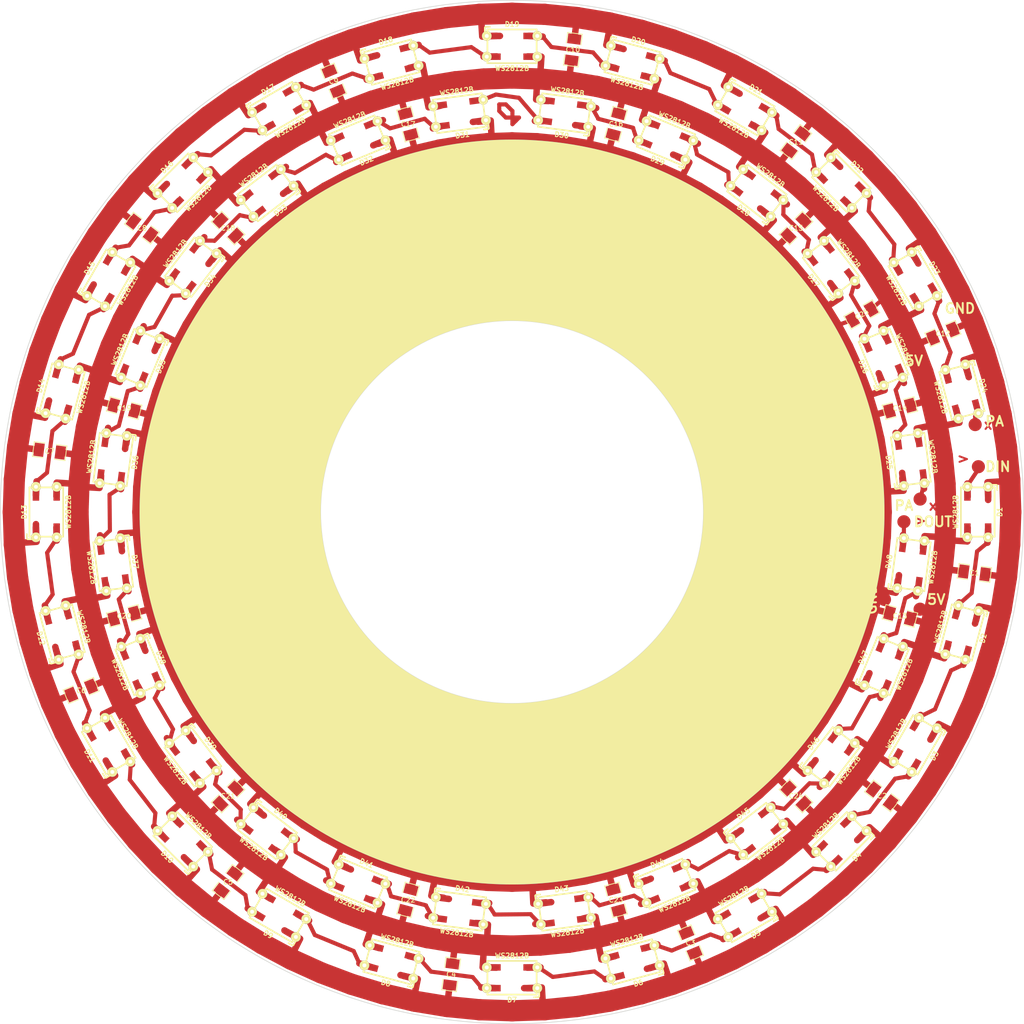
<source format=kicad_pcb>
(kicad_pcb (version 3) (host pcbnew "(2013-jul-07)-stable")

  (general
    (links 391)
    (no_connects 48)
    (area 19.949999 19.949999 178.050001 178.050001)
    (thickness 1.6)
    (drawings 6)
    (tracks 781)
    (zones 0)
    (modules 82)
    (nets 53)
  )

  (page User 203.2 203.2)
  (layers
    (15 F.Cu signal)
    (0 B.Cu signal)
    (16 B.Adhes user)
    (17 F.Adhes user)
    (18 B.Paste user)
    (19 F.Paste user)
    (20 B.SilkS user)
    (21 F.SilkS user)
    (22 B.Mask user)
    (23 F.Mask user)
    (24 Dwgs.User user)
    (25 Cmts.User user)
    (26 Eco1.User user)
    (27 Eco2.User user)
    (28 Edge.Cuts user)
  )

  (setup
    (last_trace_width 0.635)
    (trace_clearance 0.381)
    (zone_clearance 0.508)
    (zone_45_only no)
    (trace_min 0.254)
    (segment_width 0.2)
    (edge_width 0.1)
    (via_size 0.889)
    (via_drill 0.635)
    (via_min_size 0.889)
    (via_min_drill 0.508)
    (uvia_size 0.508)
    (uvia_drill 0.127)
    (uvias_allowed no)
    (uvia_min_size 0.508)
    (uvia_min_drill 0.127)
    (pcb_text_width 0.3)
    (pcb_text_size 1.5 1.5)
    (mod_edge_width 0.15)
    (mod_text_size 1 1)
    (mod_text_width 0.15)
    (pad_size 115 115)
    (pad_drill 59)
    (pad_to_mask_clearance 0)
    (aux_axis_origin 0 0)
    (visible_elements FFFFFFBF)
    (pcbplotparams
      (layerselection 32768)
      (usegerberextensions false)
      (excludeedgelayer true)
      (linewidth 0.150000)
      (plotframeref false)
      (viasonmask false)
      (mode 1)
      (useauxorigin false)
      (hpglpennumber 1)
      (hpglpenspeed 20)
      (hpglpendiameter 15)
      (hpglpenoverlay 2)
      (psnegative false)
      (psa4output false)
      (plotreference true)
      (plotvalue true)
      (plotothertext true)
      (plotinvisibletext false)
      (padsonsilk false)
      (subtractmaskfromsilk false)
      (outputformat 2)
      (mirror false)
      (drillshape 2)
      (scaleselection 1)
      (outputdirectory ""))
  )

  (net 0 "")
  (net 1 GND)
  (net 2 N-0000010)
  (net 3 N-0000011)
  (net 4 N-0000012)
  (net 5 N-0000013)
  (net 6 N-0000014)
  (net 7 N-0000015)
  (net 8 N-0000016)
  (net 9 N-0000017)
  (net 10 N-0000018)
  (net 11 N-0000019)
  (net 12 N-0000020)
  (net 13 N-0000021)
  (net 14 N-0000022)
  (net 15 N-0000023)
  (net 16 N-0000024)
  (net 17 N-0000025)
  (net 18 N-0000026)
  (net 19 N-0000027)
  (net 20 N-0000028)
  (net 21 N-0000029)
  (net 22 N-000003)
  (net 23 N-0000030)
  (net 24 N-0000031)
  (net 25 N-0000032)
  (net 26 N-0000033)
  (net 27 N-0000034)
  (net 28 N-0000035)
  (net 29 N-0000036)
  (net 30 N-0000037)
  (net 31 N-0000038)
  (net 32 N-0000039)
  (net 33 N-000004)
  (net 34 N-0000040)
  (net 35 N-0000041)
  (net 36 N-0000042)
  (net 37 N-0000043)
  (net 38 N-0000044)
  (net 39 N-0000045)
  (net 40 N-0000046)
  (net 41 N-0000047)
  (net 42 N-0000048)
  (net 43 N-0000049)
  (net 44 N-000005)
  (net 45 N-0000050)
  (net 46 N-0000051)
  (net 47 N-0000052)
  (net 48 N-000006)
  (net 49 N-000007)
  (net 50 N-000008)
  (net 51 N-000009)
  (net 52 VDD)

  (net_class Default "This is the default net class."
    (clearance 0.381)
    (trace_width 0.635)
    (via_dia 0.889)
    (via_drill 0.635)
    (uvia_dia 0.508)
    (uvia_drill 0.127)
    (add_net "")
    (add_net GND)
    (add_net N-0000010)
    (add_net N-0000011)
    (add_net N-0000012)
    (add_net N-0000013)
    (add_net N-0000014)
    (add_net N-0000015)
    (add_net N-0000016)
    (add_net N-0000017)
    (add_net N-0000018)
    (add_net N-0000019)
    (add_net N-0000020)
    (add_net N-0000021)
    (add_net N-0000022)
    (add_net N-0000023)
    (add_net N-0000024)
    (add_net N-0000025)
    (add_net N-0000026)
    (add_net N-0000027)
    (add_net N-0000028)
    (add_net N-0000029)
    (add_net N-000003)
    (add_net N-0000030)
    (add_net N-0000031)
    (add_net N-0000032)
    (add_net N-0000033)
    (add_net N-0000034)
    (add_net N-0000035)
    (add_net N-0000036)
    (add_net N-0000037)
    (add_net N-0000038)
    (add_net N-0000039)
    (add_net N-000004)
    (add_net N-0000040)
    (add_net N-0000041)
    (add_net N-0000042)
    (add_net N-0000043)
    (add_net N-0000044)
    (add_net N-0000045)
    (add_net N-0000046)
    (add_net N-0000047)
    (add_net N-0000048)
    (add_net N-0000049)
    (add_net N-000005)
    (add_net N-0000050)
    (add_net N-0000051)
    (add_net N-0000052)
    (add_net N-000006)
    (add_net N-000007)
    (add_net N-000008)
    (add_net N-000009)
    (add_net VDD)
  )

  (module WS2812BP (layer F.Cu) (tedit 5747A75B) (tstamp 57482A30)
    (at 171 99 90)
    (path /5747A634)
    (fp_text reference D1 (at 0 3.29946 90) (layer F.SilkS)
      (effects (font (size 0.762 0.762) (thickness 0.1524)))
    )
    (fp_text value WS2812B (at 0 -3.50012 90) (layer F.SilkS)
      (effects (font (size 0.762 0.762) (thickness 0.1524)))
    )
    (fp_line (start 4.09956 2.90068) (end 4.20116 2.79908) (layer F.SilkS) (width 0.254))
    (fp_line (start 4.20116 2.79908) (end 4.20116 2.10058) (layer F.SilkS) (width 0.254))
    (fp_line (start 3.40106 2.90068) (end 4.09956 2.90068) (layer F.SilkS) (width 0.254))
    (fp_line (start 3.79984 -2.70002) (end 3.79984 2.49936) (layer F.SilkS) (width 0.254))
    (fp_line (start 3.79984 2.49936) (end -3.79984 2.49936) (layer F.SilkS) (width 0.254))
    (fp_line (start -3.79984 2.49936) (end -3.79984 -2.70002) (layer F.SilkS) (width 0.254))
    (fp_line (start -3.79984 -2.70002) (end 3.79984 -2.70002) (layer F.SilkS) (width 0.254))
    (pad 1 smd rect (at -2.49936 -1.69926 90) (size 1.50114 1.00076)
      (layers F.Cu F.Paste F.Mask)
      (net 52 VDD)
    )
    (pad 2 smd rect (at -2.49936 1.50114 90) (size 1.50114 1.00076)
      (layers F.Cu F.Paste F.Mask)
      (net 32 N-0000039)
    )
    (pad 3 smd oval (at 2.49936 1.50114 90) (size 2.26314 1.00076)
      (layers F.Cu F.Paste F.Mask)
      (net 1 GND)
    )
    (pad 4 smd rect (at 2.49936 -1.69926 90) (size 1.50114 1.00076)
      (layers F.Cu F.Paste F.Mask)
      (net 30 N-0000037)
    )
    (pad 1 thru_hole circle (at -3.9 -1.7) (size 1.5 1.5) (drill 0.6)
      (layers *.Cu *.Mask F.SilkS)
      (net 52 VDD)
    )
    (pad 2 thru_hole circle (at -3.9 1.5) (size 1.5 1.5) (drill 0.6)
      (layers *.Cu *.Mask F.SilkS)
      (net 32 N-0000039)
    )
    (pad 3 thru_hole circle (at 3.9 1.5) (size 1.5 1.5) (drill 0.6)
      (layers *.Cu *.Mask F.SilkS)
      (net 1 GND)
    )
    (pad 4 thru_hole circle (at 3.9 -1.7) (size 1.5 1.5) (drill 0.6)
      (layers *.Cu *.Mask F.SilkS)
      (net 30 N-0000037)
    )
  )

  (module WS2812BP (layer F.Cu) (tedit 5747A75B) (tstamp 57482A30)
    (at 168.546661 117.634956 75)
    (path /5747A817)
    (fp_text reference D2 (at 0 3.29946 75) (layer F.SilkS)
      (effects (font (size 0.762 0.762) (thickness 0.1524)))
    )
    (fp_text value WS2812B (at 0 -3.50012 75) (layer F.SilkS)
      (effects (font (size 0.762 0.762) (thickness 0.1524)))
    )
    (fp_line (start 4.09956 2.90068) (end 4.20116 2.79908) (layer F.SilkS) (width 0.254))
    (fp_line (start 4.20116 2.79908) (end 4.20116 2.10058) (layer F.SilkS) (width 0.254))
    (fp_line (start 3.40106 2.90068) (end 4.09956 2.90068) (layer F.SilkS) (width 0.254))
    (fp_line (start 3.79984 -2.70002) (end 3.79984 2.49936) (layer F.SilkS) (width 0.254))
    (fp_line (start 3.79984 2.49936) (end -3.79984 2.49936) (layer F.SilkS) (width 0.254))
    (fp_line (start -3.79984 2.49936) (end -3.79984 -2.70002) (layer F.SilkS) (width 0.254))
    (fp_line (start -3.79984 -2.70002) (end 3.79984 -2.70002) (layer F.SilkS) (width 0.254))
    (pad 1 smd rect (at -2.49936 -1.69926 75) (size 1.50114 1.00076)
      (layers F.Cu F.Paste F.Mask)
      (net 52 VDD)
    )
    (pad 2 smd rect (at -2.49936 1.50114 75) (size 1.50114 1.00076)
      (layers F.Cu F.Paste F.Mask)
      (net 31 N-0000038)
    )
    (pad 3 smd oval (at 2.49936 1.50114 75) (size 2.26314 1.00076)
      (layers F.Cu F.Paste F.Mask)
      (net 1 GND)
    )
    (pad 4 smd rect (at 2.49936 -1.69926 75) (size 1.50114 1.00076)
      (layers F.Cu F.Paste F.Mask)
      (net 32 N-0000039)
    )
    (pad 1 thru_hole circle (at -3.9 -1.7) (size 1.5 1.5) (drill 0.6)
      (layers *.Cu *.Mask F.SilkS)
      (net 52 VDD)
    )
    (pad 2 thru_hole circle (at -3.9 1.5) (size 1.5 1.5) (drill 0.6)
      (layers *.Cu *.Mask F.SilkS)
      (net 31 N-0000038)
    )
    (pad 3 thru_hole circle (at 3.9 1.5) (size 1.5 1.5) (drill 0.6)
      (layers *.Cu *.Mask F.SilkS)
      (net 1 GND)
    )
    (pad 4 thru_hole circle (at 3.9 -1.7) (size 1.5 1.5) (drill 0.6)
      (layers *.Cu *.Mask F.SilkS)
      (net 32 N-0000039)
    )
  )

  (module WS2812BP (layer F.Cu) (tedit 5747A75B) (tstamp 57482A30)
    (at 161.353851 134.999969 60)
    (path /5747A829)
    (fp_text reference D3 (at 0 3.29946 60) (layer F.SilkS)
      (effects (font (size 0.762 0.762) (thickness 0.1524)))
    )
    (fp_text value WS2812B (at 0 -3.50012 60) (layer F.SilkS)
      (effects (font (size 0.762 0.762) (thickness 0.1524)))
    )
    (fp_line (start 4.09956 2.90068) (end 4.20116 2.79908) (layer F.SilkS) (width 0.254))
    (fp_line (start 4.20116 2.79908) (end 4.20116 2.10058) (layer F.SilkS) (width 0.254))
    (fp_line (start 3.40106 2.90068) (end 4.09956 2.90068) (layer F.SilkS) (width 0.254))
    (fp_line (start 3.79984 -2.70002) (end 3.79984 2.49936) (layer F.SilkS) (width 0.254))
    (fp_line (start 3.79984 2.49936) (end -3.79984 2.49936) (layer F.SilkS) (width 0.254))
    (fp_line (start -3.79984 2.49936) (end -3.79984 -2.70002) (layer F.SilkS) (width 0.254))
    (fp_line (start -3.79984 -2.70002) (end 3.79984 -2.70002) (layer F.SilkS) (width 0.254))
    (pad 1 smd rect (at -2.49936 -1.69926 60) (size 1.50114 1.00076)
      (layers F.Cu F.Paste F.Mask)
      (net 52 VDD)
    )
    (pad 2 smd rect (at -2.49936 1.50114 60) (size 1.50114 1.00076)
      (layers F.Cu F.Paste F.Mask)
      (net 34 N-0000040)
    )
    (pad 3 smd oval (at 2.49936 1.50114 60) (size 2.26314 1.00076)
      (layers F.Cu F.Paste F.Mask)
      (net 1 GND)
    )
    (pad 4 smd rect (at 2.49936 -1.69926 60) (size 1.50114 1.00076)
      (layers F.Cu F.Paste F.Mask)
      (net 31 N-0000038)
    )
    (pad 1 thru_hole circle (at -3.9 -1.7) (size 1.5 1.5) (drill 0.6)
      (layers *.Cu *.Mask F.SilkS)
      (net 52 VDD)
    )
    (pad 2 thru_hole circle (at -3.9 1.5) (size 1.5 1.5) (drill 0.6)
      (layers *.Cu *.Mask F.SilkS)
      (net 34 N-0000040)
    )
    (pad 3 thru_hole circle (at 3.9 1.5) (size 1.5 1.5) (drill 0.6)
      (layers *.Cu *.Mask F.SilkS)
      (net 1 GND)
    )
    (pad 4 thru_hole circle (at 3.9 -1.7) (size 1.5 1.5) (drill 0.6)
      (layers *.Cu *.Mask F.SilkS)
      (net 31 N-0000038)
    )
  )

  (module WS2812BP (layer F.Cu) (tedit 5747A75B) (tstamp 57482A30)
    (at 149.911728 149.911652 45)
    (path /5747A84D)
    (fp_text reference D4 (at 0 3.29946 45) (layer F.SilkS)
      (effects (font (size 0.762 0.762) (thickness 0.1524)))
    )
    (fp_text value WS2812B (at 0 -3.50012 45) (layer F.SilkS)
      (effects (font (size 0.762 0.762) (thickness 0.1524)))
    )
    (fp_line (start 4.09956 2.90068) (end 4.20116 2.79908) (layer F.SilkS) (width 0.254))
    (fp_line (start 4.20116 2.79908) (end 4.20116 2.10058) (layer F.SilkS) (width 0.254))
    (fp_line (start 3.40106 2.90068) (end 4.09956 2.90068) (layer F.SilkS) (width 0.254))
    (fp_line (start 3.79984 -2.70002) (end 3.79984 2.49936) (layer F.SilkS) (width 0.254))
    (fp_line (start 3.79984 2.49936) (end -3.79984 2.49936) (layer F.SilkS) (width 0.254))
    (fp_line (start -3.79984 2.49936) (end -3.79984 -2.70002) (layer F.SilkS) (width 0.254))
    (fp_line (start -3.79984 -2.70002) (end 3.79984 -2.70002) (layer F.SilkS) (width 0.254))
    (pad 1 smd rect (at -2.49936 -1.69926 45) (size 1.50114 1.00076)
      (layers F.Cu F.Paste F.Mask)
      (net 52 VDD)
    )
    (pad 2 smd rect (at -2.49936 1.50114 45) (size 1.50114 1.00076)
      (layers F.Cu F.Paste F.Mask)
      (net 29 N-0000036)
    )
    (pad 3 smd oval (at 2.49936 1.50114 45) (size 2.26314 1.00076)
      (layers F.Cu F.Paste F.Mask)
      (net 1 GND)
    )
    (pad 4 smd rect (at 2.49936 -1.69926 45) (size 1.50114 1.00076)
      (layers F.Cu F.Paste F.Mask)
      (net 34 N-0000040)
    )
    (pad 1 thru_hole circle (at -3.9 -1.7) (size 1.5 1.5) (drill 0.6)
      (layers *.Cu *.Mask F.SilkS)
      (net 52 VDD)
    )
    (pad 2 thru_hole circle (at -3.9 1.5) (size 1.5 1.5) (drill 0.6)
      (layers *.Cu *.Mask F.SilkS)
      (net 29 N-0000036)
    )
    (pad 3 thru_hole circle (at 3.9 1.5) (size 1.5 1.5) (drill 0.6)
      (layers *.Cu *.Mask F.SilkS)
      (net 1 GND)
    )
    (pad 4 thru_hole circle (at 3.9 -1.7) (size 1.5 1.5) (drill 0.6)
      (layers *.Cu *.Mask F.SilkS)
      (net 34 N-0000040)
    )
  )

  (module WS2812BP (layer F.Cu) (tedit 5747A75B) (tstamp 57482A30)
    (at 135.000061 161.35379 30.000002)
    (path /5747A85F)
    (fp_text reference D5 (at 0 3.29946 30.000002) (layer F.SilkS)
      (effects (font (size 0.762 0.762) (thickness 0.1524)))
    )
    (fp_text value WS2812B (at 0 -3.50012 30.000002) (layer F.SilkS)
      (effects (font (size 0.762 0.762) (thickness 0.1524)))
    )
    (fp_line (start 4.09956 2.90068) (end 4.20116 2.79908) (layer F.SilkS) (width 0.254))
    (fp_line (start 4.20116 2.79908) (end 4.20116 2.10058) (layer F.SilkS) (width 0.254))
    (fp_line (start 3.40106 2.90068) (end 4.09956 2.90068) (layer F.SilkS) (width 0.254))
    (fp_line (start 3.79984 -2.70002) (end 3.79984 2.49936) (layer F.SilkS) (width 0.254))
    (fp_line (start 3.79984 2.49936) (end -3.79984 2.49936) (layer F.SilkS) (width 0.254))
    (fp_line (start -3.79984 2.49936) (end -3.79984 -2.70002) (layer F.SilkS) (width 0.254))
    (fp_line (start -3.79984 -2.70002) (end 3.79984 -2.70002) (layer F.SilkS) (width 0.254))
    (pad 1 smd rect (at -2.49936 -1.69926 30.000002) (size 1.50114 1.00076)
      (layers F.Cu F.Paste F.Mask)
      (net 52 VDD)
    )
    (pad 2 smd rect (at -2.49936 1.50114 30.000002) (size 1.50114 1.00076)
      (layers F.Cu F.Paste F.Mask)
      (net 47 N-0000052)
    )
    (pad 3 smd oval (at 2.49936 1.50114 30.000002) (size 2.26314 1.00076)
      (layers F.Cu F.Paste F.Mask)
      (net 1 GND)
    )
    (pad 4 smd rect (at 2.49936 -1.69926 30.000002) (size 1.50114 1.00076)
      (layers F.Cu F.Paste F.Mask)
      (net 29 N-0000036)
    )
    (pad 1 thru_hole circle (at -3.9 -1.7) (size 1.5 1.5) (drill 0.6)
      (layers *.Cu *.Mask F.SilkS)
      (net 52 VDD)
    )
    (pad 2 thru_hole circle (at -3.9 1.5) (size 1.5 1.5) (drill 0.6)
      (layers *.Cu *.Mask F.SilkS)
      (net 47 N-0000052)
    )
    (pad 3 thru_hole circle (at 3.9 1.5) (size 1.5 1.5) (drill 0.6)
      (layers *.Cu *.Mask F.SilkS)
      (net 1 GND)
    )
    (pad 4 thru_hole circle (at 3.9 -1.7) (size 1.5 1.5) (drill 0.6)
      (layers *.Cu *.Mask F.SilkS)
      (net 29 N-0000036)
    )
  )

  (module WS2812BP (layer F.Cu) (tedit 5747A75B) (tstamp 57482A30)
    (at 117.635048 168.546646 14.999999)
    (path /5747B2BE)
    (fp_text reference D6 (at 0 3.29946 14.999999) (layer F.SilkS)
      (effects (font (size 0.762 0.762) (thickness 0.1524)))
    )
    (fp_text value WS2812B (at 0 -3.50012 14.999999) (layer F.SilkS)
      (effects (font (size 0.762 0.762) (thickness 0.1524)))
    )
    (fp_line (start 4.09956 2.90068) (end 4.20116 2.79908) (layer F.SilkS) (width 0.254))
    (fp_line (start 4.20116 2.79908) (end 4.20116 2.10058) (layer F.SilkS) (width 0.254))
    (fp_line (start 3.40106 2.90068) (end 4.09956 2.90068) (layer F.SilkS) (width 0.254))
    (fp_line (start 3.79984 -2.70002) (end 3.79984 2.49936) (layer F.SilkS) (width 0.254))
    (fp_line (start 3.79984 2.49936) (end -3.79984 2.49936) (layer F.SilkS) (width 0.254))
    (fp_line (start -3.79984 2.49936) (end -3.79984 -2.70002) (layer F.SilkS) (width 0.254))
    (fp_line (start -3.79984 -2.70002) (end 3.79984 -2.70002) (layer F.SilkS) (width 0.254))
    (pad 1 smd rect (at -2.49936 -1.69926 14.999999) (size 1.50114 1.00076)
      (layers F.Cu F.Paste F.Mask)
      (net 52 VDD)
    )
    (pad 2 smd rect (at -2.49936 1.50114 14.999999) (size 1.50114 1.00076)
      (layers F.Cu F.Paste F.Mask)
      (net 35 N-0000041)
    )
    (pad 3 smd oval (at 2.49936 1.50114 14.999999) (size 2.26314 1.00076)
      (layers F.Cu F.Paste F.Mask)
      (net 1 GND)
    )
    (pad 4 smd rect (at 2.49936 -1.69926 14.999999) (size 1.50114 1.00076)
      (layers F.Cu F.Paste F.Mask)
      (net 47 N-0000052)
    )
    (pad 1 thru_hole circle (at -3.9 -1.7) (size 1.5 1.5) (drill 0.6)
      (layers *.Cu *.Mask F.SilkS)
      (net 52 VDD)
    )
    (pad 2 thru_hole circle (at -3.9 1.5) (size 1.5 1.5) (drill 0.6)
      (layers *.Cu *.Mask F.SilkS)
      (net 35 N-0000041)
    )
    (pad 3 thru_hole circle (at 3.9 1.5) (size 1.5 1.5) (drill 0.6)
      (layers *.Cu *.Mask F.SilkS)
      (net 1 GND)
    )
    (pad 4 thru_hole circle (at 3.9 -1.7) (size 1.5 1.5) (drill 0.6)
      (layers *.Cu *.Mask F.SilkS)
      (net 47 N-0000052)
    )
  )

  (module WS2812BP (layer F.Cu) (tedit 5747A75B) (tstamp 57482A30)
    (at 99.000092 171 359.999997)
    (path /5747B2D5)
    (fp_text reference D7 (at 0 3.29946 359.999997) (layer F.SilkS)
      (effects (font (size 0.762 0.762) (thickness 0.1524)))
    )
    (fp_text value WS2812B (at 0 -3.50012 359.999997) (layer F.SilkS)
      (effects (font (size 0.762 0.762) (thickness 0.1524)))
    )
    (fp_line (start 4.09956 2.90068) (end 4.20116 2.79908) (layer F.SilkS) (width 0.254))
    (fp_line (start 4.20116 2.79908) (end 4.20116 2.10058) (layer F.SilkS) (width 0.254))
    (fp_line (start 3.40106 2.90068) (end 4.09956 2.90068) (layer F.SilkS) (width 0.254))
    (fp_line (start 3.79984 -2.70002) (end 3.79984 2.49936) (layer F.SilkS) (width 0.254))
    (fp_line (start 3.79984 2.49936) (end -3.79984 2.49936) (layer F.SilkS) (width 0.254))
    (fp_line (start -3.79984 2.49936) (end -3.79984 -2.70002) (layer F.SilkS) (width 0.254))
    (fp_line (start -3.79984 -2.70002) (end 3.79984 -2.70002) (layer F.SilkS) (width 0.254))
    (pad 1 smd rect (at -2.49936 -1.69926 359.999997) (size 1.50114 1.00076)
      (layers F.Cu F.Paste F.Mask)
      (net 52 VDD)
    )
    (pad 2 smd rect (at -2.49936 1.50114 359.999997) (size 1.50114 1.00076)
      (layers F.Cu F.Paste F.Mask)
      (net 41 N-0000047)
    )
    (pad 3 smd oval (at 2.49936 1.50114 359.999997) (size 2.26314 1.00076)
      (layers F.Cu F.Paste F.Mask)
      (net 1 GND)
    )
    (pad 4 smd rect (at 2.49936 -1.69926 359.999997) (size 1.50114 1.00076)
      (layers F.Cu F.Paste F.Mask)
      (net 35 N-0000041)
    )
    (pad 1 thru_hole circle (at -3.9 -1.7) (size 1.5 1.5) (drill 0.6)
      (layers *.Cu *.Mask F.SilkS)
      (net 52 VDD)
    )
    (pad 2 thru_hole circle (at -3.9 1.5) (size 1.5 1.5) (drill 0.6)
      (layers *.Cu *.Mask F.SilkS)
      (net 41 N-0000047)
    )
    (pad 3 thru_hole circle (at 3.9 1.5) (size 1.5 1.5) (drill 0.6)
      (layers *.Cu *.Mask F.SilkS)
      (net 1 GND)
    )
    (pad 4 thru_hole circle (at 3.9 -1.7) (size 1.5 1.5) (drill 0.6)
      (layers *.Cu *.Mask F.SilkS)
      (net 35 N-0000041)
    )
  )

  (module WS2812BP (layer F.Cu) (tedit 5747A75B) (tstamp 57482A30)
    (at 80.365135 168.546692 345.000001)
    (path /5747B2E7)
    (fp_text reference D8 (at 0 3.29946 345.000001) (layer F.SilkS)
      (effects (font (size 0.762 0.762) (thickness 0.1524)))
    )
    (fp_text value WS2812B (at 0 -3.50012 345.000001) (layer F.SilkS)
      (effects (font (size 0.762 0.762) (thickness 0.1524)))
    )
    (fp_line (start 4.09956 2.90068) (end 4.20116 2.79908) (layer F.SilkS) (width 0.254))
    (fp_line (start 4.20116 2.79908) (end 4.20116 2.10058) (layer F.SilkS) (width 0.254))
    (fp_line (start 3.40106 2.90068) (end 4.09956 2.90068) (layer F.SilkS) (width 0.254))
    (fp_line (start 3.79984 -2.70002) (end 3.79984 2.49936) (layer F.SilkS) (width 0.254))
    (fp_line (start 3.79984 2.49936) (end -3.79984 2.49936) (layer F.SilkS) (width 0.254))
    (fp_line (start -3.79984 2.49936) (end -3.79984 -2.70002) (layer F.SilkS) (width 0.254))
    (fp_line (start -3.79984 -2.70002) (end 3.79984 -2.70002) (layer F.SilkS) (width 0.254))
    (pad 1 smd rect (at -2.49936 -1.69926 345.000001) (size 1.50114 1.00076)
      (layers F.Cu F.Paste F.Mask)
      (net 52 VDD)
    )
    (pad 2 smd rect (at -2.49936 1.50114 345.000001) (size 1.50114 1.00076)
      (layers F.Cu F.Paste F.Mask)
      (net 39 N-0000045)
    )
    (pad 3 smd oval (at 2.49936 1.50114 345.000001) (size 2.26314 1.00076)
      (layers F.Cu F.Paste F.Mask)
      (net 1 GND)
    )
    (pad 4 smd rect (at 2.49936 -1.69926 345.000001) (size 1.50114 1.00076)
      (layers F.Cu F.Paste F.Mask)
      (net 41 N-0000047)
    )
    (pad 1 thru_hole circle (at -3.9 -1.7) (size 1.5 1.5) (drill 0.6)
      (layers *.Cu *.Mask F.SilkS)
      (net 52 VDD)
    )
    (pad 2 thru_hole circle (at -3.9 1.5) (size 1.5 1.5) (drill 0.6)
      (layers *.Cu *.Mask F.SilkS)
      (net 39 N-0000045)
    )
    (pad 3 thru_hole circle (at 3.9 1.5) (size 1.5 1.5) (drill 0.6)
      (layers *.Cu *.Mask F.SilkS)
      (net 1 GND)
    )
    (pad 4 thru_hole circle (at 3.9 -1.7) (size 1.5 1.5) (drill 0.6)
      (layers *.Cu *.Mask F.SilkS)
      (net 41 N-0000047)
    )
  )

  (module WS2812BP (layer F.Cu) (tedit 5747A75B) (tstamp 57482A30)
    (at 63.000114 161.353897 330.000004)
    (path /5747B2F9)
    (fp_text reference D9 (at 0 3.29946 330.000004) (layer F.SilkS)
      (effects (font (size 0.762 0.762) (thickness 0.1524)))
    )
    (fp_text value WS2812B (at 0 -3.50012 330.000004) (layer F.SilkS)
      (effects (font (size 0.762 0.762) (thickness 0.1524)))
    )
    (fp_line (start 4.09956 2.90068) (end 4.20116 2.79908) (layer F.SilkS) (width 0.254))
    (fp_line (start 4.20116 2.79908) (end 4.20116 2.10058) (layer F.SilkS) (width 0.254))
    (fp_line (start 3.40106 2.90068) (end 4.09956 2.90068) (layer F.SilkS) (width 0.254))
    (fp_line (start 3.79984 -2.70002) (end 3.79984 2.49936) (layer F.SilkS) (width 0.254))
    (fp_line (start 3.79984 2.49936) (end -3.79984 2.49936) (layer F.SilkS) (width 0.254))
    (fp_line (start -3.79984 2.49936) (end -3.79984 -2.70002) (layer F.SilkS) (width 0.254))
    (fp_line (start -3.79984 -2.70002) (end 3.79984 -2.70002) (layer F.SilkS) (width 0.254))
    (pad 1 smd rect (at -2.49936 -1.69926 330.000004) (size 1.50114 1.00076)
      (layers F.Cu F.Paste F.Mask)
      (net 52 VDD)
    )
    (pad 2 smd rect (at -2.49936 1.50114 330.000004) (size 1.50114 1.00076)
      (layers F.Cu F.Paste F.Mask)
      (net 42 N-0000048)
    )
    (pad 3 smd oval (at 2.49936 1.50114 330.000004) (size 2.26314 1.00076)
      (layers F.Cu F.Paste F.Mask)
      (net 1 GND)
    )
    (pad 4 smd rect (at 2.49936 -1.69926 330.000004) (size 1.50114 1.00076)
      (layers F.Cu F.Paste F.Mask)
      (net 39 N-0000045)
    )
    (pad 1 thru_hole circle (at -3.9 -1.7) (size 1.5 1.5) (drill 0.6)
      (layers *.Cu *.Mask F.SilkS)
      (net 52 VDD)
    )
    (pad 2 thru_hole circle (at -3.9 1.5) (size 1.5 1.5) (drill 0.6)
      (layers *.Cu *.Mask F.SilkS)
      (net 42 N-0000048)
    )
    (pad 3 thru_hole circle (at 3.9 1.5) (size 1.5 1.5) (drill 0.6)
      (layers *.Cu *.Mask F.SilkS)
      (net 1 GND)
    )
    (pad 4 thru_hole circle (at 3.9 -1.7) (size 1.5 1.5) (drill 0.6)
      (layers *.Cu *.Mask F.SilkS)
      (net 39 N-0000045)
    )
  )

  (module WS2812BP (layer F.Cu) (tedit 5747A75B) (tstamp 57482A30)
    (at 48.088409 149.911789 314.999996)
    (path /5747B30B)
    (fp_text reference D10 (at 0 3.29946 314.999996) (layer F.SilkS)
      (effects (font (size 0.762 0.762) (thickness 0.1524)))
    )
    (fp_text value WS2812B (at 0 -3.50012 314.999996) (layer F.SilkS)
      (effects (font (size 0.762 0.762) (thickness 0.1524)))
    )
    (fp_line (start 4.09956 2.90068) (end 4.20116 2.79908) (layer F.SilkS) (width 0.254))
    (fp_line (start 4.20116 2.79908) (end 4.20116 2.10058) (layer F.SilkS) (width 0.254))
    (fp_line (start 3.40106 2.90068) (end 4.09956 2.90068) (layer F.SilkS) (width 0.254))
    (fp_line (start 3.79984 -2.70002) (end 3.79984 2.49936) (layer F.SilkS) (width 0.254))
    (fp_line (start 3.79984 2.49936) (end -3.79984 2.49936) (layer F.SilkS) (width 0.254))
    (fp_line (start -3.79984 2.49936) (end -3.79984 -2.70002) (layer F.SilkS) (width 0.254))
    (fp_line (start -3.79984 -2.70002) (end 3.79984 -2.70002) (layer F.SilkS) (width 0.254))
    (pad 1 smd rect (at -2.49936 -1.69926 314.999996) (size 1.50114 1.00076)
      (layers F.Cu F.Paste F.Mask)
      (net 52 VDD)
    )
    (pad 2 smd rect (at -2.49936 1.50114 314.999996) (size 1.50114 1.00076)
      (layers F.Cu F.Paste F.Mask)
      (net 40 N-0000046)
    )
    (pad 3 smd oval (at 2.49936 1.50114 314.999996) (size 2.26314 1.00076)
      (layers F.Cu F.Paste F.Mask)
      (net 1 GND)
    )
    (pad 4 smd rect (at 2.49936 -1.69926 314.999996) (size 1.50114 1.00076)
      (layers F.Cu F.Paste F.Mask)
      (net 42 N-0000048)
    )
    (pad 1 thru_hole circle (at -3.9 -1.7) (size 1.5 1.5) (drill 0.6)
      (layers *.Cu *.Mask F.SilkS)
      (net 52 VDD)
    )
    (pad 2 thru_hole circle (at -3.9 1.5) (size 1.5 1.5) (drill 0.6)
      (layers *.Cu *.Mask F.SilkS)
      (net 40 N-0000046)
    )
    (pad 3 thru_hole circle (at 3.9 1.5) (size 1.5 1.5) (drill 0.6)
      (layers *.Cu *.Mask F.SilkS)
      (net 1 GND)
    )
    (pad 4 thru_hole circle (at 3.9 -1.7) (size 1.5 1.5) (drill 0.6)
      (layers *.Cu *.Mask F.SilkS)
      (net 42 N-0000048)
    )
  )

  (module WS2812BP (layer F.Cu) (tedit 5747A75B) (tstamp 57482A30)
    (at 36.646252 135.000137 300)
    (path /5747B31D)
    (fp_text reference D11 (at 0 3.29946 300) (layer F.SilkS)
      (effects (font (size 0.762 0.762) (thickness 0.1524)))
    )
    (fp_text value WS2812B (at 0 -3.50012 300) (layer F.SilkS)
      (effects (font (size 0.762 0.762) (thickness 0.1524)))
    )
    (fp_line (start 4.09956 2.90068) (end 4.20116 2.79908) (layer F.SilkS) (width 0.254))
    (fp_line (start 4.20116 2.79908) (end 4.20116 2.10058) (layer F.SilkS) (width 0.254))
    (fp_line (start 3.40106 2.90068) (end 4.09956 2.90068) (layer F.SilkS) (width 0.254))
    (fp_line (start 3.79984 -2.70002) (end 3.79984 2.49936) (layer F.SilkS) (width 0.254))
    (fp_line (start 3.79984 2.49936) (end -3.79984 2.49936) (layer F.SilkS) (width 0.254))
    (fp_line (start -3.79984 2.49936) (end -3.79984 -2.70002) (layer F.SilkS) (width 0.254))
    (fp_line (start -3.79984 -2.70002) (end 3.79984 -2.70002) (layer F.SilkS) (width 0.254))
    (pad 1 smd rect (at -2.49936 -1.69926 300) (size 1.50114 1.00076)
      (layers F.Cu F.Paste F.Mask)
      (net 52 VDD)
    )
    (pad 2 smd rect (at -2.49936 1.50114 300) (size 1.50114 1.00076)
      (layers F.Cu F.Paste F.Mask)
      (net 36 N-0000042)
    )
    (pad 3 smd oval (at 2.49936 1.50114 300) (size 2.26314 1.00076)
      (layers F.Cu F.Paste F.Mask)
      (net 1 GND)
    )
    (pad 4 smd rect (at 2.49936 -1.69926 300) (size 1.50114 1.00076)
      (layers F.Cu F.Paste F.Mask)
      (net 40 N-0000046)
    )
    (pad 1 thru_hole circle (at -3.9 -1.7) (size 1.5 1.5) (drill 0.6)
      (layers *.Cu *.Mask F.SilkS)
      (net 52 VDD)
    )
    (pad 2 thru_hole circle (at -3.9 1.5) (size 1.5 1.5) (drill 0.6)
      (layers *.Cu *.Mask F.SilkS)
      (net 36 N-0000042)
    )
    (pad 3 thru_hole circle (at 3.9 1.5) (size 1.5 1.5) (drill 0.6)
      (layers *.Cu *.Mask F.SilkS)
      (net 1 GND)
    )
    (pad 4 thru_hole circle (at 3.9 -1.7) (size 1.5 1.5) (drill 0.6)
      (layers *.Cu *.Mask F.SilkS)
      (net 40 N-0000046)
    )
  )

  (module WS2812BP (layer F.Cu) (tedit 5747A75B) (tstamp 57482A30)
    (at 29.453386 117.635147 285)
    (path /5747B339)
    (fp_text reference D12 (at 0 3.29946 285) (layer F.SilkS)
      (effects (font (size 0.762 0.762) (thickness 0.1524)))
    )
    (fp_text value WS2812B (at 0 -3.50012 285) (layer F.SilkS)
      (effects (font (size 0.762 0.762) (thickness 0.1524)))
    )
    (fp_line (start 4.09956 2.90068) (end 4.20116 2.79908) (layer F.SilkS) (width 0.254))
    (fp_line (start 4.20116 2.79908) (end 4.20116 2.10058) (layer F.SilkS) (width 0.254))
    (fp_line (start 3.40106 2.90068) (end 4.09956 2.90068) (layer F.SilkS) (width 0.254))
    (fp_line (start 3.79984 -2.70002) (end 3.79984 2.49936) (layer F.SilkS) (width 0.254))
    (fp_line (start 3.79984 2.49936) (end -3.79984 2.49936) (layer F.SilkS) (width 0.254))
    (fp_line (start -3.79984 2.49936) (end -3.79984 -2.70002) (layer F.SilkS) (width 0.254))
    (fp_line (start -3.79984 -2.70002) (end 3.79984 -2.70002) (layer F.SilkS) (width 0.254))
    (pad 1 smd rect (at -2.49936 -1.69926 285) (size 1.50114 1.00076)
      (layers F.Cu F.Paste F.Mask)
      (net 52 VDD)
    )
    (pad 2 smd rect (at -2.49936 1.50114 285) (size 1.50114 1.00076)
      (layers F.Cu F.Paste F.Mask)
      (net 10 N-0000018)
    )
    (pad 3 smd oval (at 2.49936 1.50114 285) (size 2.26314 1.00076)
      (layers F.Cu F.Paste F.Mask)
      (net 1 GND)
    )
    (pad 4 smd rect (at 2.49936 -1.69926 285) (size 1.50114 1.00076)
      (layers F.Cu F.Paste F.Mask)
      (net 36 N-0000042)
    )
    (pad 1 thru_hole circle (at -3.9 -1.7) (size 1.5 1.5) (drill 0.6)
      (layers *.Cu *.Mask F.SilkS)
      (net 52 VDD)
    )
    (pad 2 thru_hole circle (at -3.9 1.5) (size 1.5 1.5) (drill 0.6)
      (layers *.Cu *.Mask F.SilkS)
      (net 10 N-0000018)
    )
    (pad 3 thru_hole circle (at 3.9 1.5) (size 1.5 1.5) (drill 0.6)
      (layers *.Cu *.Mask F.SilkS)
      (net 1 GND)
    )
    (pad 4 thru_hole circle (at 3.9 -1.7) (size 1.5 1.5) (drill 0.6)
      (layers *.Cu *.Mask F.SilkS)
      (net 36 N-0000042)
    )
  )

  (module WS2812BP (layer F.Cu) (tedit 5747A75B) (tstamp 57482A30)
    (at 27 99.000183 269.999992)
    (path /5747B36E)
    (fp_text reference D13 (at 0 3.29946 269.999992) (layer F.SilkS)
      (effects (font (size 0.762 0.762) (thickness 0.1524)))
    )
    (fp_text value WS2812B (at 0 -3.50012 269.999992) (layer F.SilkS)
      (effects (font (size 0.762 0.762) (thickness 0.1524)))
    )
    (fp_line (start 4.09956 2.90068) (end 4.20116 2.79908) (layer F.SilkS) (width 0.254))
    (fp_line (start 4.20116 2.79908) (end 4.20116 2.10058) (layer F.SilkS) (width 0.254))
    (fp_line (start 3.40106 2.90068) (end 4.09956 2.90068) (layer F.SilkS) (width 0.254))
    (fp_line (start 3.79984 -2.70002) (end 3.79984 2.49936) (layer F.SilkS) (width 0.254))
    (fp_line (start 3.79984 2.49936) (end -3.79984 2.49936) (layer F.SilkS) (width 0.254))
    (fp_line (start -3.79984 2.49936) (end -3.79984 -2.70002) (layer F.SilkS) (width 0.254))
    (fp_line (start -3.79984 -2.70002) (end 3.79984 -2.70002) (layer F.SilkS) (width 0.254))
    (pad 1 smd rect (at -2.49936 -1.69926 269.999992) (size 1.50114 1.00076)
      (layers F.Cu F.Paste F.Mask)
      (net 52 VDD)
    )
    (pad 2 smd rect (at -2.49936 1.50114 269.999992) (size 1.50114 1.00076)
      (layers F.Cu F.Paste F.Mask)
      (net 38 N-0000044)
    )
    (pad 3 smd oval (at 2.49936 1.50114 269.999992) (size 2.26314 1.00076)
      (layers F.Cu F.Paste F.Mask)
      (net 1 GND)
    )
    (pad 4 smd rect (at 2.49936 -1.69926 269.999992) (size 1.50114 1.00076)
      (layers F.Cu F.Paste F.Mask)
      (net 10 N-0000018)
    )
    (pad 1 thru_hole circle (at -3.9 -1.7) (size 1.5 1.5) (drill 0.6)
      (layers *.Cu *.Mask F.SilkS)
      (net 52 VDD)
    )
    (pad 2 thru_hole circle (at -3.9 1.5) (size 1.5 1.5) (drill 0.6)
      (layers *.Cu *.Mask F.SilkS)
      (net 38 N-0000044)
    )
    (pad 3 thru_hole circle (at 3.9 1.5) (size 1.5 1.5) (drill 0.6)
      (layers *.Cu *.Mask F.SilkS)
      (net 1 GND)
    )
    (pad 4 thru_hole circle (at 3.9 -1.7) (size 1.5 1.5) (drill 0.6)
      (layers *.Cu *.Mask F.SilkS)
      (net 10 N-0000018)
    )
  )

  (module WS2812BP (layer F.Cu) (tedit 5747A75B) (tstamp 57482A30)
    (at 29.453287 80.365227 255)
    (path /5747B380)
    (fp_text reference D14 (at 0 3.29946 255) (layer F.SilkS)
      (effects (font (size 0.762 0.762) (thickness 0.1524)))
    )
    (fp_text value WS2812B (at 0 -3.50012 255) (layer F.SilkS)
      (effects (font (size 0.762 0.762) (thickness 0.1524)))
    )
    (fp_line (start 4.09956 2.90068) (end 4.20116 2.79908) (layer F.SilkS) (width 0.254))
    (fp_line (start 4.20116 2.79908) (end 4.20116 2.10058) (layer F.SilkS) (width 0.254))
    (fp_line (start 3.40106 2.90068) (end 4.09956 2.90068) (layer F.SilkS) (width 0.254))
    (fp_line (start 3.79984 -2.70002) (end 3.79984 2.49936) (layer F.SilkS) (width 0.254))
    (fp_line (start 3.79984 2.49936) (end -3.79984 2.49936) (layer F.SilkS) (width 0.254))
    (fp_line (start -3.79984 2.49936) (end -3.79984 -2.70002) (layer F.SilkS) (width 0.254))
    (fp_line (start -3.79984 -2.70002) (end 3.79984 -2.70002) (layer F.SilkS) (width 0.254))
    (pad 1 smd rect (at -2.49936 -1.69926 255) (size 1.50114 1.00076)
      (layers F.Cu F.Paste F.Mask)
      (net 52 VDD)
    )
    (pad 2 smd rect (at -2.49936 1.50114 255) (size 1.50114 1.00076)
      (layers F.Cu F.Paste F.Mask)
      (net 37 N-0000043)
    )
    (pad 3 smd oval (at 2.49936 1.50114 255) (size 2.26314 1.00076)
      (layers F.Cu F.Paste F.Mask)
      (net 1 GND)
    )
    (pad 4 smd rect (at 2.49936 -1.69926 255) (size 1.50114 1.00076)
      (layers F.Cu F.Paste F.Mask)
      (net 38 N-0000044)
    )
    (pad 1 thru_hole circle (at -3.9 -1.7) (size 1.5 1.5) (drill 0.6)
      (layers *.Cu *.Mask F.SilkS)
      (net 52 VDD)
    )
    (pad 2 thru_hole circle (at -3.9 1.5) (size 1.5 1.5) (drill 0.6)
      (layers *.Cu *.Mask F.SilkS)
      (net 37 N-0000043)
    )
    (pad 3 thru_hole circle (at 3.9 1.5) (size 1.5 1.5) (drill 0.6)
      (layers *.Cu *.Mask F.SilkS)
      (net 1 GND)
    )
    (pad 4 thru_hole circle (at 3.9 -1.7) (size 1.5 1.5) (drill 0.6)
      (layers *.Cu *.Mask F.SilkS)
      (net 38 N-0000044)
    )
  )

  (module WS2812BP (layer F.Cu) (tedit 5747A75B) (tstamp 57482A30)
    (at 36.646057 63.000195 240)
    (path /5747B392)
    (fp_text reference D15 (at 0 3.29946 240) (layer F.SilkS)
      (effects (font (size 0.762 0.762) (thickness 0.1524)))
    )
    (fp_text value WS2812B (at 0 -3.50012 240) (layer F.SilkS)
      (effects (font (size 0.762 0.762) (thickness 0.1524)))
    )
    (fp_line (start 4.09956 2.90068) (end 4.20116 2.79908) (layer F.SilkS) (width 0.254))
    (fp_line (start 4.20116 2.79908) (end 4.20116 2.10058) (layer F.SilkS) (width 0.254))
    (fp_line (start 3.40106 2.90068) (end 4.09956 2.90068) (layer F.SilkS) (width 0.254))
    (fp_line (start 3.79984 -2.70002) (end 3.79984 2.49936) (layer F.SilkS) (width 0.254))
    (fp_line (start 3.79984 2.49936) (end -3.79984 2.49936) (layer F.SilkS) (width 0.254))
    (fp_line (start -3.79984 2.49936) (end -3.79984 -2.70002) (layer F.SilkS) (width 0.254))
    (fp_line (start -3.79984 -2.70002) (end 3.79984 -2.70002) (layer F.SilkS) (width 0.254))
    (pad 1 smd rect (at -2.49936 -1.69926 240) (size 1.50114 1.00076)
      (layers F.Cu F.Paste F.Mask)
      (net 52 VDD)
    )
    (pad 2 smd rect (at -2.49936 1.50114 240) (size 1.50114 1.00076)
      (layers F.Cu F.Paste F.Mask)
      (net 45 N-0000050)
    )
    (pad 3 smd oval (at 2.49936 1.50114 240) (size 2.26314 1.00076)
      (layers F.Cu F.Paste F.Mask)
      (net 1 GND)
    )
    (pad 4 smd rect (at 2.49936 -1.69926 240) (size 1.50114 1.00076)
      (layers F.Cu F.Paste F.Mask)
      (net 37 N-0000043)
    )
    (pad 1 thru_hole circle (at -3.9 -1.7) (size 1.5 1.5) (drill 0.6)
      (layers *.Cu *.Mask F.SilkS)
      (net 52 VDD)
    )
    (pad 2 thru_hole circle (at -3.9 1.5) (size 1.5 1.5) (drill 0.6)
      (layers *.Cu *.Mask F.SilkS)
      (net 45 N-0000050)
    )
    (pad 3 thru_hole circle (at 3.9 1.5) (size 1.5 1.5) (drill 0.6)
      (layers *.Cu *.Mask F.SilkS)
      (net 1 GND)
    )
    (pad 4 thru_hole circle (at 3.9 -1.7) (size 1.5 1.5) (drill 0.6)
      (layers *.Cu *.Mask F.SilkS)
      (net 37 N-0000043)
    )
  )

  (module WS2812BP (layer F.Cu) (tedit 5747A75B) (tstamp 57482A30)
    (at 48.088139 48.088486 225)
    (path /5747B3A4)
    (fp_text reference D16 (at 0 3.29946 225) (layer F.SilkS)
      (effects (font (size 0.762 0.762) (thickness 0.1524)))
    )
    (fp_text value WS2812B (at 0 -3.50012 225) (layer F.SilkS)
      (effects (font (size 0.762 0.762) (thickness 0.1524)))
    )
    (fp_line (start 4.09956 2.90068) (end 4.20116 2.79908) (layer F.SilkS) (width 0.254))
    (fp_line (start 4.20116 2.79908) (end 4.20116 2.10058) (layer F.SilkS) (width 0.254))
    (fp_line (start 3.40106 2.90068) (end 4.09956 2.90068) (layer F.SilkS) (width 0.254))
    (fp_line (start 3.79984 -2.70002) (end 3.79984 2.49936) (layer F.SilkS) (width 0.254))
    (fp_line (start 3.79984 2.49936) (end -3.79984 2.49936) (layer F.SilkS) (width 0.254))
    (fp_line (start -3.79984 2.49936) (end -3.79984 -2.70002) (layer F.SilkS) (width 0.254))
    (fp_line (start -3.79984 -2.70002) (end 3.79984 -2.70002) (layer F.SilkS) (width 0.254))
    (pad 1 smd rect (at -2.49936 -1.69926 225) (size 1.50114 1.00076)
      (layers F.Cu F.Paste F.Mask)
      (net 52 VDD)
    )
    (pad 2 smd rect (at -2.49936 1.50114 225) (size 1.50114 1.00076)
      (layers F.Cu F.Paste F.Mask)
      (net 43 N-0000049)
    )
    (pad 3 smd oval (at 2.49936 1.50114 225) (size 2.26314 1.00076)
      (layers F.Cu F.Paste F.Mask)
      (net 1 GND)
    )
    (pad 4 smd rect (at 2.49936 -1.69926 225) (size 1.50114 1.00076)
      (layers F.Cu F.Paste F.Mask)
      (net 45 N-0000050)
    )
    (pad 1 thru_hole circle (at -3.9 -1.7) (size 1.5 1.5) (drill 0.6)
      (layers *.Cu *.Mask F.SilkS)
      (net 52 VDD)
    )
    (pad 2 thru_hole circle (at -3.9 1.5) (size 1.5 1.5) (drill 0.6)
      (layers *.Cu *.Mask F.SilkS)
      (net 43 N-0000049)
    )
    (pad 3 thru_hole circle (at 3.9 1.5) (size 1.5 1.5) (drill 0.6)
      (layers *.Cu *.Mask F.SilkS)
      (net 1 GND)
    )
    (pad 4 thru_hole circle (at 3.9 -1.7) (size 1.5 1.5) (drill 0.6)
      (layers *.Cu *.Mask F.SilkS)
      (net 45 N-0000050)
    )
  )

  (module WS2812BP (layer F.Cu) (tedit 5747A75B) (tstamp 57482A30)
    (at 62.999771 36.646305 210.000015)
    (path /5747B3B6)
    (fp_text reference D17 (at 0 3.29946 210.000015) (layer F.SilkS)
      (effects (font (size 0.762 0.762) (thickness 0.1524)))
    )
    (fp_text value WS2812B (at 0 -3.50012 210.000015) (layer F.SilkS)
      (effects (font (size 0.762 0.762) (thickness 0.1524)))
    )
    (fp_line (start 4.09956 2.90068) (end 4.20116 2.79908) (layer F.SilkS) (width 0.254))
    (fp_line (start 4.20116 2.79908) (end 4.20116 2.10058) (layer F.SilkS) (width 0.254))
    (fp_line (start 3.40106 2.90068) (end 4.09956 2.90068) (layer F.SilkS) (width 0.254))
    (fp_line (start 3.79984 -2.70002) (end 3.79984 2.49936) (layer F.SilkS) (width 0.254))
    (fp_line (start 3.79984 2.49936) (end -3.79984 2.49936) (layer F.SilkS) (width 0.254))
    (fp_line (start -3.79984 2.49936) (end -3.79984 -2.70002) (layer F.SilkS) (width 0.254))
    (fp_line (start -3.79984 -2.70002) (end 3.79984 -2.70002) (layer F.SilkS) (width 0.254))
    (pad 1 smd rect (at -2.49936 -1.69926 210.000015) (size 1.50114 1.00076)
      (layers F.Cu F.Paste F.Mask)
      (net 52 VDD)
    )
    (pad 2 smd rect (at -2.49936 1.50114 210.000015) (size 1.50114 1.00076)
      (layers F.Cu F.Paste F.Mask)
      (net 46 N-0000051)
    )
    (pad 3 smd oval (at 2.49936 1.50114 210.000015) (size 2.26314 1.00076)
      (layers F.Cu F.Paste F.Mask)
      (net 1 GND)
    )
    (pad 4 smd rect (at 2.49936 -1.69926 210.000015) (size 1.50114 1.00076)
      (layers F.Cu F.Paste F.Mask)
      (net 43 N-0000049)
    )
    (pad 1 thru_hole circle (at -3.9 -1.7) (size 1.5 1.5) (drill 0.6)
      (layers *.Cu *.Mask F.SilkS)
      (net 52 VDD)
    )
    (pad 2 thru_hole circle (at -3.9 1.5) (size 1.5 1.5) (drill 0.6)
      (layers *.Cu *.Mask F.SilkS)
      (net 46 N-0000051)
    )
    (pad 3 thru_hole circle (at 3.9 1.5) (size 1.5 1.5) (drill 0.6)
      (layers *.Cu *.Mask F.SilkS)
      (net 1 GND)
    )
    (pad 4 thru_hole circle (at 3.9 -1.7) (size 1.5 1.5) (drill 0.6)
      (layers *.Cu *.Mask F.SilkS)
      (net 43 N-0000049)
    )
  )

  (module WS2812BP (layer F.Cu) (tedit 5747A75B) (tstamp 57482A30)
    (at 80.364769 29.453411 195)
    (path /5747B3D2)
    (fp_text reference D18 (at 0 3.29946 195) (layer F.SilkS)
      (effects (font (size 0.762 0.762) (thickness 0.1524)))
    )
    (fp_text value WS2812B (at 0 -3.50012 195) (layer F.SilkS)
      (effects (font (size 0.762 0.762) (thickness 0.1524)))
    )
    (fp_line (start 4.09956 2.90068) (end 4.20116 2.79908) (layer F.SilkS) (width 0.254))
    (fp_line (start 4.20116 2.79908) (end 4.20116 2.10058) (layer F.SilkS) (width 0.254))
    (fp_line (start 3.40106 2.90068) (end 4.09956 2.90068) (layer F.SilkS) (width 0.254))
    (fp_line (start 3.79984 -2.70002) (end 3.79984 2.49936) (layer F.SilkS) (width 0.254))
    (fp_line (start 3.79984 2.49936) (end -3.79984 2.49936) (layer F.SilkS) (width 0.254))
    (fp_line (start -3.79984 2.49936) (end -3.79984 -2.70002) (layer F.SilkS) (width 0.254))
    (fp_line (start -3.79984 -2.70002) (end 3.79984 -2.70002) (layer F.SilkS) (width 0.254))
    (pad 1 smd rect (at -2.49936 -1.69926 195) (size 1.50114 1.00076)
      (layers F.Cu F.Paste F.Mask)
      (net 52 VDD)
    )
    (pad 2 smd rect (at -2.49936 1.50114 195) (size 1.50114 1.00076)
      (layers F.Cu F.Paste F.Mask)
      (net 6 N-0000014)
    )
    (pad 3 smd oval (at 2.49936 1.50114 195) (size 2.26314 1.00076)
      (layers F.Cu F.Paste F.Mask)
      (net 1 GND)
    )
    (pad 4 smd rect (at 2.49936 -1.69926 195) (size 1.50114 1.00076)
      (layers F.Cu F.Paste F.Mask)
      (net 46 N-0000051)
    )
    (pad 1 thru_hole circle (at -3.9 -1.7) (size 1.5 1.5) (drill 0.6)
      (layers *.Cu *.Mask F.SilkS)
      (net 52 VDD)
    )
    (pad 2 thru_hole circle (at -3.9 1.5) (size 1.5 1.5) (drill 0.6)
      (layers *.Cu *.Mask F.SilkS)
      (net 6 N-0000014)
    )
    (pad 3 thru_hole circle (at 3.9 1.5) (size 1.5 1.5) (drill 0.6)
      (layers *.Cu *.Mask F.SilkS)
      (net 1 GND)
    )
    (pad 4 thru_hole circle (at 3.9 -1.7) (size 1.5 1.5) (drill 0.6)
      (layers *.Cu *.Mask F.SilkS)
      (net 46 N-0000051)
    )
  )

  (module WS2812BP (layer F.Cu) (tedit 5747A75B) (tstamp 57482A30)
    (at 98.999725 27 179.999985)
    (path /5747B3E5)
    (fp_text reference D19 (at 0 3.29946 179.999985) (layer F.SilkS)
      (effects (font (size 0.762 0.762) (thickness 0.1524)))
    )
    (fp_text value WS2812B (at 0 -3.50012 179.999985) (layer F.SilkS)
      (effects (font (size 0.762 0.762) (thickness 0.1524)))
    )
    (fp_line (start 4.09956 2.90068) (end 4.20116 2.79908) (layer F.SilkS) (width 0.254))
    (fp_line (start 4.20116 2.79908) (end 4.20116 2.10058) (layer F.SilkS) (width 0.254))
    (fp_line (start 3.40106 2.90068) (end 4.09956 2.90068) (layer F.SilkS) (width 0.254))
    (fp_line (start 3.79984 -2.70002) (end 3.79984 2.49936) (layer F.SilkS) (width 0.254))
    (fp_line (start 3.79984 2.49936) (end -3.79984 2.49936) (layer F.SilkS) (width 0.254))
    (fp_line (start -3.79984 2.49936) (end -3.79984 -2.70002) (layer F.SilkS) (width 0.254))
    (fp_line (start -3.79984 -2.70002) (end 3.79984 -2.70002) (layer F.SilkS) (width 0.254))
    (pad 1 smd rect (at -2.49936 -1.69926 179.999985) (size 1.50114 1.00076)
      (layers F.Cu F.Paste F.Mask)
      (net 52 VDD)
    )
    (pad 2 smd rect (at -2.49936 1.50114 179.999985) (size 1.50114 1.00076)
      (layers F.Cu F.Paste F.Mask)
      (net 5 N-0000013)
    )
    (pad 3 smd oval (at 2.49936 1.50114 179.999985) (size 2.26314 1.00076)
      (layers F.Cu F.Paste F.Mask)
      (net 1 GND)
    )
    (pad 4 smd rect (at 2.49936 -1.69926 179.999985) (size 1.50114 1.00076)
      (layers F.Cu F.Paste F.Mask)
      (net 6 N-0000014)
    )
    (pad 1 thru_hole circle (at -3.9 -1.7) (size 1.5 1.5) (drill 0.6)
      (layers *.Cu *.Mask F.SilkS)
      (net 52 VDD)
    )
    (pad 2 thru_hole circle (at -3.9 1.5) (size 1.5 1.5) (drill 0.6)
      (layers *.Cu *.Mask F.SilkS)
      (net 5 N-0000013)
    )
    (pad 3 thru_hole circle (at 3.9 1.5) (size 1.5 1.5) (drill 0.6)
      (layers *.Cu *.Mask F.SilkS)
      (net 1 GND)
    )
    (pad 4 thru_hole circle (at 3.9 -1.7) (size 1.5 1.5) (drill 0.6)
      (layers *.Cu *.Mask F.SilkS)
      (net 6 N-0000014)
    )
  )

  (module WS2812BP (layer F.Cu) (tedit 5747A75B) (tstamp 57482A30)
    (at 117.634666 29.45326 165)
    (path /5747B3F7)
    (fp_text reference D20 (at 0 3.29946 165) (layer F.SilkS)
      (effects (font (size 0.762 0.762) (thickness 0.1524)))
    )
    (fp_text value WS2812B (at 0 -3.50012 165) (layer F.SilkS)
      (effects (font (size 0.762 0.762) (thickness 0.1524)))
    )
    (fp_line (start 4.09956 2.90068) (end 4.20116 2.79908) (layer F.SilkS) (width 0.254))
    (fp_line (start 4.20116 2.79908) (end 4.20116 2.10058) (layer F.SilkS) (width 0.254))
    (fp_line (start 3.40106 2.90068) (end 4.09956 2.90068) (layer F.SilkS) (width 0.254))
    (fp_line (start 3.79984 -2.70002) (end 3.79984 2.49936) (layer F.SilkS) (width 0.254))
    (fp_line (start 3.79984 2.49936) (end -3.79984 2.49936) (layer F.SilkS) (width 0.254))
    (fp_line (start -3.79984 2.49936) (end -3.79984 -2.70002) (layer F.SilkS) (width 0.254))
    (fp_line (start -3.79984 -2.70002) (end 3.79984 -2.70002) (layer F.SilkS) (width 0.254))
    (pad 1 smd rect (at -2.49936 -1.69926 165) (size 1.50114 1.00076)
      (layers F.Cu F.Paste F.Mask)
      (net 52 VDD)
    )
    (pad 2 smd rect (at -2.49936 1.50114 165) (size 1.50114 1.00076)
      (layers F.Cu F.Paste F.Mask)
      (net 8 N-0000016)
    )
    (pad 3 smd oval (at 2.49936 1.50114 165) (size 2.26314 1.00076)
      (layers F.Cu F.Paste F.Mask)
      (net 1 GND)
    )
    (pad 4 smd rect (at 2.49936 -1.69926 165) (size 1.50114 1.00076)
      (layers F.Cu F.Paste F.Mask)
      (net 5 N-0000013)
    )
    (pad 1 thru_hole circle (at -3.9 -1.7) (size 1.5 1.5) (drill 0.6)
      (layers *.Cu *.Mask F.SilkS)
      (net 52 VDD)
    )
    (pad 2 thru_hole circle (at -3.9 1.5) (size 1.5 1.5) (drill 0.6)
      (layers *.Cu *.Mask F.SilkS)
      (net 8 N-0000016)
    )
    (pad 3 thru_hole circle (at 3.9 1.5) (size 1.5 1.5) (drill 0.6)
      (layers *.Cu *.Mask F.SilkS)
      (net 1 GND)
    )
    (pad 4 thru_hole circle (at 3.9 -1.7) (size 1.5 1.5) (drill 0.6)
      (layers *.Cu *.Mask F.SilkS)
      (net 5 N-0000013)
    )
  )

  (module WS2812BP (layer F.Cu) (tedit 5747A75B) (tstamp 57482A30)
    (at 134.999725 36.646011 150)
    (path /5747B409)
    (fp_text reference D21 (at 0 3.29946 150) (layer F.SilkS)
      (effects (font (size 0.762 0.762) (thickness 0.1524)))
    )
    (fp_text value WS2812B (at 0 -3.50012 150) (layer F.SilkS)
      (effects (font (size 0.762 0.762) (thickness 0.1524)))
    )
    (fp_line (start 4.09956 2.90068) (end 4.20116 2.79908) (layer F.SilkS) (width 0.254))
    (fp_line (start 4.20116 2.79908) (end 4.20116 2.10058) (layer F.SilkS) (width 0.254))
    (fp_line (start 3.40106 2.90068) (end 4.09956 2.90068) (layer F.SilkS) (width 0.254))
    (fp_line (start 3.79984 -2.70002) (end 3.79984 2.49936) (layer F.SilkS) (width 0.254))
    (fp_line (start 3.79984 2.49936) (end -3.79984 2.49936) (layer F.SilkS) (width 0.254))
    (fp_line (start -3.79984 2.49936) (end -3.79984 -2.70002) (layer F.SilkS) (width 0.254))
    (fp_line (start -3.79984 -2.70002) (end 3.79984 -2.70002) (layer F.SilkS) (width 0.254))
    (pad 1 smd rect (at -2.49936 -1.69926 150) (size 1.50114 1.00076)
      (layers F.Cu F.Paste F.Mask)
      (net 52 VDD)
    )
    (pad 2 smd rect (at -2.49936 1.50114 150) (size 1.50114 1.00076)
      (layers F.Cu F.Paste F.Mask)
      (net 7 N-0000015)
    )
    (pad 3 smd oval (at 2.49936 1.50114 150) (size 2.26314 1.00076)
      (layers F.Cu F.Paste F.Mask)
      (net 1 GND)
    )
    (pad 4 smd rect (at 2.49936 -1.69926 150) (size 1.50114 1.00076)
      (layers F.Cu F.Paste F.Mask)
      (net 8 N-0000016)
    )
    (pad 1 thru_hole circle (at -3.9 -1.7) (size 1.5 1.5) (drill 0.6)
      (layers *.Cu *.Mask F.SilkS)
      (net 52 VDD)
    )
    (pad 2 thru_hole circle (at -3.9 1.5) (size 1.5 1.5) (drill 0.6)
      (layers *.Cu *.Mask F.SilkS)
      (net 7 N-0000015)
    )
    (pad 3 thru_hole circle (at 3.9 1.5) (size 1.5 1.5) (drill 0.6)
      (layers *.Cu *.Mask F.SilkS)
      (net 1 GND)
    )
    (pad 4 thru_hole circle (at 3.9 -1.7) (size 1.5 1.5) (drill 0.6)
      (layers *.Cu *.Mask F.SilkS)
      (net 8 N-0000016)
    )
  )

  (module WS2812BP (layer F.Cu) (tedit 5747A75B) (tstamp 57482A30)
    (at 149.911469 48.088085 134.999985)
    (path /5747B41B)
    (fp_text reference D22 (at 0 3.29946 134.999985) (layer F.SilkS)
      (effects (font (size 0.762 0.762) (thickness 0.1524)))
    )
    (fp_text value WS2812B (at 0 -3.50012 134.999985) (layer F.SilkS)
      (effects (font (size 0.762 0.762) (thickness 0.1524)))
    )
    (fp_line (start 4.09956 2.90068) (end 4.20116 2.79908) (layer F.SilkS) (width 0.254))
    (fp_line (start 4.20116 2.79908) (end 4.20116 2.10058) (layer F.SilkS) (width 0.254))
    (fp_line (start 3.40106 2.90068) (end 4.09956 2.90068) (layer F.SilkS) (width 0.254))
    (fp_line (start 3.79984 -2.70002) (end 3.79984 2.49936) (layer F.SilkS) (width 0.254))
    (fp_line (start 3.79984 2.49936) (end -3.79984 2.49936) (layer F.SilkS) (width 0.254))
    (fp_line (start -3.79984 2.49936) (end -3.79984 -2.70002) (layer F.SilkS) (width 0.254))
    (fp_line (start -3.79984 -2.70002) (end 3.79984 -2.70002) (layer F.SilkS) (width 0.254))
    (pad 1 smd rect (at -2.49936 -1.69926 134.999985) (size 1.50114 1.00076)
      (layers F.Cu F.Paste F.Mask)
      (net 52 VDD)
    )
    (pad 2 smd rect (at -2.49936 1.50114 134.999985) (size 1.50114 1.00076)
      (layers F.Cu F.Paste F.Mask)
      (net 4 N-0000012)
    )
    (pad 3 smd oval (at 2.49936 1.50114 134.999985) (size 2.26314 1.00076)
      (layers F.Cu F.Paste F.Mask)
      (net 1 GND)
    )
    (pad 4 smd rect (at 2.49936 -1.69926 134.999985) (size 1.50114 1.00076)
      (layers F.Cu F.Paste F.Mask)
      (net 7 N-0000015)
    )
    (pad 1 thru_hole circle (at -3.9 -1.7) (size 1.5 1.5) (drill 0.6)
      (layers *.Cu *.Mask F.SilkS)
      (net 52 VDD)
    )
    (pad 2 thru_hole circle (at -3.9 1.5) (size 1.5 1.5) (drill 0.6)
      (layers *.Cu *.Mask F.SilkS)
      (net 4 N-0000012)
    )
    (pad 3 thru_hole circle (at 3.9 1.5) (size 1.5 1.5) (drill 0.6)
      (layers *.Cu *.Mask F.SilkS)
      (net 1 GND)
    )
    (pad 4 thru_hole circle (at 3.9 -1.7) (size 1.5 1.5) (drill 0.6)
      (layers *.Cu *.Mask F.SilkS)
      (net 7 N-0000015)
    )
  )

  (module WS2812BP (layer F.Cu) (tedit 5747A75B) (tstamp 57482A30)
    (at 161.353653 62.999691 120)
    (path /5747B42D)
    (fp_text reference D23 (at 0 3.29946 120) (layer F.SilkS)
      (effects (font (size 0.762 0.762) (thickness 0.1524)))
    )
    (fp_text value WS2812B (at 0 -3.50012 120) (layer F.SilkS)
      (effects (font (size 0.762 0.762) (thickness 0.1524)))
    )
    (fp_line (start 4.09956 2.90068) (end 4.20116 2.79908) (layer F.SilkS) (width 0.254))
    (fp_line (start 4.20116 2.79908) (end 4.20116 2.10058) (layer F.SilkS) (width 0.254))
    (fp_line (start 3.40106 2.90068) (end 4.09956 2.90068) (layer F.SilkS) (width 0.254))
    (fp_line (start 3.79984 -2.70002) (end 3.79984 2.49936) (layer F.SilkS) (width 0.254))
    (fp_line (start 3.79984 2.49936) (end -3.79984 2.49936) (layer F.SilkS) (width 0.254))
    (fp_line (start -3.79984 2.49936) (end -3.79984 -2.70002) (layer F.SilkS) (width 0.254))
    (fp_line (start -3.79984 -2.70002) (end 3.79984 -2.70002) (layer F.SilkS) (width 0.254))
    (pad 1 smd rect (at -2.49936 -1.69926 120) (size 1.50114 1.00076)
      (layers F.Cu F.Paste F.Mask)
      (net 52 VDD)
    )
    (pad 2 smd rect (at -2.49936 1.50114 120) (size 1.50114 1.00076)
      (layers F.Cu F.Paste F.Mask)
      (net 9 N-0000017)
    )
    (pad 3 smd oval (at 2.49936 1.50114 120) (size 2.26314 1.00076)
      (layers F.Cu F.Paste F.Mask)
      (net 1 GND)
    )
    (pad 4 smd rect (at 2.49936 -1.69926 120) (size 1.50114 1.00076)
      (layers F.Cu F.Paste F.Mask)
      (net 4 N-0000012)
    )
    (pad 1 thru_hole circle (at -3.9 -1.7) (size 1.5 1.5) (drill 0.6)
      (layers *.Cu *.Mask F.SilkS)
      (net 52 VDD)
    )
    (pad 2 thru_hole circle (at -3.9 1.5) (size 1.5 1.5) (drill 0.6)
      (layers *.Cu *.Mask F.SilkS)
      (net 9 N-0000017)
    )
    (pad 3 thru_hole circle (at 3.9 1.5) (size 1.5 1.5) (drill 0.6)
      (layers *.Cu *.Mask F.SilkS)
      (net 1 GND)
    )
    (pad 4 thru_hole circle (at 3.9 -1.7) (size 1.5 1.5) (drill 0.6)
      (layers *.Cu *.Mask F.SilkS)
      (net 4 N-0000012)
    )
  )

  (module WS2812BP (layer F.Cu) (tedit 5747A75B) (tstamp 57482A30)
    (at 168.54657 80.364677 105)
    (path /5747B443)
    (fp_text reference D24 (at 0 3.29946 105) (layer F.SilkS)
      (effects (font (size 0.762 0.762) (thickness 0.1524)))
    )
    (fp_text value WS2812B (at 0 -3.50012 105) (layer F.SilkS)
      (effects (font (size 0.762 0.762) (thickness 0.1524)))
    )
    (fp_line (start 4.09956 2.90068) (end 4.20116 2.79908) (layer F.SilkS) (width 0.254))
    (fp_line (start 4.20116 2.79908) (end 4.20116 2.10058) (layer F.SilkS) (width 0.254))
    (fp_line (start 3.40106 2.90068) (end 4.09956 2.90068) (layer F.SilkS) (width 0.254))
    (fp_line (start 3.79984 -2.70002) (end 3.79984 2.49936) (layer F.SilkS) (width 0.254))
    (fp_line (start 3.79984 2.49936) (end -3.79984 2.49936) (layer F.SilkS) (width 0.254))
    (fp_line (start -3.79984 2.49936) (end -3.79984 -2.70002) (layer F.SilkS) (width 0.254))
    (fp_line (start -3.79984 -2.70002) (end 3.79984 -2.70002) (layer F.SilkS) (width 0.254))
    (pad 1 smd rect (at -2.49936 -1.69926 105) (size 1.50114 1.00076)
      (layers F.Cu F.Paste F.Mask)
      (net 52 VDD)
    )
    (pad 2 smd rect (at -2.49936 1.50114 105) (size 1.50114 1.00076)
      (layers F.Cu F.Paste F.Mask)
      (net 17 N-0000025)
    )
    (pad 3 smd oval (at 2.49936 1.50114 105) (size 2.26314 1.00076)
      (layers F.Cu F.Paste F.Mask)
      (net 1 GND)
    )
    (pad 4 smd rect (at 2.49936 -1.69926 105) (size 1.50114 1.00076)
      (layers F.Cu F.Paste F.Mask)
      (net 9 N-0000017)
    )
    (pad 1 thru_hole circle (at -3.9 -1.7) (size 1.5 1.5) (drill 0.6)
      (layers *.Cu *.Mask F.SilkS)
      (net 52 VDD)
    )
    (pad 2 thru_hole circle (at -3.9 1.5) (size 1.5 1.5) (drill 0.6)
      (layers *.Cu *.Mask F.SilkS)
      (net 17 N-0000025)
    )
    (pad 3 thru_hole circle (at 3.9 1.5) (size 1.5 1.5) (drill 0.6)
      (layers *.Cu *.Mask F.SilkS)
      (net 1 GND)
    )
    (pad 4 thru_hole circle (at 3.9 -1.7) (size 1.5 1.5) (drill 0.6)
      (layers *.Cu *.Mask F.SilkS)
      (net 9 N-0000017)
    )
  )

  (module WS2812BP (layer F.Cu) (tedit 5747A75B) (tstamp 57482A30)
    (at 160.469589 90.907387 277.5)
    (path /5747B475)
    (fp_text reference D25 (at 0 3.29946 277.5) (layer F.SilkS)
      (effects (font (size 0.762 0.762) (thickness 0.1524)))
    )
    (fp_text value WS2812B (at 0 -3.50012 277.5) (layer F.SilkS)
      (effects (font (size 0.762 0.762) (thickness 0.1524)))
    )
    (fp_line (start 4.09956 2.90068) (end 4.20116 2.79908) (layer F.SilkS) (width 0.254))
    (fp_line (start 4.20116 2.79908) (end 4.20116 2.10058) (layer F.SilkS) (width 0.254))
    (fp_line (start 3.40106 2.90068) (end 4.09956 2.90068) (layer F.SilkS) (width 0.254))
    (fp_line (start 3.79984 -2.70002) (end 3.79984 2.49936) (layer F.SilkS) (width 0.254))
    (fp_line (start 3.79984 2.49936) (end -3.79984 2.49936) (layer F.SilkS) (width 0.254))
    (fp_line (start -3.79984 2.49936) (end -3.79984 -2.70002) (layer F.SilkS) (width 0.254))
    (fp_line (start -3.79984 -2.70002) (end 3.79984 -2.70002) (layer F.SilkS) (width 0.254))
    (pad 1 smd rect (at -2.49936 -1.69926 277.5) (size 1.50114 1.00076)
      (layers F.Cu F.Paste F.Mask)
      (net 52 VDD)
    )
    (pad 2 smd rect (at -2.49936 1.50114 277.5) (size 1.50114 1.00076)
      (layers F.Cu F.Paste F.Mask)
      (net 22 N-000003)
    )
    (pad 3 smd oval (at 2.49936 1.50114 277.5) (size 2.26314 1.00076)
      (layers F.Cu F.Paste F.Mask)
      (net 1 GND)
    )
    (pad 4 smd rect (at 2.49936 -1.69926 277.5) (size 1.50114 1.00076)
      (layers F.Cu F.Paste F.Mask)
      (net 18 N-0000026)
    )
    (pad 1 thru_hole circle (at -3.9 -1.7) (size 1.5 1.5) (drill 0.6)
      (layers *.Cu *.Mask F.SilkS)
      (net 52 VDD)
    )
    (pad 2 thru_hole circle (at -3.9 1.5) (size 1.5 1.5) (drill 0.6)
      (layers *.Cu *.Mask F.SilkS)
      (net 22 N-000003)
    )
    (pad 3 thru_hole circle (at 3.9 1.5) (size 1.5 1.5) (drill 0.6)
      (layers *.Cu *.Mask F.SilkS)
      (net 1 GND)
    )
    (pad 4 thru_hole circle (at 3.9 -1.7) (size 1.5 1.5) (drill 0.6)
      (layers *.Cu *.Mask F.SilkS)
      (net 18 N-0000026)
    )
  )

  (module WS2812BP (layer F.Cu) (tedit 5747A75B) (tstamp 57482A30)
    (at 156.280533 75.273643 292.5)
    (path /5747B487)
    (fp_text reference D26 (at 0 3.29946 292.5) (layer F.SilkS)
      (effects (font (size 0.762 0.762) (thickness 0.1524)))
    )
    (fp_text value WS2812B (at 0 -3.50012 292.5) (layer F.SilkS)
      (effects (font (size 0.762 0.762) (thickness 0.1524)))
    )
    (fp_line (start 4.09956 2.90068) (end 4.20116 2.79908) (layer F.SilkS) (width 0.254))
    (fp_line (start 4.20116 2.79908) (end 4.20116 2.10058) (layer F.SilkS) (width 0.254))
    (fp_line (start 3.40106 2.90068) (end 4.09956 2.90068) (layer F.SilkS) (width 0.254))
    (fp_line (start 3.79984 -2.70002) (end 3.79984 2.49936) (layer F.SilkS) (width 0.254))
    (fp_line (start 3.79984 2.49936) (end -3.79984 2.49936) (layer F.SilkS) (width 0.254))
    (fp_line (start -3.79984 2.49936) (end -3.79984 -2.70002) (layer F.SilkS) (width 0.254))
    (fp_line (start -3.79984 -2.70002) (end 3.79984 -2.70002) (layer F.SilkS) (width 0.254))
    (pad 1 smd rect (at -2.49936 -1.69926 292.5) (size 1.50114 1.00076)
      (layers F.Cu F.Paste F.Mask)
      (net 52 VDD)
    )
    (pad 2 smd rect (at -2.49936 1.50114 292.5) (size 1.50114 1.00076)
      (layers F.Cu F.Paste F.Mask)
      (net 48 N-000006)
    )
    (pad 3 smd oval (at 2.49936 1.50114 292.5) (size 2.26314 1.00076)
      (layers F.Cu F.Paste F.Mask)
      (net 1 GND)
    )
    (pad 4 smd rect (at 2.49936 -1.69926 292.5) (size 1.50114 1.00076)
      (layers F.Cu F.Paste F.Mask)
      (net 22 N-000003)
    )
    (pad 1 thru_hole circle (at -3.9 -1.7) (size 1.5 1.5) (drill 0.6)
      (layers *.Cu *.Mask F.SilkS)
      (net 52 VDD)
    )
    (pad 2 thru_hole circle (at -3.9 1.5) (size 1.5 1.5) (drill 0.6)
      (layers *.Cu *.Mask F.SilkS)
      (net 48 N-000006)
    )
    (pad 3 thru_hole circle (at 3.9 1.5) (size 1.5 1.5) (drill 0.6)
      (layers *.Cu *.Mask F.SilkS)
      (net 1 GND)
    )
    (pad 4 thru_hole circle (at 3.9 -1.7) (size 1.5 1.5) (drill 0.6)
      (layers *.Cu *.Mask F.SilkS)
      (net 22 N-000003)
    )
  )

  (module WS2812BP (layer F.Cu) (tedit 5747A75B) (tstamp 57482A30)
    (at 148.187927 61.256817 307.5)
    (path /5747B499)
    (fp_text reference D27 (at 0 3.29946 307.5) (layer F.SilkS)
      (effects (font (size 0.762 0.762) (thickness 0.1524)))
    )
    (fp_text value WS2812B (at 0 -3.50012 307.5) (layer F.SilkS)
      (effects (font (size 0.762 0.762) (thickness 0.1524)))
    )
    (fp_line (start 4.09956 2.90068) (end 4.20116 2.79908) (layer F.SilkS) (width 0.254))
    (fp_line (start 4.20116 2.79908) (end 4.20116 2.10058) (layer F.SilkS) (width 0.254))
    (fp_line (start 3.40106 2.90068) (end 4.09956 2.90068) (layer F.SilkS) (width 0.254))
    (fp_line (start 3.79984 -2.70002) (end 3.79984 2.49936) (layer F.SilkS) (width 0.254))
    (fp_line (start 3.79984 2.49936) (end -3.79984 2.49936) (layer F.SilkS) (width 0.254))
    (fp_line (start -3.79984 2.49936) (end -3.79984 -2.70002) (layer F.SilkS) (width 0.254))
    (fp_line (start -3.79984 -2.70002) (end 3.79984 -2.70002) (layer F.SilkS) (width 0.254))
    (pad 1 smd rect (at -2.49936 -1.69926 307.5) (size 1.50114 1.00076)
      (layers F.Cu F.Paste F.Mask)
      (net 52 VDD)
    )
    (pad 2 smd rect (at -2.49936 1.50114 307.5) (size 1.50114 1.00076)
      (layers F.Cu F.Paste F.Mask)
      (net 44 N-000005)
    )
    (pad 3 smd oval (at 2.49936 1.50114 307.5) (size 2.26314 1.00076)
      (layers F.Cu F.Paste F.Mask)
      (net 1 GND)
    )
    (pad 4 smd rect (at 2.49936 -1.69926 307.5) (size 1.50114 1.00076)
      (layers F.Cu F.Paste F.Mask)
      (net 48 N-000006)
    )
    (pad 1 thru_hole circle (at -3.9 -1.7) (size 1.5 1.5) (drill 0.6)
      (layers *.Cu *.Mask F.SilkS)
      (net 52 VDD)
    )
    (pad 2 thru_hole circle (at -3.9 1.5) (size 1.5 1.5) (drill 0.6)
      (layers *.Cu *.Mask F.SilkS)
      (net 44 N-000005)
    )
    (pad 3 thru_hole circle (at 3.9 1.5) (size 1.5 1.5) (drill 0.6)
      (layers *.Cu *.Mask F.SilkS)
      (net 1 GND)
    )
    (pad 4 thru_hole circle (at 3.9 -1.7) (size 1.5 1.5) (drill 0.6)
      (layers *.Cu *.Mask F.SilkS)
      (net 48 N-000006)
    )
  )

  (module WS2812BP (layer F.Cu) (tedit 5747A75B) (tstamp 57482A30)
    (at 136.74324 49.812122 322.5)
    (path /5747B4AB)
    (fp_text reference D28 (at 0 3.29946 322.5) (layer F.SilkS)
      (effects (font (size 0.762 0.762) (thickness 0.1524)))
    )
    (fp_text value WS2812B (at 0 -3.50012 322.5) (layer F.SilkS)
      (effects (font (size 0.762 0.762) (thickness 0.1524)))
    )
    (fp_line (start 4.09956 2.90068) (end 4.20116 2.79908) (layer F.SilkS) (width 0.254))
    (fp_line (start 4.20116 2.79908) (end 4.20116 2.10058) (layer F.SilkS) (width 0.254))
    (fp_line (start 3.40106 2.90068) (end 4.09956 2.90068) (layer F.SilkS) (width 0.254))
    (fp_line (start 3.79984 -2.70002) (end 3.79984 2.49936) (layer F.SilkS) (width 0.254))
    (fp_line (start 3.79984 2.49936) (end -3.79984 2.49936) (layer F.SilkS) (width 0.254))
    (fp_line (start -3.79984 2.49936) (end -3.79984 -2.70002) (layer F.SilkS) (width 0.254))
    (fp_line (start -3.79984 -2.70002) (end 3.79984 -2.70002) (layer F.SilkS) (width 0.254))
    (pad 1 smd rect (at -2.49936 -1.69926 322.5) (size 1.50114 1.00076)
      (layers F.Cu F.Paste F.Mask)
      (net 52 VDD)
    )
    (pad 2 smd rect (at -2.49936 1.50114 322.5) (size 1.50114 1.00076)
      (layers F.Cu F.Paste F.Mask)
      (net 33 N-000004)
    )
    (pad 3 smd oval (at 2.49936 1.50114 322.5) (size 2.26314 1.00076)
      (layers F.Cu F.Paste F.Mask)
      (net 1 GND)
    )
    (pad 4 smd rect (at 2.49936 -1.69926 322.5) (size 1.50114 1.00076)
      (layers F.Cu F.Paste F.Mask)
      (net 44 N-000005)
    )
    (pad 1 thru_hole circle (at -3.9 -1.7) (size 1.5 1.5) (drill 0.6)
      (layers *.Cu *.Mask F.SilkS)
      (net 52 VDD)
    )
    (pad 2 thru_hole circle (at -3.9 1.5) (size 1.5 1.5) (drill 0.6)
      (layers *.Cu *.Mask F.SilkS)
      (net 33 N-000004)
    )
    (pad 3 thru_hole circle (at 3.9 1.5) (size 1.5 1.5) (drill 0.6)
      (layers *.Cu *.Mask F.SilkS)
      (net 1 GND)
    )
    (pad 4 thru_hole circle (at 3.9 -1.7) (size 1.5 1.5) (drill 0.6)
      (layers *.Cu *.Mask F.SilkS)
      (net 44 N-000005)
    )
  )

  (module WS2812BP (layer F.Cu) (tedit 5747A75B) (tstamp 57482A30)
    (at 122.726425 41.71949 337.5)
    (path /5747B4BD)
    (fp_text reference D29 (at 0 3.29946 337.5) (layer F.SilkS)
      (effects (font (size 0.762 0.762) (thickness 0.1524)))
    )
    (fp_text value WS2812B (at 0 -3.50012 337.5) (layer F.SilkS)
      (effects (font (size 0.762 0.762) (thickness 0.1524)))
    )
    (fp_line (start 4.09956 2.90068) (end 4.20116 2.79908) (layer F.SilkS) (width 0.254))
    (fp_line (start 4.20116 2.79908) (end 4.20116 2.10058) (layer F.SilkS) (width 0.254))
    (fp_line (start 3.40106 2.90068) (end 4.09956 2.90068) (layer F.SilkS) (width 0.254))
    (fp_line (start 3.79984 -2.70002) (end 3.79984 2.49936) (layer F.SilkS) (width 0.254))
    (fp_line (start 3.79984 2.49936) (end -3.79984 2.49936) (layer F.SilkS) (width 0.254))
    (fp_line (start -3.79984 2.49936) (end -3.79984 -2.70002) (layer F.SilkS) (width 0.254))
    (fp_line (start -3.79984 -2.70002) (end 3.79984 -2.70002) (layer F.SilkS) (width 0.254))
    (pad 1 smd rect (at -2.49936 -1.69926 337.5) (size 1.50114 1.00076)
      (layers F.Cu F.Paste F.Mask)
      (net 52 VDD)
    )
    (pad 2 smd rect (at -2.49936 1.50114 337.5) (size 1.50114 1.00076)
      (layers F.Cu F.Paste F.Mask)
      (net 49 N-000007)
    )
    (pad 3 smd oval (at 2.49936 1.50114 337.5) (size 2.26314 1.00076)
      (layers F.Cu F.Paste F.Mask)
      (net 1 GND)
    )
    (pad 4 smd rect (at 2.49936 -1.69926 337.5) (size 1.50114 1.00076)
      (layers F.Cu F.Paste F.Mask)
      (net 33 N-000004)
    )
    (pad 1 thru_hole circle (at -3.9 -1.7) (size 1.5 1.5) (drill 0.6)
      (layers *.Cu *.Mask F.SilkS)
      (net 52 VDD)
    )
    (pad 2 thru_hole circle (at -3.9 1.5) (size 1.5 1.5) (drill 0.6)
      (layers *.Cu *.Mask F.SilkS)
      (net 49 N-000007)
    )
    (pad 3 thru_hole circle (at 3.9 1.5) (size 1.5 1.5) (drill 0.6)
      (layers *.Cu *.Mask F.SilkS)
      (net 1 GND)
    )
    (pad 4 thru_hole circle (at 3.9 -1.7) (size 1.5 1.5) (drill 0.6)
      (layers *.Cu *.Mask F.SilkS)
      (net 33 N-000004)
    )
  )

  (module WS2812BP (layer F.Cu) (tedit 5747A75B) (tstamp 57482A30)
    (at 107.092697 37.53043 352.5)
    (path /5747B4D9)
    (fp_text reference D30 (at 0 3.29946 352.5) (layer F.SilkS)
      (effects (font (size 0.762 0.762) (thickness 0.1524)))
    )
    (fp_text value WS2812B (at 0 -3.50012 352.5) (layer F.SilkS)
      (effects (font (size 0.762 0.762) (thickness 0.1524)))
    )
    (fp_line (start 4.09956 2.90068) (end 4.20116 2.79908) (layer F.SilkS) (width 0.254))
    (fp_line (start 4.20116 2.79908) (end 4.20116 2.10058) (layer F.SilkS) (width 0.254))
    (fp_line (start 3.40106 2.90068) (end 4.09956 2.90068) (layer F.SilkS) (width 0.254))
    (fp_line (start 3.79984 -2.70002) (end 3.79984 2.49936) (layer F.SilkS) (width 0.254))
    (fp_line (start 3.79984 2.49936) (end -3.79984 2.49936) (layer F.SilkS) (width 0.254))
    (fp_line (start -3.79984 2.49936) (end -3.79984 -2.70002) (layer F.SilkS) (width 0.254))
    (fp_line (start -3.79984 -2.70002) (end 3.79984 -2.70002) (layer F.SilkS) (width 0.254))
    (pad 1 smd rect (at -2.49936 -1.69926 352.5) (size 1.50114 1.00076)
      (layers F.Cu F.Paste F.Mask)
      (net 52 VDD)
    )
    (pad 2 smd rect (at -2.49936 1.50114 352.5) (size 1.50114 1.00076)
      (layers F.Cu F.Paste F.Mask)
      (net 23 N-0000030)
    )
    (pad 3 smd oval (at 2.49936 1.50114 352.5) (size 2.26314 1.00076)
      (layers F.Cu F.Paste F.Mask)
      (net 1 GND)
    )
    (pad 4 smd rect (at 2.49936 -1.69926 352.5) (size 1.50114 1.00076)
      (layers F.Cu F.Paste F.Mask)
      (net 49 N-000007)
    )
    (pad 1 thru_hole circle (at -3.9 -1.7) (size 1.5 1.5) (drill 0.6)
      (layers *.Cu *.Mask F.SilkS)
      (net 52 VDD)
    )
    (pad 2 thru_hole circle (at -3.9 1.5) (size 1.5 1.5) (drill 0.6)
      (layers *.Cu *.Mask F.SilkS)
      (net 23 N-0000030)
    )
    (pad 3 thru_hole circle (at 3.9 1.5) (size 1.5 1.5) (drill 0.6)
      (layers *.Cu *.Mask F.SilkS)
      (net 1 GND)
    )
    (pad 4 thru_hole circle (at 3.9 -1.7) (size 1.5 1.5) (drill 0.6)
      (layers *.Cu *.Mask F.SilkS)
      (net 49 N-000007)
    )
  )

  (module WS2812BP (layer F.Cu) (tedit 5747A75B) (tstamp 57482A30)
    (at 90.907463 37.530407 7.5)
    (path /5747B4EC)
    (fp_text reference D31 (at 0 3.29946 7.5) (layer F.SilkS)
      (effects (font (size 0.762 0.762) (thickness 0.1524)))
    )
    (fp_text value WS2812B (at 0 -3.50012 7.5) (layer F.SilkS)
      (effects (font (size 0.762 0.762) (thickness 0.1524)))
    )
    (fp_line (start 4.09956 2.90068) (end 4.20116 2.79908) (layer F.SilkS) (width 0.254))
    (fp_line (start 4.20116 2.79908) (end 4.20116 2.10058) (layer F.SilkS) (width 0.254))
    (fp_line (start 3.40106 2.90068) (end 4.09956 2.90068) (layer F.SilkS) (width 0.254))
    (fp_line (start 3.79984 -2.70002) (end 3.79984 2.49936) (layer F.SilkS) (width 0.254))
    (fp_line (start 3.79984 2.49936) (end -3.79984 2.49936) (layer F.SilkS) (width 0.254))
    (fp_line (start -3.79984 2.49936) (end -3.79984 -2.70002) (layer F.SilkS) (width 0.254))
    (fp_line (start -3.79984 -2.70002) (end 3.79984 -2.70002) (layer F.SilkS) (width 0.254))
    (pad 1 smd rect (at -2.49936 -1.69926 7.5) (size 1.50114 1.00076)
      (layers F.Cu F.Paste F.Mask)
      (net 52 VDD)
    )
    (pad 2 smd rect (at -2.49936 1.50114 7.5) (size 1.50114 1.00076)
      (layers F.Cu F.Paste F.Mask)
      (net 50 N-000008)
    )
    (pad 3 smd oval (at 2.49936 1.50114 7.5) (size 2.26314 1.00076)
      (layers F.Cu F.Paste F.Mask)
      (net 1 GND)
    )
    (pad 4 smd rect (at 2.49936 -1.69926 7.5) (size 1.50114 1.00076)
      (layers F.Cu F.Paste F.Mask)
      (net 23 N-0000030)
    )
    (pad 1 thru_hole circle (at -3.9 -1.7) (size 1.5 1.5) (drill 0.6)
      (layers *.Cu *.Mask F.SilkS)
      (net 52 VDD)
    )
    (pad 2 thru_hole circle (at -3.9 1.5) (size 1.5 1.5) (drill 0.6)
      (layers *.Cu *.Mask F.SilkS)
      (net 50 N-000008)
    )
    (pad 3 thru_hole circle (at 3.9 1.5) (size 1.5 1.5) (drill 0.6)
      (layers *.Cu *.Mask F.SilkS)
      (net 1 GND)
    )
    (pad 4 thru_hole circle (at 3.9 -1.7) (size 1.5 1.5) (drill 0.6)
      (layers *.Cu *.Mask F.SilkS)
      (net 23 N-0000030)
    )
  )

  (module WS2812BP (layer F.Cu) (tedit 5747A75B) (tstamp 57482A30)
    (at 75.273727 41.719429 22.5)
    (path /5747B4FE)
    (fp_text reference D32 (at 0 3.29946 22.5) (layer F.SilkS)
      (effects (font (size 0.762 0.762) (thickness 0.1524)))
    )
    (fp_text value WS2812B (at 0 -3.50012 22.5) (layer F.SilkS)
      (effects (font (size 0.762 0.762) (thickness 0.1524)))
    )
    (fp_line (start 4.09956 2.90068) (end 4.20116 2.79908) (layer F.SilkS) (width 0.254))
    (fp_line (start 4.20116 2.79908) (end 4.20116 2.10058) (layer F.SilkS) (width 0.254))
    (fp_line (start 3.40106 2.90068) (end 4.09956 2.90068) (layer F.SilkS) (width 0.254))
    (fp_line (start 3.79984 -2.70002) (end 3.79984 2.49936) (layer F.SilkS) (width 0.254))
    (fp_line (start 3.79984 2.49936) (end -3.79984 2.49936) (layer F.SilkS) (width 0.254))
    (fp_line (start -3.79984 2.49936) (end -3.79984 -2.70002) (layer F.SilkS) (width 0.254))
    (fp_line (start -3.79984 -2.70002) (end 3.79984 -2.70002) (layer F.SilkS) (width 0.254))
    (pad 1 smd rect (at -2.49936 -1.69926 22.5) (size 1.50114 1.00076)
      (layers F.Cu F.Paste F.Mask)
      (net 52 VDD)
    )
    (pad 2 smd rect (at -2.49936 1.50114 22.5) (size 1.50114 1.00076)
      (layers F.Cu F.Paste F.Mask)
      (net 3 N-0000011)
    )
    (pad 3 smd oval (at 2.49936 1.50114 22.5) (size 2.26314 1.00076)
      (layers F.Cu F.Paste F.Mask)
      (net 1 GND)
    )
    (pad 4 smd rect (at 2.49936 -1.69926 22.5) (size 1.50114 1.00076)
      (layers F.Cu F.Paste F.Mask)
      (net 50 N-000008)
    )
    (pad 1 thru_hole circle (at -3.9 -1.7) (size 1.5 1.5) (drill 0.6)
      (layers *.Cu *.Mask F.SilkS)
      (net 52 VDD)
    )
    (pad 2 thru_hole circle (at -3.9 1.5) (size 1.5 1.5) (drill 0.6)
      (layers *.Cu *.Mask F.SilkS)
      (net 3 N-0000011)
    )
    (pad 3 thru_hole circle (at 3.9 1.5) (size 1.5 1.5) (drill 0.6)
      (layers *.Cu *.Mask F.SilkS)
      (net 1 GND)
    )
    (pad 4 thru_hole circle (at 3.9 -1.7) (size 1.5 1.5) (drill 0.6)
      (layers *.Cu *.Mask F.SilkS)
      (net 50 N-000008)
    )
  )

  (module WS2812BP (layer F.Cu) (tedit 5747A75B) (tstamp 57482A30)
    (at 61.256886 49.812023 37.5)
    (path /5747B510)
    (fp_text reference D33 (at 0 3.29946 37.5) (layer F.SilkS)
      (effects (font (size 0.762 0.762) (thickness 0.1524)))
    )
    (fp_text value WS2812B (at 0 -3.50012 37.5) (layer F.SilkS)
      (effects (font (size 0.762 0.762) (thickness 0.1524)))
    )
    (fp_line (start 4.09956 2.90068) (end 4.20116 2.79908) (layer F.SilkS) (width 0.254))
    (fp_line (start 4.20116 2.79908) (end 4.20116 2.10058) (layer F.SilkS) (width 0.254))
    (fp_line (start 3.40106 2.90068) (end 4.09956 2.90068) (layer F.SilkS) (width 0.254))
    (fp_line (start 3.79984 -2.70002) (end 3.79984 2.49936) (layer F.SilkS) (width 0.254))
    (fp_line (start 3.79984 2.49936) (end -3.79984 2.49936) (layer F.SilkS) (width 0.254))
    (fp_line (start -3.79984 2.49936) (end -3.79984 -2.70002) (layer F.SilkS) (width 0.254))
    (fp_line (start -3.79984 -2.70002) (end 3.79984 -2.70002) (layer F.SilkS) (width 0.254))
    (pad 1 smd rect (at -2.49936 -1.69926 37.5) (size 1.50114 1.00076)
      (layers F.Cu F.Paste F.Mask)
      (net 52 VDD)
    )
    (pad 2 smd rect (at -2.49936 1.50114 37.5) (size 1.50114 1.00076)
      (layers F.Cu F.Paste F.Mask)
      (net 51 N-000009)
    )
    (pad 3 smd oval (at 2.49936 1.50114 37.5) (size 2.26314 1.00076)
      (layers F.Cu F.Paste F.Mask)
      (net 1 GND)
    )
    (pad 4 smd rect (at 2.49936 -1.69926 37.5) (size 1.50114 1.00076)
      (layers F.Cu F.Paste F.Mask)
      (net 3 N-0000011)
    )
    (pad 1 thru_hole circle (at -3.9 -1.7) (size 1.5 1.5) (drill 0.6)
      (layers *.Cu *.Mask F.SilkS)
      (net 52 VDD)
    )
    (pad 2 thru_hole circle (at -3.9 1.5) (size 1.5 1.5) (drill 0.6)
      (layers *.Cu *.Mask F.SilkS)
      (net 51 N-000009)
    )
    (pad 3 thru_hole circle (at 3.9 1.5) (size 1.5 1.5) (drill 0.6)
      (layers *.Cu *.Mask F.SilkS)
      (net 1 GND)
    )
    (pad 4 thru_hole circle (at 3.9 -1.7) (size 1.5 1.5) (drill 0.6)
      (layers *.Cu *.Mask F.SilkS)
      (net 3 N-0000011)
    )
  )

  (module WS2812BP (layer F.Cu) (tedit 5747A75B) (tstamp 57482A30)
    (at 49.812176 61.256683 52.5)
    (path /5747B522)
    (fp_text reference D34 (at 0 3.29946 52.5) (layer F.SilkS)
      (effects (font (size 0.762 0.762) (thickness 0.1524)))
    )
    (fp_text value WS2812B (at 0 -3.50012 52.5) (layer F.SilkS)
      (effects (font (size 0.762 0.762) (thickness 0.1524)))
    )
    (fp_line (start 4.09956 2.90068) (end 4.20116 2.79908) (layer F.SilkS) (width 0.254))
    (fp_line (start 4.20116 2.79908) (end 4.20116 2.10058) (layer F.SilkS) (width 0.254))
    (fp_line (start 3.40106 2.90068) (end 4.09956 2.90068) (layer F.SilkS) (width 0.254))
    (fp_line (start 3.79984 -2.70002) (end 3.79984 2.49936) (layer F.SilkS) (width 0.254))
    (fp_line (start 3.79984 2.49936) (end -3.79984 2.49936) (layer F.SilkS) (width 0.254))
    (fp_line (start -3.79984 2.49936) (end -3.79984 -2.70002) (layer F.SilkS) (width 0.254))
    (fp_line (start -3.79984 -2.70002) (end 3.79984 -2.70002) (layer F.SilkS) (width 0.254))
    (pad 1 smd rect (at -2.49936 -1.69926 52.5) (size 1.50114 1.00076)
      (layers F.Cu F.Paste F.Mask)
      (net 52 VDD)
    )
    (pad 2 smd rect (at -2.49936 1.50114 52.5) (size 1.50114 1.00076)
      (layers F.Cu F.Paste F.Mask)
      (net 2 N-0000010)
    )
    (pad 3 smd oval (at 2.49936 1.50114 52.5) (size 2.26314 1.00076)
      (layers F.Cu F.Paste F.Mask)
      (net 1 GND)
    )
    (pad 4 smd rect (at 2.49936 -1.69926 52.5) (size 1.50114 1.00076)
      (layers F.Cu F.Paste F.Mask)
      (net 51 N-000009)
    )
    (pad 1 thru_hole circle (at -3.9 -1.7) (size 1.5 1.5) (drill 0.6)
      (layers *.Cu *.Mask F.SilkS)
      (net 52 VDD)
    )
    (pad 2 thru_hole circle (at -3.9 1.5) (size 1.5 1.5) (drill 0.6)
      (layers *.Cu *.Mask F.SilkS)
      (net 2 N-0000010)
    )
    (pad 3 thru_hole circle (at 3.9 1.5) (size 1.5 1.5) (drill 0.6)
      (layers *.Cu *.Mask F.SilkS)
      (net 1 GND)
    )
    (pad 4 thru_hole circle (at 3.9 -1.7) (size 1.5 1.5) (drill 0.6)
      (layers *.Cu *.Mask F.SilkS)
      (net 51 N-000009)
    )
  )

  (module WS2812BP (layer F.Cu) (tedit 5747A75B) (tstamp 57482A30)
    (at 41.719521 75.273499 67.5)
    (path /5747B534)
    (fp_text reference D35 (at 0 3.29946 67.5) (layer F.SilkS)
      (effects (font (size 0.762 0.762) (thickness 0.1524)))
    )
    (fp_text value WS2812B (at 0 -3.50012 67.5) (layer F.SilkS)
      (effects (font (size 0.762 0.762) (thickness 0.1524)))
    )
    (fp_line (start 4.09956 2.90068) (end 4.20116 2.79908) (layer F.SilkS) (width 0.254))
    (fp_line (start 4.20116 2.79908) (end 4.20116 2.10058) (layer F.SilkS) (width 0.254))
    (fp_line (start 3.40106 2.90068) (end 4.09956 2.90068) (layer F.SilkS) (width 0.254))
    (fp_line (start 3.79984 -2.70002) (end 3.79984 2.49936) (layer F.SilkS) (width 0.254))
    (fp_line (start 3.79984 2.49936) (end -3.79984 2.49936) (layer F.SilkS) (width 0.254))
    (fp_line (start -3.79984 2.49936) (end -3.79984 -2.70002) (layer F.SilkS) (width 0.254))
    (fp_line (start -3.79984 -2.70002) (end 3.79984 -2.70002) (layer F.SilkS) (width 0.254))
    (pad 1 smd rect (at -2.49936 -1.69926 67.5) (size 1.50114 1.00076)
      (layers F.Cu F.Paste F.Mask)
      (net 52 VDD)
    )
    (pad 2 smd rect (at -2.49936 1.50114 67.5) (size 1.50114 1.00076)
      (layers F.Cu F.Paste F.Mask)
      (net 24 N-0000031)
    )
    (pad 3 smd oval (at 2.49936 1.50114 67.5) (size 2.26314 1.00076)
      (layers F.Cu F.Paste F.Mask)
      (net 1 GND)
    )
    (pad 4 smd rect (at 2.49936 -1.69926 67.5) (size 1.50114 1.00076)
      (layers F.Cu F.Paste F.Mask)
      (net 2 N-0000010)
    )
    (pad 1 thru_hole circle (at -3.9 -1.7) (size 1.5 1.5) (drill 0.6)
      (layers *.Cu *.Mask F.SilkS)
      (net 52 VDD)
    )
    (pad 2 thru_hole circle (at -3.9 1.5) (size 1.5 1.5) (drill 0.6)
      (layers *.Cu *.Mask F.SilkS)
      (net 24 N-0000031)
    )
    (pad 3 thru_hole circle (at 3.9 1.5) (size 1.5 1.5) (drill 0.6)
      (layers *.Cu *.Mask F.SilkS)
      (net 1 GND)
    )
    (pad 4 thru_hole circle (at 3.9 -1.7) (size 1.5 1.5) (drill 0.6)
      (layers *.Cu *.Mask F.SilkS)
      (net 2 N-0000010)
    )
  )

  (module WS2812BP (layer F.Cu) (tedit 5747A75B) (tstamp 57482A30)
    (at 37.530437 90.907219 82.5)
    (path /5747B54A)
    (fp_text reference D36 (at 0 3.29946 82.5) (layer F.SilkS)
      (effects (font (size 0.762 0.762) (thickness 0.1524)))
    )
    (fp_text value WS2812B (at 0 -3.50012 82.5) (layer F.SilkS)
      (effects (font (size 0.762 0.762) (thickness 0.1524)))
    )
    (fp_line (start 4.09956 2.90068) (end 4.20116 2.79908) (layer F.SilkS) (width 0.254))
    (fp_line (start 4.20116 2.79908) (end 4.20116 2.10058) (layer F.SilkS) (width 0.254))
    (fp_line (start 3.40106 2.90068) (end 4.09956 2.90068) (layer F.SilkS) (width 0.254))
    (fp_line (start 3.79984 -2.70002) (end 3.79984 2.49936) (layer F.SilkS) (width 0.254))
    (fp_line (start 3.79984 2.49936) (end -3.79984 2.49936) (layer F.SilkS) (width 0.254))
    (fp_line (start -3.79984 2.49936) (end -3.79984 -2.70002) (layer F.SilkS) (width 0.254))
    (fp_line (start -3.79984 -2.70002) (end 3.79984 -2.70002) (layer F.SilkS) (width 0.254))
    (pad 1 smd rect (at -2.49936 -1.69926 82.5) (size 1.50114 1.00076)
      (layers F.Cu F.Paste F.Mask)
      (net 52 VDD)
    )
    (pad 2 smd rect (at -2.49936 1.50114 82.5) (size 1.50114 1.00076)
      (layers F.Cu F.Paste F.Mask)
      (net 20 N-0000028)
    )
    (pad 3 smd oval (at 2.49936 1.50114 82.5) (size 2.26314 1.00076)
      (layers F.Cu F.Paste F.Mask)
      (net 1 GND)
    )
    (pad 4 smd rect (at 2.49936 -1.69926 82.5) (size 1.50114 1.00076)
      (layers F.Cu F.Paste F.Mask)
      (net 24 N-0000031)
    )
    (pad 1 thru_hole circle (at -3.9 -1.7) (size 1.5 1.5) (drill 0.6)
      (layers *.Cu *.Mask F.SilkS)
      (net 52 VDD)
    )
    (pad 2 thru_hole circle (at -3.9 1.5) (size 1.5 1.5) (drill 0.6)
      (layers *.Cu *.Mask F.SilkS)
      (net 20 N-0000028)
    )
    (pad 3 thru_hole circle (at 3.9 1.5) (size 1.5 1.5) (drill 0.6)
      (layers *.Cu *.Mask F.SilkS)
      (net 1 GND)
    )
    (pad 4 thru_hole circle (at 3.9 -1.7) (size 1.5 1.5) (drill 0.6)
      (layers *.Cu *.Mask F.SilkS)
      (net 24 N-0000031)
    )
  )

  (module WS2812BP (layer F.Cu) (tedit 5747A75B) (tstamp 57482A30)
    (at 37.530396 107.092453 97.5)
    (path /5747B560)
    (fp_text reference D37 (at 0 3.29946 97.5) (layer F.SilkS)
      (effects (font (size 0.762 0.762) (thickness 0.1524)))
    )
    (fp_text value WS2812B (at 0 -3.50012 97.5) (layer F.SilkS)
      (effects (font (size 0.762 0.762) (thickness 0.1524)))
    )
    (fp_line (start 4.09956 2.90068) (end 4.20116 2.79908) (layer F.SilkS) (width 0.254))
    (fp_line (start 4.20116 2.79908) (end 4.20116 2.10058) (layer F.SilkS) (width 0.254))
    (fp_line (start 3.40106 2.90068) (end 4.09956 2.90068) (layer F.SilkS) (width 0.254))
    (fp_line (start 3.79984 -2.70002) (end 3.79984 2.49936) (layer F.SilkS) (width 0.254))
    (fp_line (start 3.79984 2.49936) (end -3.79984 2.49936) (layer F.SilkS) (width 0.254))
    (fp_line (start -3.79984 2.49936) (end -3.79984 -2.70002) (layer F.SilkS) (width 0.254))
    (fp_line (start -3.79984 -2.70002) (end 3.79984 -2.70002) (layer F.SilkS) (width 0.254))
    (pad 1 smd rect (at -2.49936 -1.69926 97.5) (size 1.50114 1.00076)
      (layers F.Cu F.Paste F.Mask)
      (net 52 VDD)
    )
    (pad 2 smd rect (at -2.49936 1.50114 97.5) (size 1.50114 1.00076)
      (layers F.Cu F.Paste F.Mask)
      (net 26 N-0000033)
    )
    (pad 3 smd oval (at 2.49936 1.50114 97.5) (size 2.26314 1.00076)
      (layers F.Cu F.Paste F.Mask)
      (net 1 GND)
    )
    (pad 4 smd rect (at 2.49936 -1.69926 97.5) (size 1.50114 1.00076)
      (layers F.Cu F.Paste F.Mask)
      (net 20 N-0000028)
    )
    (pad 1 thru_hole circle (at -3.9 -1.7) (size 1.5 1.5) (drill 0.6)
      (layers *.Cu *.Mask F.SilkS)
      (net 52 VDD)
    )
    (pad 2 thru_hole circle (at -3.9 1.5) (size 1.5 1.5) (drill 0.6)
      (layers *.Cu *.Mask F.SilkS)
      (net 26 N-0000033)
    )
    (pad 3 thru_hole circle (at 3.9 1.5) (size 1.5 1.5) (drill 0.6)
      (layers *.Cu *.Mask F.SilkS)
      (net 1 GND)
    )
    (pad 4 thru_hole circle (at 3.9 -1.7) (size 1.5 1.5) (drill 0.6)
      (layers *.Cu *.Mask F.SilkS)
      (net 20 N-0000028)
    )
  )

  (module WS2812BP (layer F.Cu) (tedit 5747A75B) (tstamp 57482A30)
    (at 41.719395 122.726196 112.5)
    (path /5747B572)
    (fp_text reference D38 (at 0 3.29946 112.5) (layer F.SilkS)
      (effects (font (size 0.762 0.762) (thickness 0.1524)))
    )
    (fp_text value WS2812B (at 0 -3.50012 112.5) (layer F.SilkS)
      (effects (font (size 0.762 0.762) (thickness 0.1524)))
    )
    (fp_line (start 4.09956 2.90068) (end 4.20116 2.79908) (layer F.SilkS) (width 0.254))
    (fp_line (start 4.20116 2.79908) (end 4.20116 2.10058) (layer F.SilkS) (width 0.254))
    (fp_line (start 3.40106 2.90068) (end 4.09956 2.90068) (layer F.SilkS) (width 0.254))
    (fp_line (start 3.79984 -2.70002) (end 3.79984 2.49936) (layer F.SilkS) (width 0.254))
    (fp_line (start 3.79984 2.49936) (end -3.79984 2.49936) (layer F.SilkS) (width 0.254))
    (fp_line (start -3.79984 2.49936) (end -3.79984 -2.70002) (layer F.SilkS) (width 0.254))
    (fp_line (start -3.79984 -2.70002) (end 3.79984 -2.70002) (layer F.SilkS) (width 0.254))
    (pad 1 smd rect (at -2.49936 -1.69926 112.5) (size 1.50114 1.00076)
      (layers F.Cu F.Paste F.Mask)
      (net 52 VDD)
    )
    (pad 2 smd rect (at -2.49936 1.50114 112.5) (size 1.50114 1.00076)
      (layers F.Cu F.Paste F.Mask)
      (net 21 N-0000029)
    )
    (pad 3 smd oval (at 2.49936 1.50114 112.5) (size 2.26314 1.00076)
      (layers F.Cu F.Paste F.Mask)
      (net 1 GND)
    )
    (pad 4 smd rect (at 2.49936 -1.69926 112.5) (size 1.50114 1.00076)
      (layers F.Cu F.Paste F.Mask)
      (net 26 N-0000033)
    )
    (pad 1 thru_hole circle (at -3.9 -1.7) (size 1.5 1.5) (drill 0.6)
      (layers *.Cu *.Mask F.SilkS)
      (net 52 VDD)
    )
    (pad 2 thru_hole circle (at -3.9 1.5) (size 1.5 1.5) (drill 0.6)
      (layers *.Cu *.Mask F.SilkS)
      (net 21 N-0000029)
    )
    (pad 3 thru_hole circle (at 3.9 1.5) (size 1.5 1.5) (drill 0.6)
      (layers *.Cu *.Mask F.SilkS)
      (net 1 GND)
    )
    (pad 4 thru_hole circle (at 3.9 -1.7) (size 1.5 1.5) (drill 0.6)
      (layers *.Cu *.Mask F.SilkS)
      (net 26 N-0000033)
    )
  )

  (module WS2812BP (layer F.Cu) (tedit 5747A75B) (tstamp 57482A30)
    (at 49.811974 136.743057 127.5)
    (path /5747B584)
    (fp_text reference D39 (at 0 3.29946 127.5) (layer F.SilkS)
      (effects (font (size 0.762 0.762) (thickness 0.1524)))
    )
    (fp_text value WS2812B (at 0 -3.50012 127.5) (layer F.SilkS)
      (effects (font (size 0.762 0.762) (thickness 0.1524)))
    )
    (fp_line (start 4.09956 2.90068) (end 4.20116 2.79908) (layer F.SilkS) (width 0.254))
    (fp_line (start 4.20116 2.79908) (end 4.20116 2.10058) (layer F.SilkS) (width 0.254))
    (fp_line (start 3.40106 2.90068) (end 4.09956 2.90068) (layer F.SilkS) (width 0.254))
    (fp_line (start 3.79984 -2.70002) (end 3.79984 2.49936) (layer F.SilkS) (width 0.254))
    (fp_line (start 3.79984 2.49936) (end -3.79984 2.49936) (layer F.SilkS) (width 0.254))
    (fp_line (start -3.79984 2.49936) (end -3.79984 -2.70002) (layer F.SilkS) (width 0.254))
    (fp_line (start -3.79984 -2.70002) (end 3.79984 -2.70002) (layer F.SilkS) (width 0.254))
    (pad 1 smd rect (at -2.49936 -1.69926 127.5) (size 1.50114 1.00076)
      (layers F.Cu F.Paste F.Mask)
      (net 52 VDD)
    )
    (pad 2 smd rect (at -2.49936 1.50114 127.5) (size 1.50114 1.00076)
      (layers F.Cu F.Paste F.Mask)
      (net 25 N-0000032)
    )
    (pad 3 smd oval (at 2.49936 1.50114 127.5) (size 2.26314 1.00076)
      (layers F.Cu F.Paste F.Mask)
      (net 1 GND)
    )
    (pad 4 smd rect (at 2.49936 -1.69926 127.5) (size 1.50114 1.00076)
      (layers F.Cu F.Paste F.Mask)
      (net 21 N-0000029)
    )
    (pad 1 thru_hole circle (at -3.9 -1.7) (size 1.5 1.5) (drill 0.6)
      (layers *.Cu *.Mask F.SilkS)
      (net 52 VDD)
    )
    (pad 2 thru_hole circle (at -3.9 1.5) (size 1.5 1.5) (drill 0.6)
      (layers *.Cu *.Mask F.SilkS)
      (net 25 N-0000032)
    )
    (pad 3 thru_hole circle (at 3.9 1.5) (size 1.5 1.5) (drill 0.6)
      (layers *.Cu *.Mask F.SilkS)
      (net 1 GND)
    )
    (pad 4 thru_hole circle (at 3.9 -1.7) (size 1.5 1.5) (drill 0.6)
      (layers *.Cu *.Mask F.SilkS)
      (net 21 N-0000029)
    )
  )

  (module WS2812BP (layer F.Cu) (tedit 5747A75B) (tstamp 57482A30)
    (at 61.256622 148.187775 142.5)
    (path /5747B596)
    (fp_text reference D40 (at 0 3.29946 142.5) (layer F.SilkS)
      (effects (font (size 0.762 0.762) (thickness 0.1524)))
    )
    (fp_text value WS2812B (at 0 -3.50012 142.5) (layer F.SilkS)
      (effects (font (size 0.762 0.762) (thickness 0.1524)))
    )
    (fp_line (start 4.09956 2.90068) (end 4.20116 2.79908) (layer F.SilkS) (width 0.254))
    (fp_line (start 4.20116 2.79908) (end 4.20116 2.10058) (layer F.SilkS) (width 0.254))
    (fp_line (start 3.40106 2.90068) (end 4.09956 2.90068) (layer F.SilkS) (width 0.254))
    (fp_line (start 3.79984 -2.70002) (end 3.79984 2.49936) (layer F.SilkS) (width 0.254))
    (fp_line (start 3.79984 2.49936) (end -3.79984 2.49936) (layer F.SilkS) (width 0.254))
    (fp_line (start -3.79984 2.49936) (end -3.79984 -2.70002) (layer F.SilkS) (width 0.254))
    (fp_line (start -3.79984 -2.70002) (end 3.79984 -2.70002) (layer F.SilkS) (width 0.254))
    (pad 1 smd rect (at -2.49936 -1.69926 142.5) (size 1.50114 1.00076)
      (layers F.Cu F.Paste F.Mask)
      (net 52 VDD)
    )
    (pad 2 smd rect (at -2.49936 1.50114 142.5) (size 1.50114 1.00076)
      (layers F.Cu F.Paste F.Mask)
      (net 28 N-0000035)
    )
    (pad 3 smd oval (at 2.49936 1.50114 142.5) (size 2.26314 1.00076)
      (layers F.Cu F.Paste F.Mask)
      (net 1 GND)
    )
    (pad 4 smd rect (at 2.49936 -1.69926 142.5) (size 1.50114 1.00076)
      (layers F.Cu F.Paste F.Mask)
      (net 25 N-0000032)
    )
    (pad 1 thru_hole circle (at -3.9 -1.7) (size 1.5 1.5) (drill 0.6)
      (layers *.Cu *.Mask F.SilkS)
      (net 52 VDD)
    )
    (pad 2 thru_hole circle (at -3.9 1.5) (size 1.5 1.5) (drill 0.6)
      (layers *.Cu *.Mask F.SilkS)
      (net 28 N-0000035)
    )
    (pad 3 thru_hole circle (at 3.9 1.5) (size 1.5 1.5) (drill 0.6)
      (layers *.Cu *.Mask F.SilkS)
      (net 1 GND)
    )
    (pad 4 thru_hole circle (at 3.9 -1.7) (size 1.5 1.5) (drill 0.6)
      (layers *.Cu *.Mask F.SilkS)
      (net 25 N-0000032)
    )
  )

  (module WS2812BP (layer F.Cu) (tedit 5747A75B) (tstamp 57482A30)
    (at 75.27343 156.280441 157.5)
    (path /5747B5A8)
    (fp_text reference D41 (at 0 3.29946 157.5) (layer F.SilkS)
      (effects (font (size 0.762 0.762) (thickness 0.1524)))
    )
    (fp_text value WS2812B (at 0 -3.50012 157.5) (layer F.SilkS)
      (effects (font (size 0.762 0.762) (thickness 0.1524)))
    )
    (fp_line (start 4.09956 2.90068) (end 4.20116 2.79908) (layer F.SilkS) (width 0.254))
    (fp_line (start 4.20116 2.79908) (end 4.20116 2.10058) (layer F.SilkS) (width 0.254))
    (fp_line (start 3.40106 2.90068) (end 4.09956 2.90068) (layer F.SilkS) (width 0.254))
    (fp_line (start 3.79984 -2.70002) (end 3.79984 2.49936) (layer F.SilkS) (width 0.254))
    (fp_line (start 3.79984 2.49936) (end -3.79984 2.49936) (layer F.SilkS) (width 0.254))
    (fp_line (start -3.79984 2.49936) (end -3.79984 -2.70002) (layer F.SilkS) (width 0.254))
    (fp_line (start -3.79984 -2.70002) (end 3.79984 -2.70002) (layer F.SilkS) (width 0.254))
    (pad 1 smd rect (at -2.49936 -1.69926 157.5) (size 1.50114 1.00076)
      (layers F.Cu F.Paste F.Mask)
      (net 52 VDD)
    )
    (pad 2 smd rect (at -2.49936 1.50114 157.5) (size 1.50114 1.00076)
      (layers F.Cu F.Paste F.Mask)
      (net 27 N-0000034)
    )
    (pad 3 smd oval (at 2.49936 1.50114 157.5) (size 2.26314 1.00076)
      (layers F.Cu F.Paste F.Mask)
      (net 1 GND)
    )
    (pad 4 smd rect (at 2.49936 -1.69926 157.5) (size 1.50114 1.00076)
      (layers F.Cu F.Paste F.Mask)
      (net 28 N-0000035)
    )
    (pad 1 thru_hole circle (at -3.9 -1.7) (size 1.5 1.5) (drill 0.6)
      (layers *.Cu *.Mask F.SilkS)
      (net 52 VDD)
    )
    (pad 2 thru_hole circle (at -3.9 1.5) (size 1.5 1.5) (drill 0.6)
      (layers *.Cu *.Mask F.SilkS)
      (net 27 N-0000034)
    )
    (pad 3 thru_hole circle (at 3.9 1.5) (size 1.5 1.5) (drill 0.6)
      (layers *.Cu *.Mask F.SilkS)
      (net 1 GND)
    )
    (pad 4 thru_hole circle (at 3.9 -1.7) (size 1.5 1.5) (drill 0.6)
      (layers *.Cu *.Mask F.SilkS)
      (net 28 N-0000035)
    )
  )

  (module WS2812BP (layer F.Cu) (tedit 5747A75B) (tstamp 57482A30)
    (at 90.907127 160.469543 172.5)
    (path /5747B5BE)
    (fp_text reference D42 (at 0 3.29946 172.5) (layer F.SilkS)
      (effects (font (size 0.762 0.762) (thickness 0.1524)))
    )
    (fp_text value WS2812B (at 0 -3.50012 172.5) (layer F.SilkS)
      (effects (font (size 0.762 0.762) (thickness 0.1524)))
    )
    (fp_line (start 4.09956 2.90068) (end 4.20116 2.79908) (layer F.SilkS) (width 0.254))
    (fp_line (start 4.20116 2.79908) (end 4.20116 2.10058) (layer F.SilkS) (width 0.254))
    (fp_line (start 3.40106 2.90068) (end 4.09956 2.90068) (layer F.SilkS) (width 0.254))
    (fp_line (start 3.79984 -2.70002) (end 3.79984 2.49936) (layer F.SilkS) (width 0.254))
    (fp_line (start 3.79984 2.49936) (end -3.79984 2.49936) (layer F.SilkS) (width 0.254))
    (fp_line (start -3.79984 2.49936) (end -3.79984 -2.70002) (layer F.SilkS) (width 0.254))
    (fp_line (start -3.79984 -2.70002) (end 3.79984 -2.70002) (layer F.SilkS) (width 0.254))
    (pad 1 smd rect (at -2.49936 -1.69926 172.5) (size 1.50114 1.00076)
      (layers F.Cu F.Paste F.Mask)
      (net 52 VDD)
    )
    (pad 2 smd rect (at -2.49936 1.50114 172.5) (size 1.50114 1.00076)
      (layers F.Cu F.Paste F.Mask)
      (net 19 N-0000027)
    )
    (pad 3 smd oval (at 2.49936 1.50114 172.5) (size 2.26314 1.00076)
      (layers F.Cu F.Paste F.Mask)
      (net 1 GND)
    )
    (pad 4 smd rect (at 2.49936 -1.69926 172.5) (size 1.50114 1.00076)
      (layers F.Cu F.Paste F.Mask)
      (net 27 N-0000034)
    )
    (pad 1 thru_hole circle (at -3.9 -1.7) (size 1.5 1.5) (drill 0.6)
      (layers *.Cu *.Mask F.SilkS)
      (net 52 VDD)
    )
    (pad 2 thru_hole circle (at -3.9 1.5) (size 1.5 1.5) (drill 0.6)
      (layers *.Cu *.Mask F.SilkS)
      (net 19 N-0000027)
    )
    (pad 3 thru_hole circle (at 3.9 1.5) (size 1.5 1.5) (drill 0.6)
      (layers *.Cu *.Mask F.SilkS)
      (net 1 GND)
    )
    (pad 4 thru_hole circle (at 3.9 -1.7) (size 1.5 1.5) (drill 0.6)
      (layers *.Cu *.Mask F.SilkS)
      (net 27 N-0000034)
    )
  )

  (module WS2812BP (layer F.Cu) (tedit 5747A75B) (tstamp 57482A30)
    (at 107.092377 160.46962 187.5)
    (path /5747B5D1)
    (fp_text reference D43 (at 0 3.29946 187.5) (layer F.SilkS)
      (effects (font (size 0.762 0.762) (thickness 0.1524)))
    )
    (fp_text value WS2812B (at 0 -3.50012 187.5) (layer F.SilkS)
      (effects (font (size 0.762 0.762) (thickness 0.1524)))
    )
    (fp_line (start 4.09956 2.90068) (end 4.20116 2.79908) (layer F.SilkS) (width 0.254))
    (fp_line (start 4.20116 2.79908) (end 4.20116 2.10058) (layer F.SilkS) (width 0.254))
    (fp_line (start 3.40106 2.90068) (end 4.09956 2.90068) (layer F.SilkS) (width 0.254))
    (fp_line (start 3.79984 -2.70002) (end 3.79984 2.49936) (layer F.SilkS) (width 0.254))
    (fp_line (start 3.79984 2.49936) (end -3.79984 2.49936) (layer F.SilkS) (width 0.254))
    (fp_line (start -3.79984 2.49936) (end -3.79984 -2.70002) (layer F.SilkS) (width 0.254))
    (fp_line (start -3.79984 -2.70002) (end 3.79984 -2.70002) (layer F.SilkS) (width 0.254))
    (pad 1 smd rect (at -2.49936 -1.69926 187.5) (size 1.50114 1.00076)
      (layers F.Cu F.Paste F.Mask)
      (net 52 VDD)
    )
    (pad 2 smd rect (at -2.49936 1.50114 187.5) (size 1.50114 1.00076)
      (layers F.Cu F.Paste F.Mask)
      (net 12 N-0000020)
    )
    (pad 3 smd oval (at 2.49936 1.50114 187.5) (size 2.26314 1.00076)
      (layers F.Cu F.Paste F.Mask)
      (net 1 GND)
    )
    (pad 4 smd rect (at 2.49936 -1.69926 187.5) (size 1.50114 1.00076)
      (layers F.Cu F.Paste F.Mask)
      (net 19 N-0000027)
    )
    (pad 1 thru_hole circle (at -3.9 -1.7) (size 1.5 1.5) (drill 0.6)
      (layers *.Cu *.Mask F.SilkS)
      (net 52 VDD)
    )
    (pad 2 thru_hole circle (at -3.9 1.5) (size 1.5 1.5) (drill 0.6)
      (layers *.Cu *.Mask F.SilkS)
      (net 12 N-0000020)
    )
    (pad 3 thru_hole circle (at 3.9 1.5) (size 1.5 1.5) (drill 0.6)
      (layers *.Cu *.Mask F.SilkS)
      (net 1 GND)
    )
    (pad 4 thru_hole circle (at 3.9 -1.7) (size 1.5 1.5) (drill 0.6)
      (layers *.Cu *.Mask F.SilkS)
      (net 19 N-0000027)
    )
  )

  (module WS2812BP (layer F.Cu) (tedit 5747A75B) (tstamp 57482A30)
    (at 122.726135 156.280624 202.5)
    (path /5747B5E3)
    (fp_text reference D44 (at 0 3.29946 202.5) (layer F.SilkS)
      (effects (font (size 0.762 0.762) (thickness 0.1524)))
    )
    (fp_text value WS2812B (at 0 -3.50012 202.5) (layer F.SilkS)
      (effects (font (size 0.762 0.762) (thickness 0.1524)))
    )
    (fp_line (start 4.09956 2.90068) (end 4.20116 2.79908) (layer F.SilkS) (width 0.254))
    (fp_line (start 4.20116 2.79908) (end 4.20116 2.10058) (layer F.SilkS) (width 0.254))
    (fp_line (start 3.40106 2.90068) (end 4.09956 2.90068) (layer F.SilkS) (width 0.254))
    (fp_line (start 3.79984 -2.70002) (end 3.79984 2.49936) (layer F.SilkS) (width 0.254))
    (fp_line (start 3.79984 2.49936) (end -3.79984 2.49936) (layer F.SilkS) (width 0.254))
    (fp_line (start -3.79984 2.49936) (end -3.79984 -2.70002) (layer F.SilkS) (width 0.254))
    (fp_line (start -3.79984 -2.70002) (end 3.79984 -2.70002) (layer F.SilkS) (width 0.254))
    (pad 1 smd rect (at -2.49936 -1.69926 202.5) (size 1.50114 1.00076)
      (layers F.Cu F.Paste F.Mask)
      (net 52 VDD)
    )
    (pad 2 smd rect (at -2.49936 1.50114 202.5) (size 1.50114 1.00076)
      (layers F.Cu F.Paste F.Mask)
      (net 14 N-0000022)
    )
    (pad 3 smd oval (at 2.49936 1.50114 202.5) (size 2.26314 1.00076)
      (layers F.Cu F.Paste F.Mask)
      (net 1 GND)
    )
    (pad 4 smd rect (at 2.49936 -1.69926 202.5) (size 1.50114 1.00076)
      (layers F.Cu F.Paste F.Mask)
      (net 12 N-0000020)
    )
    (pad 1 thru_hole circle (at -3.9 -1.7) (size 1.5 1.5) (drill 0.6)
      (layers *.Cu *.Mask F.SilkS)
      (net 52 VDD)
    )
    (pad 2 thru_hole circle (at -3.9 1.5) (size 1.5 1.5) (drill 0.6)
      (layers *.Cu *.Mask F.SilkS)
      (net 14 N-0000022)
    )
    (pad 3 thru_hole circle (at 3.9 1.5) (size 1.5 1.5) (drill 0.6)
      (layers *.Cu *.Mask F.SilkS)
      (net 1 GND)
    )
    (pad 4 thru_hole circle (at 3.9 -1.7) (size 1.5 1.5) (drill 0.6)
      (layers *.Cu *.Mask F.SilkS)
      (net 12 N-0000020)
    )
  )

  (module WS2812BP (layer F.Cu) (tedit 5747A75B) (tstamp 57482A30)
    (at 136.742981 148.18808 217.5)
    (path /5747B5F5)
    (fp_text reference D45 (at 0 3.29946 217.5) (layer F.SilkS)
      (effects (font (size 0.762 0.762) (thickness 0.1524)))
    )
    (fp_text value WS2812B (at 0 -3.50012 217.5) (layer F.SilkS)
      (effects (font (size 0.762 0.762) (thickness 0.1524)))
    )
    (fp_line (start 4.09956 2.90068) (end 4.20116 2.79908) (layer F.SilkS) (width 0.254))
    (fp_line (start 4.20116 2.79908) (end 4.20116 2.10058) (layer F.SilkS) (width 0.254))
    (fp_line (start 3.40106 2.90068) (end 4.09956 2.90068) (layer F.SilkS) (width 0.254))
    (fp_line (start 3.79984 -2.70002) (end 3.79984 2.49936) (layer F.SilkS) (width 0.254))
    (fp_line (start 3.79984 2.49936) (end -3.79984 2.49936) (layer F.SilkS) (width 0.254))
    (fp_line (start -3.79984 2.49936) (end -3.79984 -2.70002) (layer F.SilkS) (width 0.254))
    (fp_line (start -3.79984 -2.70002) (end 3.79984 -2.70002) (layer F.SilkS) (width 0.254))
    (pad 1 smd rect (at -2.49936 -1.69926 217.5) (size 1.50114 1.00076)
      (layers F.Cu F.Paste F.Mask)
      (net 52 VDD)
    )
    (pad 2 smd rect (at -2.49936 1.50114 217.5) (size 1.50114 1.00076)
      (layers F.Cu F.Paste F.Mask)
      (net 13 N-0000021)
    )
    (pad 3 smd oval (at 2.49936 1.50114 217.5) (size 2.26314 1.00076)
      (layers F.Cu F.Paste F.Mask)
      (net 1 GND)
    )
    (pad 4 smd rect (at 2.49936 -1.69926 217.5) (size 1.50114 1.00076)
      (layers F.Cu F.Paste F.Mask)
      (net 14 N-0000022)
    )
    (pad 1 thru_hole circle (at -3.9 -1.7) (size 1.5 1.5) (drill 0.6)
      (layers *.Cu *.Mask F.SilkS)
      (net 52 VDD)
    )
    (pad 2 thru_hole circle (at -3.9 1.5) (size 1.5 1.5) (drill 0.6)
      (layers *.Cu *.Mask F.SilkS)
      (net 13 N-0000021)
    )
    (pad 3 thru_hole circle (at 3.9 1.5) (size 1.5 1.5) (drill 0.6)
      (layers *.Cu *.Mask F.SilkS)
      (net 1 GND)
    )
    (pad 4 thru_hole circle (at 3.9 -1.7) (size 1.5 1.5) (drill 0.6)
      (layers *.Cu *.Mask F.SilkS)
      (net 14 N-0000022)
    )
  )

  (module WS2812BP (layer F.Cu) (tedit 5747A75B) (tstamp 57482A30)
    (at 148.187729 136.743439 232.5)
    (path /5747B607)
    (fp_text reference D46 (at 0 3.29946 232.5) (layer F.SilkS)
      (effects (font (size 0.762 0.762) (thickness 0.1524)))
    )
    (fp_text value WS2812B (at 0 -3.50012 232.5) (layer F.SilkS)
      (effects (font (size 0.762 0.762) (thickness 0.1524)))
    )
    (fp_line (start 4.09956 2.90068) (end 4.20116 2.79908) (layer F.SilkS) (width 0.254))
    (fp_line (start 4.20116 2.79908) (end 4.20116 2.10058) (layer F.SilkS) (width 0.254))
    (fp_line (start 3.40106 2.90068) (end 4.09956 2.90068) (layer F.SilkS) (width 0.254))
    (fp_line (start 3.79984 -2.70002) (end 3.79984 2.49936) (layer F.SilkS) (width 0.254))
    (fp_line (start 3.79984 2.49936) (end -3.79984 2.49936) (layer F.SilkS) (width 0.254))
    (fp_line (start -3.79984 2.49936) (end -3.79984 -2.70002) (layer F.SilkS) (width 0.254))
    (fp_line (start -3.79984 -2.70002) (end 3.79984 -2.70002) (layer F.SilkS) (width 0.254))
    (pad 1 smd rect (at -2.49936 -1.69926 232.5) (size 1.50114 1.00076)
      (layers F.Cu F.Paste F.Mask)
      (net 52 VDD)
    )
    (pad 2 smd rect (at -2.49936 1.50114 232.5) (size 1.50114 1.00076)
      (layers F.Cu F.Paste F.Mask)
      (net 11 N-0000019)
    )
    (pad 3 smd oval (at 2.49936 1.50114 232.5) (size 2.26314 1.00076)
      (layers F.Cu F.Paste F.Mask)
      (net 1 GND)
    )
    (pad 4 smd rect (at 2.49936 -1.69926 232.5) (size 1.50114 1.00076)
      (layers F.Cu F.Paste F.Mask)
      (net 13 N-0000021)
    )
    (pad 1 thru_hole circle (at -3.9 -1.7) (size 1.5 1.5) (drill 0.6)
      (layers *.Cu *.Mask F.SilkS)
      (net 52 VDD)
    )
    (pad 2 thru_hole circle (at -3.9 1.5) (size 1.5 1.5) (drill 0.6)
      (layers *.Cu *.Mask F.SilkS)
      (net 11 N-0000019)
    )
    (pad 3 thru_hole circle (at 3.9 1.5) (size 1.5 1.5) (drill 0.6)
      (layers *.Cu *.Mask F.SilkS)
      (net 1 GND)
    )
    (pad 4 thru_hole circle (at 3.9 -1.7) (size 1.5 1.5) (drill 0.6)
      (layers *.Cu *.Mask F.SilkS)
      (net 13 N-0000021)
    )
  )

  (module WS2812BP (layer F.Cu) (tedit 5747A75B) (tstamp 57482A30)
    (at 156.280411 122.726646 247.5)
    (path /5747B619)
    (fp_text reference D47 (at 0 3.29946 247.5) (layer F.SilkS)
      (effects (font (size 0.762 0.762) (thickness 0.1524)))
    )
    (fp_text value WS2812B (at 0 -3.50012 247.5) (layer F.SilkS)
      (effects (font (size 0.762 0.762) (thickness 0.1524)))
    )
    (fp_line (start 4.09956 2.90068) (end 4.20116 2.79908) (layer F.SilkS) (width 0.254))
    (fp_line (start 4.20116 2.79908) (end 4.20116 2.10058) (layer F.SilkS) (width 0.254))
    (fp_line (start 3.40106 2.90068) (end 4.09956 2.90068) (layer F.SilkS) (width 0.254))
    (fp_line (start 3.79984 -2.70002) (end 3.79984 2.49936) (layer F.SilkS) (width 0.254))
    (fp_line (start 3.79984 2.49936) (end -3.79984 2.49936) (layer F.SilkS) (width 0.254))
    (fp_line (start -3.79984 2.49936) (end -3.79984 -2.70002) (layer F.SilkS) (width 0.254))
    (fp_line (start -3.79984 -2.70002) (end 3.79984 -2.70002) (layer F.SilkS) (width 0.254))
    (pad 1 smd rect (at -2.49936 -1.69926 247.5) (size 1.50114 1.00076)
      (layers F.Cu F.Paste F.Mask)
      (net 52 VDD)
    )
    (pad 2 smd rect (at -2.49936 1.50114 247.5) (size 1.50114 1.00076)
      (layers F.Cu F.Paste F.Mask)
      (net 16 N-0000024)
    )
    (pad 3 smd oval (at 2.49936 1.50114 247.5) (size 2.26314 1.00076)
      (layers F.Cu F.Paste F.Mask)
      (net 1 GND)
    )
    (pad 4 smd rect (at 2.49936 -1.69926 247.5) (size 1.50114 1.00076)
      (layers F.Cu F.Paste F.Mask)
      (net 11 N-0000019)
    )
    (pad 1 thru_hole circle (at -3.9 -1.7) (size 1.5 1.5) (drill 0.6)
      (layers *.Cu *.Mask F.SilkS)
      (net 52 VDD)
    )
    (pad 2 thru_hole circle (at -3.9 1.5) (size 1.5 1.5) (drill 0.6)
      (layers *.Cu *.Mask F.SilkS)
      (net 16 N-0000024)
    )
    (pad 3 thru_hole circle (at 3.9 1.5) (size 1.5 1.5) (drill 0.6)
      (layers *.Cu *.Mask F.SilkS)
      (net 1 GND)
    )
    (pad 4 thru_hole circle (at 3.9 -1.7) (size 1.5 1.5) (drill 0.6)
      (layers *.Cu *.Mask F.SilkS)
      (net 11 N-0000019)
    )
  )

  (module WS2812BP (layer F.Cu) (tedit 5747A75B) (tstamp 57482A30)
    (at 160.469543 107.092949 262.5)
    (path /5747B62F)
    (fp_text reference D48 (at 0 3.29946 262.5) (layer F.SilkS)
      (effects (font (size 0.762 0.762) (thickness 0.1524)))
    )
    (fp_text value WS2812B (at 0 -3.50012 262.5) (layer F.SilkS)
      (effects (font (size 0.762 0.762) (thickness 0.1524)))
    )
    (fp_line (start 4.09956 2.90068) (end 4.20116 2.79908) (layer F.SilkS) (width 0.254))
    (fp_line (start 4.20116 2.79908) (end 4.20116 2.10058) (layer F.SilkS) (width 0.254))
    (fp_line (start 3.40106 2.90068) (end 4.09956 2.90068) (layer F.SilkS) (width 0.254))
    (fp_line (start 3.79984 -2.70002) (end 3.79984 2.49936) (layer F.SilkS) (width 0.254))
    (fp_line (start 3.79984 2.49936) (end -3.79984 2.49936) (layer F.SilkS) (width 0.254))
    (fp_line (start -3.79984 2.49936) (end -3.79984 -2.70002) (layer F.SilkS) (width 0.254))
    (fp_line (start -3.79984 -2.70002) (end 3.79984 -2.70002) (layer F.SilkS) (width 0.254))
    (pad 1 smd rect (at -2.49936 -1.69926 262.5) (size 1.50114 1.00076)
      (layers F.Cu F.Paste F.Mask)
      (net 52 VDD)
    )
    (pad 2 smd rect (at -2.49936 1.50114 262.5) (size 1.50114 1.00076)
      (layers F.Cu F.Paste F.Mask)
      (net 15 N-0000023)
    )
    (pad 3 smd oval (at 2.49936 1.50114 262.5) (size 2.26314 1.00076)
      (layers F.Cu F.Paste F.Mask)
      (net 1 GND)
    )
    (pad 4 smd rect (at 2.49936 -1.69926 262.5) (size 1.50114 1.00076)
      (layers F.Cu F.Paste F.Mask)
      (net 16 N-0000024)
    )
    (pad 1 thru_hole circle (at -3.9 -1.7) (size 1.5 1.5) (drill 0.6)
      (layers *.Cu *.Mask F.SilkS)
      (net 52 VDD)
    )
    (pad 2 thru_hole circle (at -3.9 1.5) (size 1.5 1.5) (drill 0.6)
      (layers *.Cu *.Mask F.SilkS)
      (net 15 N-0000023)
    )
    (pad 3 thru_hole circle (at 3.9 1.5) (size 1.5 1.5) (drill 0.6)
      (layers *.Cu *.Mask F.SilkS)
      (net 1 GND)
    )
    (pad 4 thru_hole circle (at 3.9 -1.7) (size 1.5 1.5) (drill 0.6)
      (layers *.Cu *.Mask F.SilkS)
      (net 16 N-0000024)
    )
  )

  (module SM1206 (layer F.Cu) (tedit 42806E24) (tstamp 5747B523)
    (at 170.384033 108.397881 352.5)
    (path /5747B062)
    (attr smd)
    (fp_text reference C1 (at 0 0 540) (layer F.SilkS)
      (effects (font (size 0.762 0.762) (thickness 0.127)))
    )
    (fp_text value 1u (at 0 0 540) (layer F.SilkS) hide
      (effects (font (size 0.762 0.762) (thickness 0.127)))
    )
    (fp_line (start -2.54 -1.143) (end -2.54 1.143) (layer F.SilkS) (width 0.127))
    (fp_line (start -2.54 1.143) (end -0.889 1.143) (layer F.SilkS) (width 0.127))
    (fp_line (start 0.889 -1.143) (end 2.54 -1.143) (layer F.SilkS) (width 0.127))
    (fp_line (start 2.54 -1.143) (end 2.54 1.143) (layer F.SilkS) (width 0.127))
    (fp_line (start 2.54 1.143) (end 0.889 1.143) (layer F.SilkS) (width 0.127))
    (fp_line (start -0.889 -1.143) (end -2.54 -1.143) (layer F.SilkS) (width 0.127))
    (pad 1 smd rect (at -1.651 0 352.5) (size 1.524 2.032)
      (layers F.Cu F.Paste F.Mask)
      (net 52 VDD)
    )
    (pad 2 smd rect (at 1.651 0 352.5) (size 1.524 2.032)
      (layers F.Cu F.Paste F.Mask)
      (net 1 GND)
    )
    (model smd/chip_cms.wrl
      (at (xyz 0 0 0))
      (scale (xyz 0.17 0.16 0.16))
      (rotate (xyz 0 0 0))
    )
  )

  (module SM1206 (layer F.Cu) (tedit 42806E24) (tstamp 5747B523)
    (at 156.12146 142.830795 322.5)
    (path /5747B087)
    (attr smd)
    (fp_text reference C2 (at 0 0 540) (layer F.SilkS)
      (effects (font (size 0.762 0.762) (thickness 0.127)))
    )
    (fp_text value 1u (at 0 0 540) (layer F.SilkS) hide
      (effects (font (size 0.762 0.762) (thickness 0.127)))
    )
    (fp_line (start -2.54 -1.143) (end -2.54 1.143) (layer F.SilkS) (width 0.127))
    (fp_line (start -2.54 1.143) (end -0.889 1.143) (layer F.SilkS) (width 0.127))
    (fp_line (start 0.889 -1.143) (end 2.54 -1.143) (layer F.SilkS) (width 0.127))
    (fp_line (start 2.54 -1.143) (end 2.54 1.143) (layer F.SilkS) (width 0.127))
    (fp_line (start 2.54 1.143) (end 0.889 1.143) (layer F.SilkS) (width 0.127))
    (fp_line (start -0.889 -1.143) (end -2.54 -1.143) (layer F.SilkS) (width 0.127))
    (pad 1 smd rect (at -1.651 0 322.5) (size 1.524 2.032)
      (layers F.Cu F.Paste F.Mask)
      (net 52 VDD)
    )
    (pad 2 smd rect (at 1.651 0 322.5) (size 1.524 2.032)
      (layers F.Cu F.Paste F.Mask)
      (net 1 GND)
    )
    (model smd/chip_cms.wrl
      (at (xyz 0 0 0))
      (scale (xyz 0.17 0.16 0.16))
      (rotate (xyz 0 0 0))
    )
  )

  (module SM1206 (layer F.Cu) (tedit 42806E24) (tstamp 5747B523)
    (at 126.553268 165.519302 292.5)
    (path /5747B099)
    (attr smd)
    (fp_text reference C3 (at 0 0 540) (layer F.SilkS)
      (effects (font (size 0.762 0.762) (thickness 0.127)))
    )
    (fp_text value 1u (at 0 0 540) (layer F.SilkS) hide
      (effects (font (size 0.762 0.762) (thickness 0.127)))
    )
    (fp_line (start -2.54 -1.143) (end -2.54 1.143) (layer F.SilkS) (width 0.127))
    (fp_line (start -2.54 1.143) (end -0.889 1.143) (layer F.SilkS) (width 0.127))
    (fp_line (start 0.889 -1.143) (end 2.54 -1.143) (layer F.SilkS) (width 0.127))
    (fp_line (start 2.54 -1.143) (end 2.54 1.143) (layer F.SilkS) (width 0.127))
    (fp_line (start 2.54 1.143) (end 0.889 1.143) (layer F.SilkS) (width 0.127))
    (fp_line (start -0.889 -1.143) (end -2.54 -1.143) (layer F.SilkS) (width 0.127))
    (pad 1 smd rect (at -1.651 0 292.5) (size 1.524 2.032)
      (layers F.Cu F.Paste F.Mask)
      (net 52 VDD)
    )
    (pad 2 smd rect (at 1.651 0 292.5) (size 1.524 2.032)
      (layers F.Cu F.Paste F.Mask)
      (net 1 GND)
    )
    (model smd/chip_cms.wrl
      (at (xyz 0 0 0))
      (scale (xyz 0.17 0.16 0.16))
      (rotate (xyz 0 0 0))
    )
  )

  (module SM1206 (layer F.Cu) (tedit 42806E24) (tstamp 5747B523)
    (at 89.602219 170.384048 262.5)
    (path /5747B0AB)
    (attr smd)
    (fp_text reference C4 (at 0 0 540) (layer F.SilkS)
      (effects (font (size 0.762 0.762) (thickness 0.127)))
    )
    (fp_text value 1u (at 0 0 540) (layer F.SilkS) hide
      (effects (font (size 0.762 0.762) (thickness 0.127)))
    )
    (fp_line (start -2.54 -1.143) (end -2.54 1.143) (layer F.SilkS) (width 0.127))
    (fp_line (start -2.54 1.143) (end -0.889 1.143) (layer F.SilkS) (width 0.127))
    (fp_line (start 0.889 -1.143) (end 2.54 -1.143) (layer F.SilkS) (width 0.127))
    (fp_line (start 2.54 -1.143) (end 2.54 1.143) (layer F.SilkS) (width 0.127))
    (fp_line (start 2.54 1.143) (end 0.889 1.143) (layer F.SilkS) (width 0.127))
    (fp_line (start -0.889 -1.143) (end -2.54 -1.143) (layer F.SilkS) (width 0.127))
    (pad 1 smd rect (at -1.651 0 262.5) (size 1.524 2.032)
      (layers F.Cu F.Paste F.Mask)
      (net 52 VDD)
    )
    (pad 2 smd rect (at 1.651 0 262.5) (size 1.524 2.032)
      (layers F.Cu F.Paste F.Mask)
      (net 1 GND)
    )
    (model smd/chip_cms.wrl
      (at (xyz 0 0 0))
      (scale (xyz 0.17 0.16 0.16))
      (rotate (xyz 0 0 0))
    )
  )

  (module SM1206 (layer F.Cu) (tedit 42806E24) (tstamp 5747B523)
    (at 55.169285 156.121521 232.5)
    (path /5747B0BD)
    (attr smd)
    (fp_text reference C5 (at 0 0 540) (layer F.SilkS)
      (effects (font (size 0.762 0.762) (thickness 0.127)))
    )
    (fp_text value 1u (at 0 0 540) (layer F.SilkS) hide
      (effects (font (size 0.762 0.762) (thickness 0.127)))
    )
    (fp_line (start -2.54 -1.143) (end -2.54 1.143) (layer F.SilkS) (width 0.127))
    (fp_line (start -2.54 1.143) (end -0.889 1.143) (layer F.SilkS) (width 0.127))
    (fp_line (start 0.889 -1.143) (end 2.54 -1.143) (layer F.SilkS) (width 0.127))
    (fp_line (start 2.54 -1.143) (end 2.54 1.143) (layer F.SilkS) (width 0.127))
    (fp_line (start 2.54 1.143) (end 0.889 1.143) (layer F.SilkS) (width 0.127))
    (fp_line (start -0.889 -1.143) (end -2.54 -1.143) (layer F.SilkS) (width 0.127))
    (pad 1 smd rect (at -1.651 0 232.5) (size 1.524 2.032)
      (layers F.Cu F.Paste F.Mask)
      (net 52 VDD)
    )
    (pad 2 smd rect (at 1.651 0 232.5) (size 1.524 2.032)
      (layers F.Cu F.Paste F.Mask)
      (net 1 GND)
    )
    (model smd/chip_cms.wrl
      (at (xyz 0 0 0))
      (scale (xyz 0.17 0.16 0.16))
      (rotate (xyz 0 0 0))
    )
  )

  (module SM1206 (layer F.Cu) (tedit 42806E24) (tstamp 5747B523)
    (at 32.480736 126.553352 202.5)
    (path /5747B0CF)
    (attr smd)
    (fp_text reference C6 (at 0 0 540) (layer F.SilkS)
      (effects (font (size 0.762 0.762) (thickness 0.127)))
    )
    (fp_text value 1u (at 0 0 540) (layer F.SilkS) hide
      (effects (font (size 0.762 0.762) (thickness 0.127)))
    )
    (fp_line (start -2.54 -1.143) (end -2.54 1.143) (layer F.SilkS) (width 0.127))
    (fp_line (start -2.54 1.143) (end -0.889 1.143) (layer F.SilkS) (width 0.127))
    (fp_line (start 0.889 -1.143) (end 2.54 -1.143) (layer F.SilkS) (width 0.127))
    (fp_line (start 2.54 -1.143) (end 2.54 1.143) (layer F.SilkS) (width 0.127))
    (fp_line (start 2.54 1.143) (end 0.889 1.143) (layer F.SilkS) (width 0.127))
    (fp_line (start -0.889 -1.143) (end -2.54 -1.143) (layer F.SilkS) (width 0.127))
    (pad 1 smd rect (at -1.651 0 202.5) (size 1.524 2.032)
      (layers F.Cu F.Paste F.Mask)
      (net 52 VDD)
    )
    (pad 2 smd rect (at 1.651 0 202.5) (size 1.524 2.032)
      (layers F.Cu F.Paste F.Mask)
      (net 1 GND)
    )
    (model smd/chip_cms.wrl
      (at (xyz 0 0 0))
      (scale (xyz 0.17 0.16 0.16))
      (rotate (xyz 0 0 0))
    )
  )

  (module SM1206 (layer F.Cu) (tedit 42806E24) (tstamp 5747B523)
    (at 27.615944 89.602318 172.5)
    (path /5747B0E1)
    (attr smd)
    (fp_text reference C7 (at 0 0 180) (layer F.SilkS)
      (effects (font (size 0.762 0.762) (thickness 0.127)))
    )
    (fp_text value 1u (at 0 0 180) (layer F.SilkS) hide
      (effects (font (size 0.762 0.762) (thickness 0.127)))
    )
    (fp_line (start -2.54 -1.143) (end -2.54 1.143) (layer F.SilkS) (width 0.127))
    (fp_line (start -2.54 1.143) (end -0.889 1.143) (layer F.SilkS) (width 0.127))
    (fp_line (start 0.889 -1.143) (end 2.54 -1.143) (layer F.SilkS) (width 0.127))
    (fp_line (start 2.54 -1.143) (end 2.54 1.143) (layer F.SilkS) (width 0.127))
    (fp_line (start 2.54 1.143) (end 0.889 1.143) (layer F.SilkS) (width 0.127))
    (fp_line (start -0.889 -1.143) (end -2.54 -1.143) (layer F.SilkS) (width 0.127))
    (pad 1 smd rect (at -1.651 0 172.5) (size 1.524 2.032)
      (layers F.Cu F.Paste F.Mask)
      (net 52 VDD)
    )
    (pad 2 smd rect (at 1.651 0 172.5) (size 1.524 2.032)
      (layers F.Cu F.Paste F.Mask)
      (net 1 GND)
    )
    (model smd/chip_cms.wrl
      (at (xyz 0 0 0))
      (scale (xyz 0.17 0.16 0.16))
      (rotate (xyz 0 0 0))
    )
  )

  (module SM1206 (layer F.Cu) (tedit 42806E24) (tstamp 5747B523)
    (at 41.878422 55.169357 142.5)
    (path /5747B0F3)
    (attr smd)
    (fp_text reference C8 (at 0 0 180) (layer F.SilkS)
      (effects (font (size 0.762 0.762) (thickness 0.127)))
    )
    (fp_text value 1u (at 0 0 180) (layer F.SilkS) hide
      (effects (font (size 0.762 0.762) (thickness 0.127)))
    )
    (fp_line (start -2.54 -1.143) (end -2.54 1.143) (layer F.SilkS) (width 0.127))
    (fp_line (start -2.54 1.143) (end -0.889 1.143) (layer F.SilkS) (width 0.127))
    (fp_line (start 0.889 -1.143) (end 2.54 -1.143) (layer F.SilkS) (width 0.127))
    (fp_line (start 2.54 -1.143) (end 2.54 1.143) (layer F.SilkS) (width 0.127))
    (fp_line (start 2.54 1.143) (end 0.889 1.143) (layer F.SilkS) (width 0.127))
    (fp_line (start -0.889 -1.143) (end -2.54 -1.143) (layer F.SilkS) (width 0.127))
    (pad 1 smd rect (at -1.651 0 142.5) (size 1.524 2.032)
      (layers F.Cu F.Paste F.Mask)
      (net 52 VDD)
    )
    (pad 2 smd rect (at 1.651 0 142.5) (size 1.524 2.032)
      (layers F.Cu F.Paste F.Mask)
      (net 1 GND)
    )
    (model smd/chip_cms.wrl
      (at (xyz 0 0 0))
      (scale (xyz 0.17 0.16 0.16))
      (rotate (xyz 0 0 0))
    )
  )

  (module SM1206 (layer F.Cu) (tedit 42806E24) (tstamp 5747B523)
    (at 71.446564 32.48077 112.499985)
    (path /5747B105)
    (attr smd)
    (fp_text reference C9 (at 0 0 180) (layer F.SilkS)
      (effects (font (size 0.762 0.762) (thickness 0.127)))
    )
    (fp_text value 1u (at 0 0 180) (layer F.SilkS) hide
      (effects (font (size 0.762 0.762) (thickness 0.127)))
    )
    (fp_line (start -2.54 -1.143) (end -2.54 1.143) (layer F.SilkS) (width 0.127))
    (fp_line (start -2.54 1.143) (end -0.889 1.143) (layer F.SilkS) (width 0.127))
    (fp_line (start 0.889 -1.143) (end 2.54 -1.143) (layer F.SilkS) (width 0.127))
    (fp_line (start 2.54 -1.143) (end 2.54 1.143) (layer F.SilkS) (width 0.127))
    (fp_line (start 2.54 1.143) (end 0.889 1.143) (layer F.SilkS) (width 0.127))
    (fp_line (start -0.889 -1.143) (end -2.54 -1.143) (layer F.SilkS) (width 0.127))
    (pad 1 smd rect (at -1.651 0 112.499985) (size 1.524 2.032)
      (layers F.Cu F.Paste F.Mask)
      (net 52 VDD)
    )
    (pad 2 smd rect (at 1.651 0 112.499985) (size 1.524 2.032)
      (layers F.Cu F.Paste F.Mask)
      (net 1 GND)
    )
    (model smd/chip_cms.wrl
      (at (xyz 0 0 0))
      (scale (xyz 0.17 0.16 0.16))
      (rotate (xyz 0 0 0))
    )
  )

  (module SM1206 (layer F.Cu) (tedit 42806E24) (tstamp 5747B523)
    (at 108.397598 27.615932 82.5)
    (path /5747B117)
    (attr smd)
    (fp_text reference C10 (at 0 0 180) (layer F.SilkS)
      (effects (font (size 0.762 0.762) (thickness 0.127)))
    )
    (fp_text value 1u (at 0 0 180) (layer F.SilkS) hide
      (effects (font (size 0.762 0.762) (thickness 0.127)))
    )
    (fp_line (start -2.54 -1.143) (end -2.54 1.143) (layer F.SilkS) (width 0.127))
    (fp_line (start -2.54 1.143) (end -0.889 1.143) (layer F.SilkS) (width 0.127))
    (fp_line (start 0.889 -1.143) (end 2.54 -1.143) (layer F.SilkS) (width 0.127))
    (fp_line (start 2.54 -1.143) (end 2.54 1.143) (layer F.SilkS) (width 0.127))
    (fp_line (start 2.54 1.143) (end 0.889 1.143) (layer F.SilkS) (width 0.127))
    (fp_line (start -0.889 -1.143) (end -2.54 -1.143) (layer F.SilkS) (width 0.127))
    (pad 1 smd rect (at -1.651 0 82.5) (size 1.524 2.032)
      (layers F.Cu F.Paste F.Mask)
      (net 52 VDD)
    )
    (pad 2 smd rect (at 1.651 0 82.5) (size 1.524 2.032)
      (layers F.Cu F.Paste F.Mask)
      (net 1 GND)
    )
    (model smd/chip_cms.wrl
      (at (xyz 0 0 0))
      (scale (xyz 0.17 0.16 0.16))
      (rotate (xyz 0 0 0))
    )
  )

  (module SM1206 (layer F.Cu) (tedit 42806E24) (tstamp 5747B523)
    (at 142.830551 41.878357 52.5)
    (path /5747B129)
    (attr smd)
    (fp_text reference C11 (at 0 0 180) (layer F.SilkS)
      (effects (font (size 0.762 0.762) (thickness 0.127)))
    )
    (fp_text value 1u (at 0 0 180) (layer F.SilkS) hide
      (effects (font (size 0.762 0.762) (thickness 0.127)))
    )
    (fp_line (start -2.54 -1.143) (end -2.54 1.143) (layer F.SilkS) (width 0.127))
    (fp_line (start -2.54 1.143) (end -0.889 1.143) (layer F.SilkS) (width 0.127))
    (fp_line (start 0.889 -1.143) (end 2.54 -1.143) (layer F.SilkS) (width 0.127))
    (fp_line (start 2.54 -1.143) (end 2.54 1.143) (layer F.SilkS) (width 0.127))
    (fp_line (start 2.54 1.143) (end 0.889 1.143) (layer F.SilkS) (width 0.127))
    (fp_line (start -0.889 -1.143) (end -2.54 -1.143) (layer F.SilkS) (width 0.127))
    (pad 1 smd rect (at -1.651 0 52.5) (size 1.524 2.032)
      (layers F.Cu F.Paste F.Mask)
      (net 52 VDD)
    )
    (pad 2 smd rect (at 1.651 0 52.5) (size 1.524 2.032)
      (layers F.Cu F.Paste F.Mask)
      (net 1 GND)
    )
    (model smd/chip_cms.wrl
      (at (xyz 0 0 0))
      (scale (xyz 0.17 0.16 0.16))
      (rotate (xyz 0 0 0))
    )
  )

  (module SM1206 (layer F.Cu) (tedit 42806E24) (tstamp 5747B523)
    (at 165.519196 71.44648 22.5)
    (path /5747B13B)
    (attr smd)
    (fp_text reference C12 (at 0 0 180) (layer F.SilkS)
      (effects (font (size 0.762 0.762) (thickness 0.127)))
    )
    (fp_text value 1u (at 0 0 180) (layer F.SilkS) hide
      (effects (font (size 0.762 0.762) (thickness 0.127)))
    )
    (fp_line (start -2.54 -1.143) (end -2.54 1.143) (layer F.SilkS) (width 0.127))
    (fp_line (start -2.54 1.143) (end -0.889 1.143) (layer F.SilkS) (width 0.127))
    (fp_line (start 0.889 -1.143) (end 2.54 -1.143) (layer F.SilkS) (width 0.127))
    (fp_line (start 2.54 -1.143) (end 2.54 1.143) (layer F.SilkS) (width 0.127))
    (fp_line (start 2.54 1.143) (end 0.889 1.143) (layer F.SilkS) (width 0.127))
    (fp_line (start -0.889 -1.143) (end -2.54 -1.143) (layer F.SilkS) (width 0.127))
    (pad 1 smd rect (at -1.651 0 22.5) (size 1.524 2.032)
      (layers F.Cu F.Paste F.Mask)
      (net 52 VDD)
    )
    (pad 2 smd rect (at 1.651 0 22.5) (size 1.524 2.032)
      (layers F.Cu F.Paste F.Mask)
      (net 1 GND)
    )
    (model smd/chip_cms.wrl
      (at (xyz 0 0 0))
      (scale (xyz 0.17 0.16 0.16))
      (rotate (xyz 0 0 0))
    )
  )

  (module SM1206 (layer F.Cu) (tedit 42806E24) (tstamp 5747B523)
    (at 158.887405 115.046768 165)
    (path /5747B14D)
    (attr smd)
    (fp_text reference C13 (at 0 0 180) (layer F.SilkS)
      (effects (font (size 0.762 0.762) (thickness 0.127)))
    )
    (fp_text value 1u (at 0 0 180) (layer F.SilkS) hide
      (effects (font (size 0.762 0.762) (thickness 0.127)))
    )
    (fp_line (start -2.54 -1.143) (end -2.54 1.143) (layer F.SilkS) (width 0.127))
    (fp_line (start -2.54 1.143) (end -0.889 1.143) (layer F.SilkS) (width 0.127))
    (fp_line (start 0.889 -1.143) (end 2.54 -1.143) (layer F.SilkS) (width 0.127))
    (fp_line (start 2.54 -1.143) (end 2.54 1.143) (layer F.SilkS) (width 0.127))
    (fp_line (start 2.54 1.143) (end 0.889 1.143) (layer F.SilkS) (width 0.127))
    (fp_line (start -0.889 -1.143) (end -2.54 -1.143) (layer F.SilkS) (width 0.127))
    (pad 1 smd rect (at -1.651 0 165) (size 1.524 2.032)
      (layers F.Cu F.Paste F.Mask)
      (net 52 VDD)
    )
    (pad 2 smd rect (at 1.651 0 165) (size 1.524 2.032)
      (layers F.Cu F.Paste F.Mask)
      (net 1 GND)
    )
    (model smd/chip_cms.wrl
      (at (xyz 0 0 0))
      (scale (xyz 0.17 0.16 0.16))
      (rotate (xyz 0 0 0))
    )
  )

  (module SM1206 (layer F.Cu) (tedit 42806E24) (tstamp 5747B523)
    (at 158.887405 82.953232 195)
    (path /5747B15F)
    (attr smd)
    (fp_text reference C14 (at 0 0 540) (layer F.SilkS)
      (effects (font (size 0.762 0.762) (thickness 0.127)))
    )
    (fp_text value 1u (at 0 0 540) (layer F.SilkS) hide
      (effects (font (size 0.762 0.762) (thickness 0.127)))
    )
    (fp_line (start -2.54 -1.143) (end -2.54 1.143) (layer F.SilkS) (width 0.127))
    (fp_line (start -2.54 1.143) (end -0.889 1.143) (layer F.SilkS) (width 0.127))
    (fp_line (start 0.889 -1.143) (end 2.54 -1.143) (layer F.SilkS) (width 0.127))
    (fp_line (start 2.54 -1.143) (end 2.54 1.143) (layer F.SilkS) (width 0.127))
    (fp_line (start 2.54 1.143) (end 0.889 1.143) (layer F.SilkS) (width 0.127))
    (fp_line (start -0.889 -1.143) (end -2.54 -1.143) (layer F.SilkS) (width 0.127))
    (pad 1 smd rect (at -1.651 0 195) (size 1.524 2.032)
      (layers F.Cu F.Paste F.Mask)
      (net 52 VDD)
    )
    (pad 2 smd rect (at 1.651 0 195) (size 1.524 2.032)
      (layers F.Cu F.Paste F.Mask)
      (net 1 GND)
    )
    (model smd/chip_cms.wrl
      (at (xyz 0 0 0))
      (scale (xyz 0.17 0.16 0.16))
      (rotate (xyz 0 0 0))
    )
  )

  (module SM1206 (layer F.Cu) (tedit 42806E24) (tstamp 5747B523)
    (at 142.840652 55.159409 225)
    (path /5747B171)
    (attr smd)
    (fp_text reference C15 (at 0 0 540) (layer F.SilkS)
      (effects (font (size 0.762 0.762) (thickness 0.127)))
    )
    (fp_text value 1u (at 0 0 540) (layer F.SilkS) hide
      (effects (font (size 0.762 0.762) (thickness 0.127)))
    )
    (fp_line (start -2.54 -1.143) (end -2.54 1.143) (layer F.SilkS) (width 0.127))
    (fp_line (start -2.54 1.143) (end -0.889 1.143) (layer F.SilkS) (width 0.127))
    (fp_line (start 0.889 -1.143) (end 2.54 -1.143) (layer F.SilkS) (width 0.127))
    (fp_line (start 2.54 -1.143) (end 2.54 1.143) (layer F.SilkS) (width 0.127))
    (fp_line (start 2.54 1.143) (end 0.889 1.143) (layer F.SilkS) (width 0.127))
    (fp_line (start -0.889 -1.143) (end -2.54 -1.143) (layer F.SilkS) (width 0.127))
    (pad 1 smd rect (at -1.651 0 225) (size 1.524 2.032)
      (layers F.Cu F.Paste F.Mask)
      (net 52 VDD)
    )
    (pad 2 smd rect (at 1.651 0 225) (size 1.524 2.032)
      (layers F.Cu F.Paste F.Mask)
      (net 1 GND)
    )
    (model smd/chip_cms.wrl
      (at (xyz 0 0 0))
      (scale (xyz 0.17 0.16 0.16))
      (rotate (xyz 0 0 0))
    )
  )

  (module SM1206 (layer F.Cu) (tedit 42806E24) (tstamp 5747B523)
    (at 115.046844 39.112617 255)
    (path /5747B183)
    (attr smd)
    (fp_text reference C16 (at 0 0 540) (layer F.SilkS)
      (effects (font (size 0.762 0.762) (thickness 0.127)))
    )
    (fp_text value 1u (at 0 0 540) (layer F.SilkS) hide
      (effects (font (size 0.762 0.762) (thickness 0.127)))
    )
    (fp_line (start -2.54 -1.143) (end -2.54 1.143) (layer F.SilkS) (width 0.127))
    (fp_line (start -2.54 1.143) (end -0.889 1.143) (layer F.SilkS) (width 0.127))
    (fp_line (start 0.889 -1.143) (end 2.54 -1.143) (layer F.SilkS) (width 0.127))
    (fp_line (start 2.54 -1.143) (end 2.54 1.143) (layer F.SilkS) (width 0.127))
    (fp_line (start 2.54 1.143) (end 0.889 1.143) (layer F.SilkS) (width 0.127))
    (fp_line (start -0.889 -1.143) (end -2.54 -1.143) (layer F.SilkS) (width 0.127))
    (pad 1 smd rect (at -1.651 0 255) (size 1.524 2.032)
      (layers F.Cu F.Paste F.Mask)
      (net 52 VDD)
    )
    (pad 2 smd rect (at 1.651 0 255) (size 1.524 2.032)
      (layers F.Cu F.Paste F.Mask)
      (net 1 GND)
    )
    (model smd/chip_cms.wrl
      (at (xyz 0 0 0))
      (scale (xyz 0.17 0.16 0.16))
      (rotate (xyz 0 0 0))
    )
  )

  (module SM1206 (layer F.Cu) (tedit 42806E24) (tstamp 5747B523)
    (at 82.953316 39.112576 285)
    (path /5747B195)
    (attr smd)
    (fp_text reference C17 (at 0 0 540) (layer F.SilkS)
      (effects (font (size 0.762 0.762) (thickness 0.127)))
    )
    (fp_text value 1u (at 0 0 540) (layer F.SilkS) hide
      (effects (font (size 0.762 0.762) (thickness 0.127)))
    )
    (fp_line (start -2.54 -1.143) (end -2.54 1.143) (layer F.SilkS) (width 0.127))
    (fp_line (start -2.54 1.143) (end -0.889 1.143) (layer F.SilkS) (width 0.127))
    (fp_line (start 0.889 -1.143) (end 2.54 -1.143) (layer F.SilkS) (width 0.127))
    (fp_line (start 2.54 -1.143) (end 2.54 1.143) (layer F.SilkS) (width 0.127))
    (fp_line (start 2.54 1.143) (end 0.889 1.143) (layer F.SilkS) (width 0.127))
    (fp_line (start -0.889 -1.143) (end -2.54 -1.143) (layer F.SilkS) (width 0.127))
    (pad 1 smd rect (at -1.651 0 285) (size 1.524 2.032)
      (layers F.Cu F.Paste F.Mask)
      (net 52 VDD)
    )
    (pad 2 smd rect (at 1.651 0 285) (size 1.524 2.032)
      (layers F.Cu F.Paste F.Mask)
      (net 1 GND)
    )
    (model smd/chip_cms.wrl
      (at (xyz 0 0 0))
      (scale (xyz 0.17 0.16 0.16))
      (rotate (xyz 0 0 0))
    )
  )

  (module SM1206 (layer F.Cu) (tedit 42806E24) (tstamp 5747B523)
    (at 55.159462 55.159298 315)
    (path /5747B1A7)
    (attr smd)
    (fp_text reference C18 (at 0 0 540) (layer F.SilkS)
      (effects (font (size 0.762 0.762) (thickness 0.127)))
    )
    (fp_text value 1u (at 0 0 540) (layer F.SilkS) hide
      (effects (font (size 0.762 0.762) (thickness 0.127)))
    )
    (fp_line (start -2.54 -1.143) (end -2.54 1.143) (layer F.SilkS) (width 0.127))
    (fp_line (start -2.54 1.143) (end -0.889 1.143) (layer F.SilkS) (width 0.127))
    (fp_line (start 0.889 -1.143) (end 2.54 -1.143) (layer F.SilkS) (width 0.127))
    (fp_line (start 2.54 -1.143) (end 2.54 1.143) (layer F.SilkS) (width 0.127))
    (fp_line (start 2.54 1.143) (end 0.889 1.143) (layer F.SilkS) (width 0.127))
    (fp_line (start -0.889 -1.143) (end -2.54 -1.143) (layer F.SilkS) (width 0.127))
    (pad 1 smd rect (at -1.651 0 315) (size 1.524 2.032)
      (layers F.Cu F.Paste F.Mask)
      (net 52 VDD)
    )
    (pad 2 smd rect (at 1.651 0 315) (size 1.524 2.032)
      (layers F.Cu F.Paste F.Mask)
      (net 1 GND)
    )
    (model smd/chip_cms.wrl
      (at (xyz 0 0 0))
      (scale (xyz 0.17 0.16 0.16))
      (rotate (xyz 0 0 0))
    )
  )

  (module SM1206 (layer F.Cu) (tedit 42806E24) (tstamp 5747B523)
    (at 39.11264 82.953072 345)
    (path /5747B1B9)
    (attr smd)
    (fp_text reference C19 (at 0 0 540) (layer F.SilkS)
      (effects (font (size 0.762 0.762) (thickness 0.127)))
    )
    (fp_text value 1u (at 0 0 540) (layer F.SilkS) hide
      (effects (font (size 0.762 0.762) (thickness 0.127)))
    )
    (fp_line (start -2.54 -1.143) (end -2.54 1.143) (layer F.SilkS) (width 0.127))
    (fp_line (start -2.54 1.143) (end -0.889 1.143) (layer F.SilkS) (width 0.127))
    (fp_line (start 0.889 -1.143) (end 2.54 -1.143) (layer F.SilkS) (width 0.127))
    (fp_line (start 2.54 -1.143) (end 2.54 1.143) (layer F.SilkS) (width 0.127))
    (fp_line (start 2.54 1.143) (end 0.889 1.143) (layer F.SilkS) (width 0.127))
    (fp_line (start -0.889 -1.143) (end -2.54 -1.143) (layer F.SilkS) (width 0.127))
    (pad 1 smd rect (at -1.651 0 345) (size 1.524 2.032)
      (layers F.Cu F.Paste F.Mask)
      (net 52 VDD)
    )
    (pad 2 smd rect (at 1.651 0 345) (size 1.524 2.032)
      (layers F.Cu F.Paste F.Mask)
      (net 1 GND)
    )
    (model smd/chip_cms.wrl
      (at (xyz 0 0 0))
      (scale (xyz 0.17 0.16 0.16))
      (rotate (xyz 0 0 0))
    )
  )

  (module SM1206 (layer F.Cu) (tedit 42806E24) (tstamp 5747B523)
    (at 39.112553 115.046608 15)
    (path /5747B1CB)
    (attr smd)
    (fp_text reference C20 (at 0 0 180) (layer F.SilkS)
      (effects (font (size 0.762 0.762) (thickness 0.127)))
    )
    (fp_text value 1u (at 0 0 180) (layer F.SilkS) hide
      (effects (font (size 0.762 0.762) (thickness 0.127)))
    )
    (fp_line (start -2.54 -1.143) (end -2.54 1.143) (layer F.SilkS) (width 0.127))
    (fp_line (start -2.54 1.143) (end -0.889 1.143) (layer F.SilkS) (width 0.127))
    (fp_line (start 0.889 -1.143) (end 2.54 -1.143) (layer F.SilkS) (width 0.127))
    (fp_line (start 2.54 -1.143) (end 2.54 1.143) (layer F.SilkS) (width 0.127))
    (fp_line (start 2.54 1.143) (end 0.889 1.143) (layer F.SilkS) (width 0.127))
    (fp_line (start -0.889 -1.143) (end -2.54 -1.143) (layer F.SilkS) (width 0.127))
    (pad 1 smd rect (at -1.651 0 15) (size 1.524 2.032)
      (layers F.Cu F.Paste F.Mask)
      (net 52 VDD)
    )
    (pad 2 smd rect (at 1.651 0 15) (size 1.524 2.032)
      (layers F.Cu F.Paste F.Mask)
      (net 1 GND)
    )
    (model smd/chip_cms.wrl
      (at (xyz 0 0 0))
      (scale (xyz 0.17 0.16 0.16))
      (rotate (xyz 0 0 0))
    )
  )

  (module SM1206 (layer F.Cu) (tedit 42806E24) (tstamp 5747B523)
    (at 55.159229 142.840469 45)
    (path /5747B1DD)
    (attr smd)
    (fp_text reference C21 (at 0 0 180) (layer F.SilkS)
      (effects (font (size 0.762 0.762) (thickness 0.127)))
    )
    (fp_text value 1u (at 0 0 180) (layer F.SilkS) hide
      (effects (font (size 0.762 0.762) (thickness 0.127)))
    )
    (fp_line (start -2.54 -1.143) (end -2.54 1.143) (layer F.SilkS) (width 0.127))
    (fp_line (start -2.54 1.143) (end -0.889 1.143) (layer F.SilkS) (width 0.127))
    (fp_line (start 0.889 -1.143) (end 2.54 -1.143) (layer F.SilkS) (width 0.127))
    (fp_line (start 2.54 -1.143) (end 2.54 1.143) (layer F.SilkS) (width 0.127))
    (fp_line (start 2.54 1.143) (end 0.889 1.143) (layer F.SilkS) (width 0.127))
    (fp_line (start -0.889 -1.143) (end -2.54 -1.143) (layer F.SilkS) (width 0.127))
    (pad 1 smd rect (at -1.651 0 45) (size 1.524 2.032)
      (layers F.Cu F.Paste F.Mask)
      (net 52 VDD)
    )
    (pad 2 smd rect (at 1.651 0 45) (size 1.524 2.032)
      (layers F.Cu F.Paste F.Mask)
      (net 1 GND)
    )
    (model smd/chip_cms.wrl
      (at (xyz 0 0 0))
      (scale (xyz 0.17 0.16 0.16))
      (rotate (xyz 0 0 0))
    )
  )

  (module SM1206 (layer F.Cu) (tedit 42806E24) (tstamp 5747B523)
    (at 82.952995 158.887344 75)
    (path /5747B1EF)
    (attr smd)
    (fp_text reference C22 (at 0 0 180) (layer F.SilkS)
      (effects (font (size 0.762 0.762) (thickness 0.127)))
    )
    (fp_text value 1u (at 0 0 180) (layer F.SilkS) hide
      (effects (font (size 0.762 0.762) (thickness 0.127)))
    )
    (fp_line (start -2.54 -1.143) (end -2.54 1.143) (layer F.SilkS) (width 0.127))
    (fp_line (start -2.54 1.143) (end -0.889 1.143) (layer F.SilkS) (width 0.127))
    (fp_line (start 0.889 -1.143) (end 2.54 -1.143) (layer F.SilkS) (width 0.127))
    (fp_line (start 2.54 -1.143) (end 2.54 1.143) (layer F.SilkS) (width 0.127))
    (fp_line (start 2.54 1.143) (end 0.889 1.143) (layer F.SilkS) (width 0.127))
    (fp_line (start -0.889 -1.143) (end -2.54 -1.143) (layer F.SilkS) (width 0.127))
    (pad 1 smd rect (at -1.651 0 75) (size 1.524 2.032)
      (layers F.Cu F.Paste F.Mask)
      (net 52 VDD)
    )
    (pad 2 smd rect (at 1.651 0 75) (size 1.524 2.032)
      (layers F.Cu F.Paste F.Mask)
      (net 1 GND)
    )
    (model smd/chip_cms.wrl
      (at (xyz 0 0 0))
      (scale (xyz 0.17 0.16 0.16))
      (rotate (xyz 0 0 0))
    )
  )

  (module SM1206 (layer F.Cu) (tedit 42806E24) (tstamp 5747B523)
    (at 115.046524 158.887466 105)
    (path /5747B201)
    (attr smd)
    (fp_text reference C23 (at 0 0 180) (layer F.SilkS)
      (effects (font (size 0.762 0.762) (thickness 0.127)))
    )
    (fp_text value 1u (at 0 0 180) (layer F.SilkS) hide
      (effects (font (size 0.762 0.762) (thickness 0.127)))
    )
    (fp_line (start -2.54 -1.143) (end -2.54 1.143) (layer F.SilkS) (width 0.127))
    (fp_line (start -2.54 1.143) (end -0.889 1.143) (layer F.SilkS) (width 0.127))
    (fp_line (start 0.889 -1.143) (end 2.54 -1.143) (layer F.SilkS) (width 0.127))
    (fp_line (start 2.54 -1.143) (end 2.54 1.143) (layer F.SilkS) (width 0.127))
    (fp_line (start 2.54 1.143) (end 0.889 1.143) (layer F.SilkS) (width 0.127))
    (fp_line (start -0.889 -1.143) (end -2.54 -1.143) (layer F.SilkS) (width 0.127))
    (pad 1 smd rect (at -1.651 0 105) (size 1.524 2.032)
      (layers F.Cu F.Paste F.Mask)
      (net 52 VDD)
    )
    (pad 2 smd rect (at 1.651 0 105) (size 1.524 2.032)
      (layers F.Cu F.Paste F.Mask)
      (net 1 GND)
    )
    (model smd/chip_cms.wrl
      (at (xyz 0 0 0))
      (scale (xyz 0.17 0.16 0.16))
      (rotate (xyz 0 0 0))
    )
  )

  (module SM1206 (layer F.Cu) (tedit 42806E24) (tstamp 5747B523)
    (at 142.840424 142.84082 135)
    (path /5747B213)
    (attr smd)
    (fp_text reference C24 (at 0 0 180) (layer F.SilkS)
      (effects (font (size 0.762 0.762) (thickness 0.127)))
    )
    (fp_text value 1u (at 0 0 180) (layer F.SilkS) hide
      (effects (font (size 0.762 0.762) (thickness 0.127)))
    )
    (fp_line (start -2.54 -1.143) (end -2.54 1.143) (layer F.SilkS) (width 0.127))
    (fp_line (start -2.54 1.143) (end -0.889 1.143) (layer F.SilkS) (width 0.127))
    (fp_line (start 0.889 -1.143) (end 2.54 -1.143) (layer F.SilkS) (width 0.127))
    (fp_line (start 2.54 -1.143) (end 2.54 1.143) (layer F.SilkS) (width 0.127))
    (fp_line (start 2.54 1.143) (end 0.889 1.143) (layer F.SilkS) (width 0.127))
    (fp_line (start -0.889 -1.143) (end -2.54 -1.143) (layer F.SilkS) (width 0.127))
    (pad 1 smd rect (at -1.651 0 135) (size 1.524 2.032)
      (layers F.Cu F.Paste F.Mask)
      (net 52 VDD)
    )
    (pad 2 smd rect (at 1.651 0 135) (size 1.524 2.032)
      (layers F.Cu F.Paste F.Mask)
      (net 1 GND)
    )
    (model smd/chip_cms.wrl
      (at (xyz 0 0 0))
      (scale (xyz 0.17 0.16 0.16))
      (rotate (xyz 0 0 0))
    )
  )

  (module SM1206 (layer F.Cu) (tedit 42806E24) (tstamp 5747CD9B)
    (at 153 68.5 210)
    (path /5747B6E1)
    (attr smd)
    (fp_text reference C25 (at 0 0 210) (layer F.SilkS)
      (effects (font (size 0.762 0.762) (thickness 0.127)))
    )
    (fp_text value 10u (at 0 0 210) (layer F.SilkS) hide
      (effects (font (size 0.762 0.762) (thickness 0.127)))
    )
    (fp_line (start -2.54 -1.143) (end -2.54 1.143) (layer F.SilkS) (width 0.127))
    (fp_line (start -2.54 1.143) (end -0.889 1.143) (layer F.SilkS) (width 0.127))
    (fp_line (start 0.889 -1.143) (end 2.54 -1.143) (layer F.SilkS) (width 0.127))
    (fp_line (start 2.54 -1.143) (end 2.54 1.143) (layer F.SilkS) (width 0.127))
    (fp_line (start 2.54 1.143) (end 0.889 1.143) (layer F.SilkS) (width 0.127))
    (fp_line (start -0.889 -1.143) (end -2.54 -1.143) (layer F.SilkS) (width 0.127))
    (pad 1 smd rect (at -1.651 0 210) (size 1.524 2.032)
      (layers F.Cu F.Paste F.Mask)
      (net 52 VDD)
    )
    (pad 2 smd rect (at 1.651 0 210) (size 1.524 2.032)
      (layers F.Cu F.Paste F.Mask)
      (net 1 GND)
    )
    (model smd/chip_cms.wrl
      (at (xyz 0 0 0))
      (scale (xyz 0.17 0.16 0.16))
      (rotate (xyz 0 0 0))
    )
  )

  (module .1SMTPIN (layer F.Cu) (tedit 5747CEA9) (tstamp 5747CDA0)
    (at 171 92)
    (path /5747ABBB)
    (fp_text reference P1 (at 0 0) (layer F.SilkS) hide
      (effects (font (size 1.524 1.524) (thickness 0.3048)))
    )
    (fp_text value DIN (at 3 0) (layer F.SilkS)
      (effects (font (size 1.524 1.524) (thickness 0.3048)))
    )
    (pad 1 smd circle (at 0 0) (size 2.032 2.032)
      (layers F.Cu F.Paste F.Mask)
      (net 30 N-0000037)
    )
  )

  (module .1SMTPIN (layer F.Cu) (tedit 5747CF09) (tstamp 5747CDA5)
    (at 159.5 100.5)
    (path /5747B6FF)
    (fp_text reference P6 (at 0 0) (layer F.SilkS) hide
      (effects (font (size 1.524 1.524) (thickness 0.3048)))
    )
    (fp_text value DOUT (at 4.5 0) (layer F.SilkS)
      (effects (font (size 1.524 1.524) (thickness 0.3048)))
    )
    (pad 1 smd circle (at 0 0) (size 2.032 2.032)
      (layers F.Cu F.Paste F.Mask)
      (net 15 N-0000023)
    )
  )

  (module .1SMTPIN (layer F.Cu) (tedit 5747CEBD) (tstamp 5747CDE9)
    (at 161.544 73.152)
    (path /5747B76B)
    (fp_text reference P2 (at 0 0) (layer F.SilkS) hide
      (effects (font (size 1.524 1.524) (thickness 0.3048)))
    )
    (fp_text value 5V (at -0.5 2.5) (layer F.SilkS)
      (effects (font (size 1.524 1.524) (thickness 0.3048)))
    )
    (pad 1 smd circle (at 0 0) (size 2.032 2.032)
      (layers F.Cu F.Paste F.Mask)
      (net 52 VDD)
    )
  )

  (module .1SMTPIN (layer F.Cu) (tedit 5747CEFB) (tstamp 5747CDAF)
    (at 162 114)
    (path /5747B77D)
    (fp_text reference P3 (at 0 0) (layer F.SilkS) hide
      (effects (font (size 1.524 1.524) (thickness 0.3048)))
    )
    (fp_text value 5V (at 2.5 -1.5) (layer F.SilkS)
      (effects (font (size 1.524 1.524) (thickness 0.3048)))
    )
    (pad 1 smd circle (at 0 0) (size 2.032 2.032)
      (layers F.Cu F.Paste F.Mask)
      (net 52 VDD)
    )
  )

  (module .1SMTPIN (layer F.Cu) (tedit 5747CF03) (tstamp 5747CDB4)
    (at 156.5 112.5)
    (path /5747B783)
    (fp_text reference P4 (at 0 0) (layer F.SilkS) hide
      (effects (font (size 1.524 1.524) (thickness 0.3048)))
    )
    (fp_text value GND (at -2 0 90) (layer F.SilkS)
      (effects (font (size 1.524 1.524) (thickness 0.3048)))
    )
    (pad 1 smd circle (at 0 0) (size 2.032 2.032)
      (layers F.Cu F.Paste F.Mask)
      (net 1 GND)
    )
  )

  (module .1SMTPIN (layer F.Cu) (tedit 5747D0EA) (tstamp 5747CDB9)
    (at 170.18 69.596)
    (path /5747B795)
    (fp_text reference P5 (at 5.5 -1.5) (layer F.SilkS) hide
      (effects (font (size 1.524 1.524) (thickness 0.3048)))
    )
    (fp_text value GND (at -2.032 -2.032) (layer F.SilkS)
      (effects (font (size 1.524 1.524) (thickness 0.3048)))
    )
    (pad 1 smd circle (at 0 0) (size 2.032 2.032)
      (layers F.Cu F.Paste F.Mask)
      (net 1 GND)
    )
  )

  (module .1SMTPIN (layer F.Cu) (tedit 5747CED1) (tstamp 5747CE3B)
    (at 170.5 85.5)
    (path /5747CE13)
    (fp_text reference P7 (at 0 0) (layer F.SilkS) hide
      (effects (font (size 1.524 1.524) (thickness 0.3048)))
    )
    (fp_text value PA (at 3 -0.5) (layer F.SilkS)
      (effects (font (size 1.524 1.524) (thickness 0.3048)))
    )
    (pad 1 smd circle (at 0 0) (size 2.032 2.032)
      (layers F.Cu F.Paste F.Mask)
      (net 17 N-0000025)
    )
  )

  (module .1SMTPIN (layer F.Cu) (tedit 5747CF0C) (tstamp 5747CE40)
    (at 162 97)
    (path /5747CE30)
    (fp_text reference P8 (at 0 0) (layer F.SilkS) hide
      (effects (font (size 1.524 1.524) (thickness 0.3048)))
    )
    (fp_text value PA (at -2.5 1) (layer F.SilkS)
      (effects (font (size 1.524 1.524) (thickness 0.3048)))
    )
    (pad 1 smd circle (at 0 0) (size 2.032 2.032)
      (layers F.Cu F.Paste F.Mask)
      (net 18 N-0000026)
    )
  )

  (module 1pin (layer F.Cu) (tedit 5747D3B4) (tstamp 5748D037)
    (at 100 100.5)
    (descr "module 1 pin (ou trou mecanique de percage)")
    (tags DEV)
    (path /5747CF83)
    (fp_text reference PXG1 (at 0 -3.048) (layer F.SilkS)
      (effects (font (size 1.016 1.016) (thickness 0.254)))
    )
    (fp_text value GND (at 0 2.794) (layer F.SilkS) hide
      (effects (font (size 1.016 1.016) (thickness 0.254)))
    )
    (fp_circle (center 0 0) (end 0 -2.286) (layer F.SilkS) (width 0.381))
    (pad 1 thru_hole circle (at -1 -1.5) (size 115 115) (drill 59)
      (layers *.Cu *.Mask F.SilkS)
      (net 1 GND)
    )
  )

  (gr_text x (at 172.5 85.5) (layer F.Cu)
    (effects (font (size 1.5 1.5) (thickness 0.3)))
  )
  (gr_text x (at 164 98) (layer F.Cu)
    (effects (font (size 1.5 1.5) (thickness 0.3)))
  )
  (gr_text < (at 162 100.5 180) (layer F.Cu)
    (effects (font (size 1.5 1.5) (thickness 0.3)))
  )
  (gr_text < (at 168.656 90.932 180) (layer F.Cu)
    (effects (font (size 1.5 1.5) (thickness 0.3)))
  )
  (gr_circle (center 99 99) (end 99 69.5) (layer Edge.Cuts) (width 0.1))
  (gr_circle (center 99 99) (end 99 20) (layer Edge.Cuts) (width 0.1))

  (segment (start 99.06 38.1) (end 99.06 39.116) (width 0.635) (layer F.Cu) (net 0) (tstamp 5748D0EB))
  (segment (start 100.076 38.1) (end 99.06 38.1) (width 0.635) (layer F.Cu) (net 0) (tstamp 5748D0ED))
  (segment (start 99.06 39.116) (end 99.568 38.608) (width 0.635) (layer F.Cu) (net 0) (tstamp 5748D0EC))
  (segment (start 99.568 38.608) (end 100.076 38.1) (width 0.635) (layer F.Cu) (net 0) (tstamp 5748D0F0))
  (segment (start 97.028 36.068) (end 98.044 36.068) (width 0.635) (layer F.Cu) (net 0) (tstamp 5748D0E3))
  (segment (start 98.044 36.068) (end 99.06 37.084) (width 0.635) (layer F.Cu) (net 0) (tstamp 5748D0E4))
  (segment (start 99.06 37.084) (end 99.06 38.1) (width 0.635) (layer F.Cu) (net 0) (tstamp 5748D0E5))
  (segment (start 99.06 38.1) (end 98.044 38.1) (width 0.635) (layer F.Cu) (net 0) (tstamp 5748D0E6))
  (segment (start 98.044 38.1) (end 97.028 37.084) (width 0.635) (layer F.Cu) (net 0) (tstamp 5748D0E7))
  (segment (start 97.028 37.084) (end 97.028 36.068) (width 0.635) (layer F.Cu) (net 0) (tstamp 5748D0E8))
  (segment (start 151.570192 69.3255) (end 148.363312 70.499756) (width 0.635) (layer F.Cu) (net 1) (tstamp 5748D0D2))
  (segment (start 148.363312 70.499756) (end 99 99) (width 0.635) (layer F.Cu) (net 1) (tstamp 5748D0D4))
  (segment (start 156.5 112.5) (end 157.292661 114.619458) (width 0.635) (layer F.Cu) (net 1) (tstamp 5747CF02))
  (segment (start 176 99) (end 175.835144 104.036034) (width 3.27) (layer F.Cu) (net 1) (tstamp 5747BB47))
  (segment (start 175.835114 93.963547) (end 176 99) (width 3.27) (layer F.Cu) (net 1) (tstamp 5747BB47))
  (segment (start 175.341202 88.949081) (end 175.835114 93.963547) (width 3.27) (layer F.Cu) (net 1) (tstamp 5747BB47))
  (segment (start 175.835144 104.036034) (end 175.341263 109.050507) (width 3.27) (layer F.Cu) (net 1) (tstamp 5747BB47))
  (segment (start 175.341263 109.050507) (end 174.520462 114.021942) (width 3.27) (layer F.Cu) (net 1) (tstamp 5747BB47))
  (segment (start 174.520462 114.021942) (end 173.376297 118.929054) (width 3.27) (layer F.Cu) (net 1) (tstamp 5747BB47))
  (segment (start 173.376297 118.929054) (end 171.91362 123.750816) (width 3.27) (layer F.Cu) (net 1) (tstamp 5747BB47))
  (segment (start 171.91362 123.750816) (end 170.138733 128.466599) (width 3.27) (layer F.Cu) (net 1) (tstamp 5747BB47))
  (segment (start 170.138733 128.466599) (end 168.059219 133.056198) (width 3.27) (layer F.Cu) (net 1) (tstamp 5747BB47))
  (segment (start 168.059219 133.056198) (end 165.683975 137.499969) (width 3.27) (layer F.Cu) (net 1) (tstamp 5747BB47))
  (segment (start 165.683975 137.499969) (end 163.023178 141.778885) (width 3.27) (layer F.Cu) (net 1) (tstamp 5747BB47))
  (segment (start 163.023178 141.778885) (end 160.088226 145.874603) (width 3.27) (layer F.Cu) (net 1) (tstamp 5747BB47))
  (segment (start 160.088226 145.874603) (end 156.891693 149.769592) (width 3.27) (layer F.Cu) (net 1) (tstamp 5747BB47))
  (segment (start 156.891693 149.769592) (end 153.44725 153.447189) (width 3.27) (layer F.Cu) (net 1) (tstamp 5747BB47))
  (segment (start 153.44725 153.447189) (end 149.769669 156.891632) (width 3.27) (layer F.Cu) (net 1) (tstamp 5747BB47))
  (segment (start 149.769669 156.891632) (end 145.87468 160.088165) (width 3.27) (layer F.Cu) (net 1) (tstamp 5747BB47))
  (segment (start 145.87468 160.088165) (end 141.778961 163.023117) (width 3.27) (layer F.Cu) (net 1) (tstamp 5747BB47))
  (segment (start 141.778961 163.023117) (end 137.500061 165.683929) (width 3.27) (layer F.Cu) (net 1) (tstamp 5747BB47))
  (segment (start 137.500061 165.683929) (end 133.05629 168.059174) (width 3.27) (layer F.Cu) (net 1) (tstamp 5747BB47))
  (segment (start 133.05629 168.059174) (end 128.46669 170.138702) (width 3.27) (layer F.Cu) (net 1) (tstamp 5747BB47))
  (segment (start 128.46669 170.138702) (end 123.750908 171.913589) (width 3.27) (layer F.Cu) (net 1) (tstamp 5747BB47))
  (segment (start 123.750908 171.913589) (end 118.929146 173.376266) (width 3.27) (layer F.Cu) (net 1) (tstamp 5747BB47))
  (segment (start 118.929146 173.376266) (end 114.022041 174.520447) (width 3.27) (layer F.Cu) (net 1) (tstamp 5747BB47))
  (segment (start 114.022041 174.520447) (end 109.050613 175.341248) (width 3.27) (layer F.Cu) (net 1) (tstamp 5747BB47))
  (segment (start 109.050613 175.341248) (end 104.03614 175.835129) (width 3.27) (layer F.Cu) (net 1) (tstamp 5747BB47))
  (segment (start 104.03614 175.835129) (end 99.000099 176) (width 3.27) (layer F.Cu) (net 1) (tstamp 5747BB47))
  (segment (start 99.000099 176) (end 93.964066 175.835144) (width 3.27) (layer F.Cu) (net 1) (tstamp 5747BB47))
  (segment (start 93.964066 175.835144) (end 88.949593 175.341263) (width 3.27) (layer F.Cu) (net 1) (tstamp 5747BB47))
  (segment (start 88.949593 175.341263) (end 83.978165 174.520493) (width 3.27) (layer F.Cu) (net 1) (tstamp 5747BB47))
  (segment (start 83.978165 174.520493) (end 79.071053 173.376312) (width 3.27) (layer F.Cu) (net 1) (tstamp 5747BB47))
  (segment (start 79.071053 173.376312) (end 74.249275 171.913666) (width 3.27) (layer F.Cu) (net 1) (tstamp 5747BB47))
  (segment (start 74.249275 171.913666) (end 69.533501 170.138779) (width 3.27) (layer F.Cu) (net 1) (tstamp 5747BB47))
  (segment (start 69.533501 170.138779) (end 64.943886 168.059265) (width 3.27) (layer F.Cu) (net 1) (tstamp 5747BB47))
  (segment (start 64.943886 168.059265) (end 60.500107 165.684021) (width 3.27) (layer F.Cu) (net 1) (tstamp 5747BB47))
  (segment (start 60.500107 165.684021) (end 56.221203 163.023239) (width 3.27) (layer F.Cu) (net 1) (tstamp 5747BB47))
  (segment (start 56.221203 163.023239) (end 52.125484 160.088303) (width 3.27) (layer F.Cu) (net 1) (tstamp 5747BB47))
  (segment (start 52.125484 160.088303) (end 48.230476 156.891754) (width 3.27) (layer F.Cu) (net 1) (tstamp 5747BB47))
  (segment (start 48.230476 156.891754) (end 44.552883 153.447327) (width 3.27) (layer F.Cu) (net 1) (tstamp 5747BB47))
  (segment (start 44.552883 153.447327) (end 41.108437 149.769745) (width 3.27) (layer F.Cu) (net 1) (tstamp 5747BB47))
  (segment (start 41.108437 149.769745) (end 37.911884 145.874741) (width 3.27) (layer F.Cu) (net 1) (tstamp 5747BB47))
  (segment (start 37.911884 145.874741) (end 34.976929 141.779037) (width 3.27) (layer F.Cu) (net 1) (tstamp 5747BB47))
  (segment (start 34.976929 141.779037) (end 32.316128 137.500153) (width 3.27) (layer F.Cu) (net 1) (tstamp 5747BB47))
  (segment (start 32.316128 137.500153) (end 29.94087 133.056366) (width 3.27) (layer F.Cu) (net 1) (tstamp 5747BB47))
  (segment (start 29.94087 133.056366) (end 27.861341 128.466782) (width 3.27) (layer F.Cu) (net 1) (tstamp 5747BB47))
  (segment (start 27.861341 128.466782) (end 26.086439 123.751007) (width 3.27) (layer F.Cu) (net 1) (tstamp 5747BB47))
  (segment (start 26.086439 123.751007) (end 24.62376 118.929253) (width 3.27) (layer F.Cu) (net 1) (tstamp 5747BB47))
  (segment (start 24.62376 118.929253) (end 23.479568 114.022133) (width 3.27) (layer F.Cu) (net 1) (tstamp 5747BB47))
  (segment (start 23.479568 114.022133) (end 22.658772 109.050705) (width 3.27) (layer F.Cu) (net 1) (tstamp 5747BB47))
  (segment (start 22.658772 109.050705) (end 22.164877 104.036247) (width 3.27) (layer F.Cu) (net 1) (tstamp 5747BB47))
  (segment (start 22.164877 104.036247) (end 22 99.000198) (width 3.27) (layer F.Cu) (net 1) (tstamp 5747BB47))
  (segment (start 22 99.000198) (end 22.16485 93.964165) (width 3.27) (layer F.Cu) (net 1) (tstamp 5747BB47))
  (segment (start 22.16485 93.964165) (end 22.658718 88.949699) (width 3.27) (layer F.Cu) (net 1) (tstamp 5747BB47))
  (segment (start 22.658718 88.949699) (end 23.47949 83.978264) (width 3.27) (layer F.Cu) (net 1) (tstamp 5747BB47))
  (segment (start 23.47949 83.978264) (end 24.623655 79.071144) (width 3.27) (layer F.Cu) (net 1) (tstamp 5747BB47))
  (segment (start 24.623655 79.071144) (end 26.086308 74.249374) (width 3.27) (layer F.Cu) (net 1) (tstamp 5747BB47))
  (segment (start 26.086308 74.249374) (end 27.861185 69.533592) (width 3.27) (layer F.Cu) (net 1) (tstamp 5747BB47))
  (segment (start 27.861185 69.533592) (end 29.940697 64.943977) (width 3.27) (layer F.Cu) (net 1) (tstamp 5747BB47))
  (segment (start 29.940697 64.943977) (end 32.315926 60.500206) (width 3.27) (layer F.Cu) (net 1) (tstamp 5747BB47))
  (segment (start 32.315926 60.500206) (end 34.9767 56.221298) (width 3.27) (layer F.Cu) (net 1) (tstamp 5747BB47))
  (segment (start 34.9767 56.221298) (end 37.911644 52.125561) (width 3.27) (layer F.Cu) (net 1) (tstamp 5747BB47))
  (segment (start 37.911644 52.125561) (end 41.10817 48.23056) (width 3.27) (layer F.Cu) (net 1) (tstamp 5747BB47))
  (segment (start 41.10817 48.23056) (end 44.552593 44.552963) (width 3.27) (layer F.Cu) (net 1) (tstamp 5747BB47))
  (segment (start 44.552593 44.552963) (end 48.230183 41.108501) (width 3.27) (layer F.Cu) (net 1) (tstamp 5747BB47))
  (segment (start 48.230183 41.108501) (end 52.12516 37.911953) (width 3.27) (layer F.Cu) (net 1) (tstamp 5747BB47))
  (segment (start 52.12516 37.911953) (end 56.220863 34.976994) (width 3.27) (layer F.Cu) (net 1) (tstamp 5747BB47))
  (segment (start 56.220863 34.976994) (end 60.499786 32.31617) (width 3.27) (layer F.Cu) (net 1) (tstamp 5747BB47))
  (segment (start 60.499786 32.31617) (end 64.943504 29.940929) (width 3.27) (layer F.Cu) (net 1) (tstamp 5747BB47))
  (segment (start 64.943504 29.940929) (end 69.533127 27.86138) (width 3.27) (layer F.Cu) (net 1) (tstamp 5747BB47))
  (segment (start 69.533127 27.86138) (end 74.248894 26.08647) (width 3.27) (layer F.Cu) (net 1) (tstamp 5747BB47))
  (segment (start 74.248894 26.08647) (end 79.070656 24.623787) (width 3.27) (layer F.Cu) (net 1) (tstamp 5747BB47))
  (segment (start 79.070656 24.623787) (end 83.977753 23.479591) (width 3.27) (layer F.Cu) (net 1) (tstamp 5747BB47))
  (segment (start 83.977753 23.479591) (end 88.949211 22.658781) (width 3.27) (layer F.Cu) (net 1) (tstamp 5747BB47))
  (segment (start 88.949211 22.658781) (end 93.963638 22.164885) (width 3.27) (layer F.Cu) (net 1) (tstamp 5747BB47))
  (segment (start 93.963638 22.164885) (end 98.99971 22) (width 3.27) (layer F.Cu) (net 1) (tstamp 5747BB47))
  (segment (start 98.99971 22) (end 104.035736 22.164843) (width 3.27) (layer F.Cu) (net 1) (tstamp 5747BB47))
  (segment (start 104.035736 22.164843) (end 109.050209 22.658705) (width 3.27) (layer F.Cu) (net 1) (tstamp 5747BB47))
  (segment (start 109.050209 22.658705) (end 114.021637 23.479471) (width 3.27) (layer F.Cu) (net 1) (tstamp 5747BB47))
  (segment (start 114.021637 23.479471) (end 118.92878 24.623634) (width 3.27) (layer F.Cu) (net 1) (tstamp 5747BB47))
  (segment (start 118.92878 24.623634) (end 123.750511 26.086269) (width 3.27) (layer F.Cu) (net 1) (tstamp 5747BB47))
  (segment (start 123.750511 26.086269) (end 128.466324 27.861155) (width 3.27) (layer F.Cu) (net 1) (tstamp 5747BB47))
  (segment (start 128.466324 27.861155) (end 133.055939 29.940655) (width 3.27) (layer F.Cu) (net 1) (tstamp 5747BB47))
  (segment (start 133.055939 29.940655) (end 137.49971 32.315876) (width 3.27) (layer F.Cu) (net 1) (tstamp 5747BB47))
  (segment (start 137.49971 32.315876) (end 141.778625 34.976646) (width 3.27) (layer F.Cu) (net 1) (tstamp 5747BB47))
  (segment (start 141.778625 34.976646) (end 145.874374 37.911598) (width 3.27) (layer F.Cu) (net 1) (tstamp 5747BB47))
  (segment (start 145.874374 37.911598) (end 149.769348 41.108093) (width 3.27) (layer F.Cu) (net 1) (tstamp 5747BB47))
  (segment (start 149.769348 41.108093) (end 153.446976 44.552536) (width 3.27) (layer F.Cu) (net 1) (tstamp 5747BB47))
  (segment (start 153.446976 44.552536) (end 156.891434 48.230106) (width 3.27) (layer F.Cu) (net 1) (tstamp 5747BB47))
  (segment (start 156.891434 48.230106) (end 160.087982 52.125084) (width 3.27) (layer F.Cu) (net 1) (tstamp 5747BB47))
  (segment (start 160.087982 52.125084) (end 163.022949 56.220783) (width 3.27) (layer F.Cu) (net 1) (tstamp 5747BB47))
  (segment (start 163.022949 56.220783) (end 165.683762 60.499668) (width 3.27) (layer F.Cu) (net 1) (tstamp 5747BB47))
  (segment (start 165.683762 60.499668) (end 168.059021 64.94342) (width 3.27) (layer F.Cu) (net 1) (tstamp 5747BB47))
  (segment (start 168.059021 64.94342) (end 170.13858 69.533035) (width 3.27) (layer F.Cu) (net 1) (tstamp 5747BB47))
  (segment (start 170.13858 69.533035) (end 171.913498 74.248802) (width 3.27) (layer F.Cu) (net 1) (tstamp 5747BB47))
  (segment (start 174.520386 83.977654) (end 175.341202 88.949081) (width 3.27) (layer F.Cu) (net 1) (tstamp 5747BB47))
  (segment (start 173.37619 79.070557) (end 174.520386 83.977654) (width 3.27) (layer F.Cu) (net 1) (tstamp 5747BB47))
  (segment (start 171.913498 74.248802) (end 173.37619 79.070557) (width 3.27) (layer F.Cu) (net 1) (tstamp 5747BB47))
  (segment (start 156 99) (end 155.87796 102.727974) (width 3.27) (layer F.Cu) (net 1) (tstamp 5747BB47))
  (segment (start 155.87796 102.727974) (end 155.51236 106.439987) (width 3.27) (layer F.Cu) (net 1) (tstamp 5747BB47))
  (segment (start 155.51236 106.439987) (end 154.90477 110.12014) (width 3.27) (layer F.Cu) (net 1) (tstamp 5747BB47))
  (segment (start 154.90477 110.12014) (end 154.05777 113.752678) (width 3.27) (layer F.Cu) (net 1) (tstamp 5747BB47))
  (segment (start 154.05777 113.752678) (end 152.975021 117.322037) (width 3.27) (layer F.Cu) (net 1) (tstamp 5747BB47))
  (segment (start 152.975021 117.322037) (end 151.661133 120.812943) (width 3.27) (layer F.Cu) (net 1) (tstamp 5747BB47))
  (segment (start 151.661133 120.812943) (end 150.12175 124.210434) (width 3.27) (layer F.Cu) (net 1) (tstamp 5747BB47))
  (segment (start 150.12175 124.210434) (end 148.363464 127.499977) (width 3.27) (layer F.Cu) (net 1) (tstamp 5747BB47))
  (segment (start 148.363464 127.499977) (end 146.393784 130.66748) (width 3.27) (layer F.Cu) (net 1) (tstamp 5747BB47))
  (segment (start 146.393784 130.66748) (end 144.221161 133.699371) (width 3.27) (layer F.Cu) (net 1) (tstamp 5747BB47))
  (segment (start 144.221161 133.699371) (end 141.854889 136.582687) (width 3.27) (layer F.Cu) (net 1) (tstamp 5747BB47))
  (segment (start 141.854889 136.582687) (end 139.305115 139.305054) (width 3.27) (layer F.Cu) (net 1) (tstamp 5747BB47))
  (segment (start 139.305115 139.305054) (end 136.582748 141.854843) (width 3.27) (layer F.Cu) (net 1) (tstamp 5747BB47))
  (segment (start 136.582748 141.854843) (end 133.699432 144.221115) (width 3.27) (layer F.Cu) (net 1) (tstamp 5747BB47))
  (segment (start 133.699432 144.221115) (end 130.667542 146.393738) (width 3.27) (layer F.Cu) (net 1) (tstamp 5747BB47))
  (segment (start 130.667542 146.393738) (end 127.500038 148.363419) (width 3.27) (layer F.Cu) (net 1) (tstamp 5747BB47))
  (segment (start 127.500038 148.363419) (end 124.210503 150.121719) (width 3.27) (layer F.Cu) (net 1) (tstamp 5747BB47))
  (segment (start 124.210503 150.121719) (end 120.813004 151.661118) (width 3.27) (layer F.Cu) (net 1) (tstamp 5747BB47))
  (segment (start 120.813004 151.661118) (end 117.322098 152.975006) (width 3.27) (layer F.Cu) (net 1) (tstamp 5747BB47))
  (segment (start 117.322098 152.975006) (end 113.752747 154.057755) (width 3.27) (layer F.Cu) (net 1) (tstamp 5747BB47))
  (segment (start 113.752747 154.057755) (end 110.120209 154.904755) (width 3.27) (layer F.Cu) (net 1) (tstamp 5747BB47))
  (segment (start 110.120209 154.904755) (end 106.440063 155.512344) (width 3.27) (layer F.Cu) (net 1) (tstamp 5747BB47))
  (segment (start 106.440063 155.512344) (end 102.72805 155.87796) (width 3.27) (layer F.Cu) (net 1) (tstamp 5747BB47))
  (segment (start 102.72805 155.87796) (end 99.000069 156) (width 3.27) (layer F.Cu) (net 1) (tstamp 5747BB47))
  (segment (start 99.000069 156) (end 95.272102 155.87796) (width 3.27) (layer F.Cu) (net 1) (tstamp 5747BB47))
  (segment (start 95.272102 155.87796) (end 91.560089 155.512375) (width 3.27) (layer F.Cu) (net 1) (tstamp 5747BB47))
  (segment (start 91.560089 155.512375) (end 87.879936 154.904785) (width 3.27) (layer F.Cu) (net 1) (tstamp 5747BB47))
  (segment (start 87.879936 154.904785) (end 84.247398 154.0578) (width 3.27) (layer F.Cu) (net 1) (tstamp 5747BB47))
  (segment (start 84.247398 154.0578) (end 80.678032 152.975052) (width 3.27) (layer F.Cu) (net 1) (tstamp 5747BB47))
  (segment (start 80.678032 152.975052) (end 77.187134 151.661163) (width 3.27) (layer F.Cu) (net 1) (tstamp 5747BB47))
  (segment (start 77.187134 151.661163) (end 73.789635 150.121796) (width 3.27) (layer F.Cu) (net 1) (tstamp 5747BB47))
  (segment (start 73.789635 150.121796) (end 70.500076 148.363495) (width 3.27) (layer F.Cu) (net 1) (tstamp 5747BB47))
  (segment (start 70.500076 148.363495) (end 67.332581 146.393829) (width 3.27) (layer F.Cu) (net 1) (tstamp 5747BB47))
  (segment (start 67.332581 146.393829) (end 64.300682 144.221207) (width 3.27) (layer F.Cu) (net 1) (tstamp 5747BB47))
  (segment (start 64.300682 144.221207) (end 61.417366 141.854935) (width 3.27) (layer F.Cu) (net 1) (tstamp 5747BB47))
  (segment (start 61.417366 141.854935) (end 58.694988 139.305161) (width 3.27) (layer F.Cu) (net 1) (tstamp 5747BB47))
  (segment (start 58.694988 139.305161) (end 56.145206 136.582794) (width 3.27) (layer F.Cu) (net 1) (tstamp 5747BB47))
  (segment (start 56.145206 136.582794) (end 53.778927 133.699493) (width 3.27) (layer F.Cu) (net 1) (tstamp 5747BB47))
  (segment (start 53.778927 133.699493) (end 51.606297 130.667603) (width 3.27) (layer F.Cu) (net 1) (tstamp 5747BB47))
  (segment (start 51.606297 130.667603) (end 49.636616 127.500107) (width 3.27) (layer F.Cu) (net 1) (tstamp 5747BB47))
  (segment (start 49.636616 127.500107) (end 47.878307 124.210564) (width 3.27) (layer F.Cu) (net 1) (tstamp 5747BB47))
  (segment (start 47.878307 124.210564) (end 46.338917 120.813072) (width 3.27) (layer F.Cu) (net 1) (tstamp 5747BB47))
  (segment (start 46.338917 120.813072) (end 45.025024 117.322174) (width 3.27) (layer F.Cu) (net 1) (tstamp 5747BB47))
  (segment (start 45.025024 117.322174) (end 43.942265 113.752823) (width 3.27) (layer F.Cu) (net 1) (tstamp 5747BB47))
  (segment (start 43.942265 113.752823) (end 43.095264 110.120285) (width 3.27) (layer F.Cu) (net 1) (tstamp 5747BB47))
  (segment (start 43.095264 110.120285) (end 42.487663 106.440132) (width 3.27) (layer F.Cu) (net 1) (tstamp 5747BB47))
  (segment (start 42.487663 106.440132) (end 42.122051 102.728127) (width 3.27) (layer F.Cu) (net 1) (tstamp 5747BB47))
  (segment (start 42.122051 102.728127) (end 42 99.000145) (width 3.27) (layer F.Cu) (net 1) (tstamp 5747BB47))
  (segment (start 42 99.000145) (end 42.122032 95.272171) (width 3.27) (layer F.Cu) (net 1) (tstamp 5747BB47))
  (segment (start 42.122032 95.272171) (end 42.487621 91.560165) (width 3.27) (layer F.Cu) (net 1) (tstamp 5747BB47))
  (segment (start 42.487621 91.560165) (end 43.095207 87.880013) (width 3.27) (layer F.Cu) (net 1) (tstamp 5747BB47))
  (segment (start 43.095207 87.880013) (end 43.942184 84.247467) (width 3.27) (layer F.Cu) (net 1) (tstamp 5747BB47))
  (segment (start 43.942184 84.247467) (end 45.024929 80.678108) (width 3.27) (layer F.Cu) (net 1) (tstamp 5747BB47))
  (segment (start 45.024929 80.678108) (end 46.338799 77.18721) (width 3.27) (layer F.Cu) (net 1) (tstamp 5747BB47))
  (segment (start 46.338799 77.18721) (end 47.878178 73.789696) (width 3.27) (layer F.Cu) (net 1) (tstamp 5747BB47))
  (segment (start 47.878178 73.789696) (end 49.636463 70.500153) (width 3.27) (layer F.Cu) (net 1) (tstamp 5747BB47))
  (segment (start 49.636463 70.500153) (end 51.606129 67.332649) (width 3.27) (layer F.Cu) (net 1) (tstamp 5747BB47))
  (segment (start 51.606129 67.332649) (end 53.778751 64.300743) (width 3.27) (layer F.Cu) (net 1) (tstamp 5747BB47))
  (segment (start 53.778751 64.300743) (end 56.145008 61.417427) (width 3.27) (layer F.Cu) (net 1) (tstamp 5747BB47))
  (segment (start 56.145008 61.417427) (end 58.694775 58.695049) (width 3.27) (layer F.Cu) (net 1) (tstamp 5747BB47))
  (segment (start 58.694775 58.695049) (end 61.417149 56.145256) (width 3.27) (layer F.Cu) (net 1) (tstamp 5747BB47))
  (segment (start 61.417149 56.145256) (end 64.300446 53.77898) (width 3.27) (layer F.Cu) (net 1) (tstamp 5747BB47))
  (segment (start 64.300446 53.77898) (end 67.332329 51.606346) (width 3.27) (layer F.Cu) (net 1) (tstamp 5747BB47))
  (segment (start 67.332329 51.606346) (end 70.49984 49.636642) (width 3.27) (layer F.Cu) (net 1) (tstamp 5747BB47))
  (segment (start 70.49984 49.636642) (end 73.789352 47.878349) (width 3.27) (layer F.Cu) (net 1) (tstamp 5747BB47))
  (segment (start 73.789352 47.878349) (end 77.186859 46.338943) (width 3.27) (layer F.Cu) (net 1) (tstamp 5747BB47))
  (segment (start 77.186859 46.338943) (end 80.677757 45.025047) (width 3.27) (layer F.Cu) (net 1) (tstamp 5747BB47))
  (segment (start 80.677757 45.025047) (end 84.247108 43.942284) (width 3.27) (layer F.Cu) (net 1) (tstamp 5747BB47))
  (segment (start 84.247108 43.942284) (end 87.879631 43.095284) (width 3.27) (layer F.Cu) (net 1) (tstamp 5747BB47))
  (segment (start 87.879631 43.095284) (end 91.559807 42.487671) (width 3.27) (layer F.Cu) (net 1) (tstamp 5747BB47))
  (segment (start 91.559807 42.487671) (end 95.27179 42.122055) (width 3.27) (layer F.Cu) (net 1) (tstamp 5747BB47))
  (segment (start 95.27179 42.122055) (end 98.999786 42) (width 3.27) (layer F.Cu) (net 1) (tstamp 5747BB47))
  (segment (start 98.999786 42) (end 102.727753 42.122028) (width 3.27) (layer F.Cu) (net 1) (tstamp 5747BB47))
  (segment (start 102.727753 42.122028) (end 106.439766 42.487614) (width 3.27) (layer F.Cu) (net 1) (tstamp 5747BB47))
  (segment (start 106.439766 42.487614) (end 110.119911 43.095192) (width 3.27) (layer F.Cu) (net 1) (tstamp 5747BB47))
  (segment (start 110.119911 43.095192) (end 113.752472 43.942169) (width 3.27) (layer F.Cu) (net 1) (tstamp 5747BB47))
  (segment (start 113.752472 43.942169) (end 117.321808 45.024902) (width 3.27) (layer F.Cu) (net 1) (tstamp 5747BB47))
  (segment (start 117.321808 45.024902) (end 120.812737 46.338776) (width 3.27) (layer F.Cu) (net 1) (tstamp 5747BB47))
  (segment (start 120.812737 46.338776) (end 124.210236 47.878147) (width 3.27) (layer F.Cu) (net 1) (tstamp 5747BB47))
  (segment (start 124.210236 47.878147) (end 127.499786 49.636429) (width 3.27) (layer F.Cu) (net 1) (tstamp 5747BB47))
  (segment (start 127.499786 49.636429) (end 130.667282 51.606091) (width 3.27) (layer F.Cu) (net 1) (tstamp 5747BB47))
  (segment (start 130.667282 51.606091) (end 133.699219 53.778713) (width 3.27) (layer F.Cu) (net 1) (tstamp 5747BB47))
  (segment (start 133.699219 53.778713) (end 136.582504 56.144951) (width 3.27) (layer F.Cu) (net 1) (tstamp 5747BB47))
  (segment (start 136.582504 56.144951) (end 139.304901 58.694736) (width 3.27) (layer F.Cu) (net 1) (tstamp 5747BB47))
  (segment (start 139.304901 58.694736) (end 141.854691 61.417091) (width 3.27) (layer F.Cu) (net 1) (tstamp 5747BB47))
  (segment (start 141.854691 61.417091) (end 144.220978 64.300385) (width 3.27) (layer F.Cu) (net 1) (tstamp 5747BB47))
  (segment (start 144.220978 64.300385) (end 146.393616 67.332268) (width 3.27) (layer F.Cu) (net 1) (tstamp 5747BB47))
  (segment (start 146.393616 67.332268) (end 148.363312 70.499756) (width 3.27) (layer F.Cu) (net 1) (tstamp 5747BB47))
  (segment (start 148.363312 70.499756) (end 150.121613 73.789284) (width 3.27) (layer F.Cu) (net 1) (tstamp 5747BB47))
  (segment (start 150.121613 73.789284) (end 151.661026 77.18679) (width 3.27) (layer F.Cu) (net 1) (tstamp 5747BB47))
  (segment (start 151.661026 77.18679) (end 152.97493 80.677689) (width 3.27) (layer F.Cu) (net 1) (tstamp 5747BB47))
  (segment (start 152.97493 80.677689) (end 154.057693 84.24704) (width 3.27) (layer F.Cu) (net 1) (tstamp 5747BB47))
  (segment (start 154.057693 84.24704) (end 154.904709 87.879562) (width 3.27) (layer F.Cu) (net 1) (tstamp 5747BB47))
  (segment (start 154.904709 87.879562) (end 155.512314 91.559708) (width 3.27) (layer F.Cu) (net 1) (tstamp 5747BB47))
  (segment (start 155.512314 91.559708) (end 155.877945 95.271713) (width 3.27) (layer F.Cu) (net 1) (tstamp 5747BB47))
  (segment (start 155.877945 95.271713) (end 156 99) (width 3.27) (layer F.Cu) (net 1) (tstamp 5747BB47))
  (segment (start 175.341263 109.050507) (end 172.069489 108.619774) (width 1) (layer F.Cu) (net 1) (tstamp 5747BB47))
  (segment (start 160.088226 145.874603) (end 157.470169 143.865677) (width 1) (layer F.Cu) (net 1) (tstamp 5747BB47))
  (segment (start 128.46669 170.138702) (end 127.203835 167.08989) (width 1) (layer F.Cu) (net 1) (tstamp 5747BB47))
  (segment (start 88.949593 175.341263) (end 89.380325 172.069504) (width 1) (layer F.Cu) (net 1) (tstamp 5747BB47))
  (segment (start 52.125484 160.088303) (end 54.134396 157.47023) (width 1) (layer F.Cu) (net 1) (tstamp 5747BB47))
  (segment (start 27.861349 128.466797) (end 30.910151 127.203934) (width 1) (layer F.Cu) (net 1) (tstamp 5747BB47))
  (segment (start 22.658718 88.949699) (end 25.93049 89.380424) (width 1) (layer F.Cu) (net 1) (tstamp 5747BB47))
  (segment (start 37.911633 52.125576) (end 40.529709 54.134483) (width 1) (layer F.Cu) (net 1) (tstamp 5747BB47))
  (segment (start 69.533127 27.86138) (end 70.795998 30.910179) (width 1) (layer F.Cu) (net 1) (tstamp 5747BB47))
  (segment (start 109.050209 22.658705) (end 108.619484 25.930477) (width 1) (layer F.Cu) (net 1) (tstamp 5747BB47))
  (segment (start 145.874344 37.911575) (end 143.865448 40.529652) (width 1) (layer F.Cu) (net 1) (tstamp 5747BB47))
  (segment (start 170.13858 69.533035) (end 167.089783 70.795906) (width 1) (layer F.Cu) (net 1) (tstamp 5747BB47))
  (segment (start 176.27858 94.159897) (end 172.555862 94.393059) (width 1) (layer F.Cu) (net 1) (tstamp 5747BB47))
  (segment (start 174.898087 114.325966) (end 171.241882 113.587677) (width 1) (layer F.Cu) (net 1) (tstamp 5747BB47))
  (segment (start 168.345276 133.447601) (end 165.00473 131.788177) (width 1) (layer F.Cu) (net 1) (tstamp 5747BB47))
  (segment (start 157.066711 150.221695) (end 154.269485 147.754211) (width 1) (layer F.Cu) (net 1) (tstamp 5747BB47))
  (segment (start 141.830994 163.505127) (end 139.767715 160.397736) (width 1) (layer F.Cu) (net 1) (tstamp 5747BB47))
  (segment (start 123.676437 172.392639) (end 122.487709 168.857117) (width 1) (layer F.Cu) (net 1) (tstamp 5747BB47))
  (segment (start 103.84021 176.278564) (end 103.607048 172.555862) (width 1) (layer F.Cu) (net 1) (tstamp 5747BB47))
  (segment (start 83.674141 174.898102) (end 84.41243 171.241898) (width 1) (layer F.Cu) (net 1) (tstamp 5747BB47))
  (segment (start 64.552483 168.345322) (end 66.211906 165.004776) (width 1) (layer F.Cu) (net 1) (tstamp 5747BB47))
  (segment (start 47.778381 157.066772) (end 50.245861 154.269547) (width 1) (layer F.Cu) (net 1) (tstamp 5747BB47))
  (segment (start 34.494942 141.831085) (end 37.602318 139.767807) (width 1) (layer F.Cu) (net 1) (tstamp 5747BB47))
  (segment (start 25.607397 123.676521) (end 29.142908 122.487793) (width 1) (layer F.Cu) (net 1) (tstamp 5747BB47))
  (segment (start 21.721437 103.840309) (end 25.444145 103.60714) (width 1) (layer F.Cu) (net 1) (tstamp 5747BB47))
  (segment (start 23.101875 83.674217) (end 26.758083 84.412498) (width 1) (layer F.Cu) (net 1) (tstamp 5747BB47))
  (segment (start 29.654627 64.552589) (end 32.995174 66.212013) (width 1) (layer F.Cu) (net 1) (tstamp 5747BB47))
  (segment (start 40.933155 47.778454) (end 43.730385 50.24593) (width 1) (layer F.Cu) (net 1) (tstamp 5747BB47))
  (segment (start 56.168827 34.494995) (end 58.232117 37.602367) (width 1) (layer F.Cu) (net 1) (tstamp 5747BB47))
  (segment (start 74.323349 25.607439) (end 75.512085 29.14295) (width 1) (layer F.Cu) (net 1) (tstamp 5747BB47))
  (segment (start 94.159576 21.721443) (end 94.392754 25.444151) (width 1) (layer F.Cu) (net 1) (tstamp 5747BB47))
  (segment (start 114.325668 23.101852) (end 113.587387 26.758062) (width 1) (layer F.Cu) (net 1) (tstamp 5747BB47))
  (segment (start 133.447311 29.654575) (end 131.787888 32.995125) (width 1) (layer F.Cu) (net 1) (tstamp 5747BB47))
  (segment (start 150.221451 40.933079) (end 147.753983 43.730312) (width 1) (layer F.Cu) (net 1) (tstamp 5747BB47))
  (segment (start 163.504944 56.168747) (end 160.397583 58.23204) (width 1) (layer F.Cu) (net 1) (tstamp 5747BB47))
  (segment (start 172.392532 74.323257) (end 168.857025 75.512001) (width 1) (layer F.Cu) (net 1) (tstamp 5747BB47))
  (segment (start 172.406174 94.402428) (end 172.511047 96.606354) (width 1) (layer F.Cu) (net 1) (tstamp 5747BB47))
  (segment (start 171.094849 113.557991) (end 170.625732 115.713959) (width 1) (layer F.Cu) (net 1) (tstamp 5747BB47))
  (segment (start 164.870407 131.721436) (end 163.859268 133.682541) (width 1) (layer F.Cu) (net 1) (tstamp 5747BB47))
  (segment (start 154.156998 147.654984) (end 152.67276 149.287552) (width 1) (layer F.Cu) (net 1) (tstamp 5747BB47))
  (segment (start 139.684753 160.272781) (end 137.828537 161.465576) (width 1) (layer F.Cu) (net 1) (tstamp 5747BB47))
  (segment (start 122.439911 168.714951) (end 120.338226 169.386673) (width 1) (layer F.Cu) (net 1) (tstamp 5747BB47))
  (segment (start 103.597672 172.406158) (end 101.393745 172.511032) (width 1) (layer F.Cu) (net 1) (tstamp 5747BB47))
  (segment (start 84.442116 171.094879) (end 82.286148 170.625763) (width 1) (layer F.Cu) (net 1) (tstamp 5747BB47))
  (segment (start 66.278641 164.870453) (end 64.317551 163.859314) (width 1) (layer F.Cu) (net 1) (tstamp 5747BB47))
  (segment (start 50.345085 154.157074) (end 48.712513 152.672821) (width 1) (layer F.Cu) (net 1) (tstamp 5747BB47))
  (segment (start 37.727272 139.68483) (end 36.534481 137.828629) (width 1) (layer F.Cu) (net 1) (tstamp 5747BB47))
  (segment (start 29.285082 122.439987) (end 28.613358 120.33831) (width 1) (layer F.Cu) (net 1) (tstamp 5747BB47))
  (segment (start 25.593845 103.597763) (end 25.488964 101.393845) (width 1) (layer F.Cu) (net 1) (tstamp 5747BB47))
  (segment (start 26.905109 84.442192) (end 27.374218 82.286217) (width 1) (layer F.Cu) (net 1) (tstamp 5747BB47))
  (segment (start 33.129505 66.27874) (end 34.140633 64.31765) (width 1) (layer F.Cu) (net 1) (tstamp 5747BB47))
  (segment (start 43.842873 50.345154) (end 45.327114 48.712582) (width 1) (layer F.Cu) (net 1) (tstamp 5747BB47))
  (segment (start 58.315086 37.727325) (end 60.17131 36.534523) (width 1) (layer F.Cu) (net 1) (tstamp 5747BB47))
  (segment (start 75.559891 29.285122) (end 77.661583 28.613388) (width 1) (layer F.Cu) (net 1) (tstamp 5747BB47))
  (segment (start 94.40213 25.593853) (end 96.606064 25.488966) (width 1) (layer F.Cu) (net 1) (tstamp 5747BB47))
  (segment (start 113.557701 26.905088) (end 115.713692 27.374197) (width 1) (layer F.Cu) (net 1) (tstamp 5747BB47))
  (segment (start 131.721161 33.129456) (end 133.682266 34.140591) (width 1) (layer F.Cu) (net 1) (tstamp 5747BB47))
  (segment (start 147.65477 43.842796) (end 149.287354 45.327049) (width 1) (layer F.Cu) (net 1) (tstamp 5747BB47))
  (segment (start 160.272629 58.31501) (end 161.465424 60.171234) (width 1) (layer F.Cu) (net 1) (tstamp 5747BB47))
  (segment (start 168.714844 75.559799) (end 169.386581 77.661499) (width 1) (layer F.Cu) (net 1) (tstamp 5747BB47))
  (segment (start 157.052139 114.555008) (end 154.154373 113.778557) (width 1) (layer F.Cu) (net 1) (tstamp 5747BB47))
  (segment (start 141.497147 141.497086) (end 139.375824 139.375763) (width 1) (layer F.Cu) (net 1) (tstamp 5747BB47))
  (segment (start 114.555084 157.052124) (end 113.778625 154.154343) (width 1) (layer F.Cu) (net 1) (tstamp 5747BB47))
  (segment (start 83.445068 157.05217) (end 84.221519 154.154388) (width 1) (layer F.Cu) (net 1) (tstamp 5747BB47))
  (segment (start 56.502964 141.497192) (end 58.624279 139.37587) (width 1) (layer F.Cu) (net 1) (tstamp 5747BB47))
  (segment (start 40.947899 114.555168) (end 43.845673 113.778702) (width 1) (layer F.Cu) (net 1) (tstamp 5747BB47))
  (segment (start 40.947815 83.445137) (end 43.845596 84.221588) (width 1) (layer F.Cu) (net 1) (tstamp 5747BB47))
  (segment (start 56.502739 56.503029) (end 58.624065 58.62434) (width 1) (layer F.Cu) (net 1) (tstamp 5747BB47))
  (segment (start 83.444756 40.947918) (end 84.22123 43.845692) (width 1) (layer F.Cu) (net 1) (tstamp 5747BB47))
  (segment (start 114.554771 40.947792) (end 113.778328 43.845573) (width 1) (layer F.Cu) (net 1) (tstamp 5747BB47))
  (segment (start 141.496902 56.502674) (end 139.375595 58.624004) (width 1) (layer F.Cu) (net 1) (tstamp 5747BB47))
  (segment (start 157.052063 83.444687) (end 154.154282 84.221153) (width 1) (layer F.Cu) (net 1) (tstamp 5747BB47))
  (segment (start 158.233444 111.461113) (end 154.876923 110.75499) (width 1) (layer F.Cu) (net 1) (tstamp 5747BB47))
  (segment (start 152.989944 126.367249) (end 149.930542 124.816452) (width 1) (layer F.Cu) (net 1) (tstamp 5747BB47))
  (segment (start 144.067123 139.40834) (end 141.513351 137.118561) (width 1) (layer F.Cu) (net 1) (tstamp 5747BB47))
  (segment (start 132.073059 149.695694) (end 130.198944 146.822968) (width 1) (layer F.Cu) (net 1) (tstamp 5747BB47))
  (segment (start 117.825134 156.528214) (end 116.758385 153.268311) (width 1) (layer F.Cu) (net 1) (tstamp 5747BB47))
  (segment (start 102.294304 159.440292) (end 102.107628 156.015366) (width 1) (layer F.Cu) (net 1) (tstamp 5747BB47))
  (segment (start 86.538963 158.233459) (end 87.245079 154.876938) (width 1) (layer F.Cu) (net 1) (tstamp 5747BB47))
  (segment (start 71.632828 152.98999) (end 73.183624 149.930588) (width 1) (layer F.Cu) (net 1) (tstamp 5747BB47))
  (segment (start 58.591709 144.067184) (end 60.881489 141.513397) (width 1) (layer F.Cu) (net 1) (tstamp 5747BB47))
  (segment (start 48.304352 132.073135) (end 51.177078 130.199005) (width 1) (layer F.Cu) (net 1) (tstamp 5747BB47))
  (segment (start 41.471813 117.825211) (end 44.731712 116.758461) (width 1) (layer F.Cu) (net 1) (tstamp 5747BB47))
  (segment (start 38.559715 102.294373) (end 41.984634 102.107689) (width 1) (layer F.Cu) (net 1) (tstamp 5747BB47))
  (segment (start 39.766521 86.53904) (end 43.123051 87.245155) (width 1) (layer F.Cu) (net 1) (tstamp 5747BB47))
  (segment (start 45.009983 71.632889) (end 48.069389 73.183678) (width 1) (layer F.Cu) (net 1) (tstamp 5747BB47))
  (segment (start 53.932758 58.591778) (end 56.486546 60.881554) (width 1) (layer F.Cu) (net 1) (tstamp 5747BB47))
  (segment (start 65.926804 48.304394) (end 67.800934 51.17712) (width 1) (layer F.Cu) (net 1) (tstamp 5747BB47))
  (segment (start 80.174728 41.471832) (end 81.241486 44.731731) (width 1) (layer F.Cu) (net 1) (tstamp 5747BB47))
  (segment (start 95.705536 38.559723) (end 95.89222 41.984638) (width 1) (layer F.Cu) (net 1) (tstamp 5747BB47))
  (segment (start 111.460884 39.766502) (end 110.754776 43.123035) (width 1) (layer F.Cu) (net 1) (tstamp 5747BB47))
  (segment (start 126.367043 45.009949) (end 124.816261 48.069355) (width 1) (layer F.Cu) (net 1) (tstamp 5747BB47))
  (segment (start 139.408173 53.932709) (end 137.118393 56.486496) (width 1) (layer F.Cu) (net 1) (tstamp 5747BB47))
  (segment (start 149.695557 65.926735) (end 146.822845 67.800873) (width 1) (layer F.Cu) (net 1) (tstamp 5747BB47))
  (segment (start 156.528137 80.17466) (end 153.26825 81.241417) (width 1) (layer F.Cu) (net 1) (tstamp 5747BB47))
  (segment (start 159.440277 95.70546) (end 156.015366 95.892151) (width 1) (layer F.Cu) (net 1) (tstamp 5747BB47))
  (segment (start 158.378708 110.749435) (end 158.552582 109.550865) (width 1) (layer F.Cu) (net 1) (tstamp 5747BB47))
  (segment (start 153.314453 125.717415) (end 153.792618 124.604683) (width 1) (layer F.Cu) (net 1) (tstamp 5747BB47))
  (segment (start 144.548767 138.864639) (end 145.29863 137.913589) (width 1) (layer F.Cu) (net 1) (tstamp 5747BB47))
  (segment (start 132.679016 149.295166) (end 133.649475 148.570602) (width 1) (layer F.Cu) (net 1) (tstamp 5747BB47))
  (segment (start 118.514099 156.298172) (end 119.639015 155.849457) (width 1) (layer F.Cu) (net 1) (tstamp 5747BB47))
  (segment (start 103.019325 159.396408) (end 104.222054 159.254135) (width 1) (layer F.Cu) (net 1) (tstamp 5747BB47))
  (segment (start 87.250641 158.378723) (end 88.449211 158.552597) (width 1) (layer F.Cu) (net 1) (tstamp 5747BB47))
  (segment (start 72.282669 153.314499) (end 73.395393 153.792648) (width 1) (layer F.Cu) (net 1) (tstamp 5747BB47))
  (segment (start 59.135414 144.548828) (end 60.086472 145.298676) (width 1) (layer F.Cu) (net 1) (tstamp 5747BB47))
  (segment (start 48.704876 132.679092) (end 49.429451 133.649536) (width 1) (layer F.Cu) (net 1) (tstamp 5747BB47))
  (segment (start 41.701855 118.514183) (end 42.15057 119.639099) (width 1) (layer F.Cu) (net 1) (tstamp 5747BB47))
  (segment (start 38.6036 103.019402) (end 38.745872 104.22213) (width 1) (layer F.Cu) (net 1) (tstamp 5747BB47))
  (segment (start 39.621254 87.250725) (end 39.447395 88.449295) (width 1) (layer F.Cu) (net 1) (tstamp 5747BB47))
  (segment (start 44.685471 72.282722) (end 44.207321 73.395454) (width 1) (layer F.Cu) (net 1) (tstamp 5747BB47))
  (segment (start 53.451115 59.135483) (end 52.70126 60.086544) (width 1) (layer F.Cu) (net 1) (tstamp 5747BB47))
  (segment (start 65.320847 48.704918) (end 64.350395 49.429493) (width 1) (layer F.Cu) (net 1) (tstamp 5747BB47))
  (segment (start 79.485756 41.701874) (end 78.36084 42.150589) (width 1) (layer F.Cu) (net 1) (tstamp 5747BB47))
  (segment (start 94.980507 38.603607) (end 93.777779 38.74588) (width 1) (layer F.Cu) (net 1) (tstamp 5747BB47))
  (segment (start 110.749199 39.621239) (end 109.550629 39.44738) (width 1) (layer F.Cu) (net 1) (tstamp 5747BB47))
  (segment (start 125.717209 44.685436) (end 124.604477 44.207291) (width 1) (layer F.Cu) (net 1) (tstamp 5747BB47))
  (segment (start 138.864456 53.451061) (end 137.913391 52.701214) (width 1) (layer F.Cu) (net 1) (tstamp 5747BB47))
  (segment (start 149.295044 65.320786) (end 148.570465 64.350334) (width 1) (layer F.Cu) (net 1) (tstamp 5747BB47))
  (segment (start 156.298096 79.485687) (end 155.84938 78.360764) (width 1) (layer F.Cu) (net 1) (tstamp 5747BB47))
  (segment (start 159.396393 94.980431) (end 159.254105 93.777702) (width 1) (layer F.Cu) (net 1) (tstamp 5747BB47))
  (segment (start 41.607761 71.478127) (end 42.124996 70.313347) (width 1) (layer F.Cu) (net 2) (tstamp 5747BB47))
  (segment (start 41.885845 70.905594) (end 43.747166 70.434914) (width 0.635) (layer F.Cu) (net 2) (tstamp 5747BB47))
  (segment (start 43.79158 70.45787) (end 46.538174 65.58448) (width 0.635) (layer F.Cu) (net 2) (tstamp 5747BB47))
  (segment (start 49.109009 64.72509) (end 48.475304 65.757179) (width 1) (layer F.Cu) (net 2) (tstamp 5747BB47))
  (segment (start 46.580345 65.611343) (end 48.648876 65.494858) (width 0.635) (layer F.Cu) (net 2) (tstamp 5747BB47))
  (segment (start 63.057781 46.46925) (end 64.088112 45.719139) (width 1) (layer F.Cu) (net 3) (tstamp 5747BB47))
  (segment (start 63.584866 46.112469) (end 65.432159 46.635509) (width 0.635) (layer F.Cu) (net 3) (tstamp 5747BB47))
  (segment (start 65.459137 46.677601) (end 70.274467 43.83041) (width 0.635) (layer F.Cu) (net 3) (tstamp 5747BB47))
  (segment (start 72.930573 44.371567) (end 71.865723 44.948532) (width 1) (layer F.Cu) (net 3) (tstamp 5747BB47))
  (segment (start 70.297562 43.874756) (end 72.147202 44.80814) (width 0.635) (layer F.Cu) (net 3) (tstamp 5747BB47))
  (segment (start 157.673431 60.040874) (end 158.735962 61.784973) (width 1) (layer F.Cu) (net 4) (tstamp 5747BB47))
  (segment (start 158.016281 57.668629) (end 157.83345 60.373993) (width 0.635) (layer F.Cu) (net 4) (tstamp 5747BB47))
  (segment (start 154.249084 50.449593) (end 152.8181 48.868015) (width 1) (layer F.Cu) (net 4) (tstamp 5747BB47))
  (segment (start 154.249084 50.449593) (end 154.062637 52.531628) (width 0.635) (layer F.Cu) (net 4) (tstamp 5747BB47))
  (segment (start 154.062637 52.531628) (end 158.016296 57.668655) (width 0.635) (layer F.Cu) (net 4) (tstamp 5747BB47))
  (segment (start 112.940163 29.963366) (end 114.924751 30.445305) (width 1) (layer F.Cu) (net 5) (tstamp 5747BB47))
  (segment (start 111.505157 28.043507) (end 113.288872 30.085762) (width 0.635) (layer F.Cu) (net 5) (tstamp 5747BB47))
  (segment (start 103.736725 25.60268) (end 101.606522 25.496197) (width 1) (layer F.Cu) (net 5) (tstamp 5747BB47))
  (segment (start 103.736725 25.60268) (end 105.077103 27.206743) (width 0.635) (layer F.Cu) (net 5) (tstamp 5747BB47))
  (segment (start 105.077103 27.206743) (end 111.505196 28.043512) (width 0.635) (layer F.Cu) (net 5) (tstamp 5747BB47))
  (segment (start 94.597168 28.707752) (end 96.638878 28.65962) (width 1) (layer F.Cu) (net 6) (tstamp 5747BB47))
  (segment (start 92.714165 27.224716) (end 94.965675 28.735725) (width 0.635) (layer F.Cu) (net 6) (tstamp 5747BB47))
  (segment (start 84.578705 26.87768) (end 82.493523 27.32616) (width 1) (layer F.Cu) (net 6) (tstamp 5747BB47))
  (segment (start 84.578705 26.87768) (end 86.288574 28.080168) (width 0.635) (layer F.Cu) (net 6) (tstamp 5747BB47))
  (segment (start 86.288574 28.080168) (end 92.714203 27.224714) (width 0.635) (layer F.Cu) (net 6) (tstamp 5747BB47))
  (segment (start 145.59082 46.182575) (end 147.068558 47.592243) (width 1) (layer F.Cu) (net 7) (tstamp 5747BB47))
  (segment (start 145.307999 43.802425) (end 145.831619 46.462925) (width 0.635) (layer F.Cu) (net 7) (tstamp 5747BB47))
  (segment (start 139.800751 37.804394) (end 138.009186 36.647076) (width 1) (layer F.Cu) (net 7) (tstamp 5747BB47))
  (segment (start 139.800751 37.804394) (end 140.159515 39.863743) (width 0.635) (layer F.Cu) (net 7) (tstamp 5747BB47))
  (segment (start 140.159515 39.863743) (end 145.308029 43.802448) (width 0.635) (layer F.Cu) (net 7) (tstamp 5747BB47))
  (segment (start 130.33313 35.923695) (end 132.125366 36.902863) (width 1) (layer F.Cu) (net 8) (tstamp 5747BB47))
  (segment (start 129.443939 33.697861) (end 130.638306 36.132187) (width 0.635) (layer F.Cu) (net 8) (tstamp 5747BB47))
  (segment (start 122.571945 29.329586) (end 120.541885 28.675394) (width 1) (layer F.Cu) (net 8) (tstamp 5747BB47))
  (segment (start 122.571945 29.329586) (end 123.451492 31.225908) (width 0.635) (layer F.Cu) (net 8) (tstamp 5747BB47))
  (segment (start 123.451492 31.225908) (end 129.44397 33.697876) (width 0.635) (layer F.Cu) (net 8) (tstamp 5747BB47))
  (segment (start 165.757538 76.554138) (end 166.332458 78.513817) (width 1) (layer F.Cu) (net 9) (tstamp 5747BB47))
  (segment (start 166.702682 74.351494) (end 165.825897 76.917358) (width 0.635) (layer F.Cu) (net 9) (tstamp 5747BB47))
  (segment (start 164.932266 66.403389) (end 163.959381 64.505333) (width 1) (layer F.Cu) (net 9) (tstamp 5747BB47))
  (segment (start 164.932266 66.403389) (end 164.213303 68.366219) (width 0.635) (layer F.Cu) (net 9) (tstamp 5747BB47))
  (segment (start 164.213318 68.366249) (end 166.702698 74.351524) (width 0.635) (layer F.Cu) (net 9) (tstamp 5747BB47))
  (segment (start 28.707747 103.402725) (end 28.659616 101.361) (width 1) (layer F.Cu) (net 10) (tstamp 5747BB47))
  (segment (start 27.224707 105.285706) (end 28.73572 103.034218) (width 0.635) (layer F.Cu) (net 10) (tstamp 5747BB47))
  (segment (start 26.877657 113.421188) (end 27.326139 115.506386) (width 1) (layer F.Cu) (net 10) (tstamp 5747BB47))
  (segment (start 26.877657 113.421188) (end 28.080149 111.711319) (width 0.635) (layer F.Cu) (net 10) (tstamp 5747BB47))
  (segment (start 28.080149 111.711319) (end 27.224707 105.285706) (width 0.635) (layer F.Cu) (net 10) (tstamp 5747BB47))
  (segment (start 156.392166 126.522018) (end 155.874924 127.686798) (width 1) (layer F.Cu) (net 11) (tstamp 5747BB47))
  (segment (start 156.11409 127.094551) (end 154.252762 127.565231) (width 0.635) (layer F.Cu) (net 11) (tstamp 5747BB47))
  (segment (start 154.208344 127.542267) (end 151.461731 132.415665) (width 0.635) (layer F.Cu) (net 11) (tstamp 5747BB47))
  (segment (start 148.8909 133.27504) (end 149.524612 132.242966) (width 1) (layer F.Cu) (net 11) (tstamp 5747BB47))
  (segment (start 151.419571 132.388794) (end 149.351028 132.50528) (width 0.635) (layer F.Cu) (net 11) (tstamp 5747BB47))
  (segment (start 120.121422 159.043381) (end 118.93206 159.501266) (width 1) (layer F.Cu) (net 12) (tstamp 5747BB47))
  (segment (start 119.519943 159.251587) (end 117.870972 158.268265) (width 0.635) (layer F.Cu) (net 12) (tstamp 5747BB47))
  (segment (start 117.855804 158.220612) (end 112.467651 159.724487) (width 0.635) (layer F.Cu) (net 12) (tstamp 5747BB47))
  (segment (start 110.042114 158.514297) (end 111.220009 158.232605) (width 1) (layer F.Cu) (net 12) (tstamp 5747BB47))
  (segment (start 112.456825 159.675674) (end 110.911789 158.295364) (width 0.635) (layer F.Cu) (net 12) (tstamp 5747BB47))
  (segment (start 147.31337 140.4384) (end 146.512283 141.429626) (width 1) (layer F.Cu) (net 13) (tstamp 5747BB47))
  (segment (start 146.896576 140.919464) (end 144.976852 140.892349) (width 0.635) (layer F.Cu) (net 13) (tstamp 5747BB47))
  (segment (start 144.939896 140.858673) (end 141.025543 144.855133) (width 0.635) (layer F.Cu) (net 13) (tstamp 5747BB47))
  (segment (start 138.319885 145.019852) (end 139.199127 144.186951) (width 1) (layer F.Cu) (net 13) (tstamp 5747BB47))
  (segment (start 140.99176 144.818268) (end 138.963577 144.395416) (width 0.635) (layer F.Cu) (net 13) (tstamp 5747BB47))
  (segment (start 134.942093 151.530838) (end 133.911758 152.280945) (width 1) (layer F.Cu) (net 14) (tstamp 5747BB47))
  (segment (start 134.414993 151.887619) (end 132.567703 151.364578) (width 0.635) (layer F.Cu) (net 14) (tstamp 5747BB47))
  (segment (start 132.540726 151.322495) (end 127.725395 154.169662) (width 0.635) (layer F.Cu) (net 14) (tstamp 5747BB47))
  (segment (start 125.069283 153.628494) (end 126.134132 153.051544) (width 1) (layer F.Cu) (net 14) (tstamp 5747BB47))
  (segment (start 127.702301 154.12532) (end 125.852661 153.191925) (width 0.635) (layer F.Cu) (net 14) (tstamp 5747BB47))
  (segment (start 159.491428 103.030525) (end 159.5 100.5) (width 0.635) (layer F.Cu) (net 15) (tstamp 5747CF0A))
  (segment (start 159.344315 103.73764) (end 159.377075 102.52697) (width 1) (layer F.Cu) (net 15) (tstamp 5747BB47))
  (segment (start 161.559799 110.730057) (end 161.361649 111.989014) (width 1) (layer F.Cu) (net 16) (tstamp 5747BB47))
  (segment (start 161.439377 111.355057) (end 159.76329 112.291443) (width 0.635) (layer F.Cu) (net 16) (tstamp 5747BB47))
  (segment (start 159.714447 112.280754) (end 158.322754 117.698959) (width 0.635) (layer F.Cu) (net 16) (tstamp 5747BB47))
  (segment (start 156.061935 119.19445) (end 156.406937 118.033516) (width 1) (layer F.Cu) (net 16) (tstamp 5747BB47))
  (segment (start 158.27507 117.683929) (end 156.307159 118.331818) (width 0.635) (layer F.Cu) (net 16) (tstamp 5747BB47))
  (segment (start 170.5 85.5) (end 170.5 84.248412) (width 0.635) (layer F.Cu) (net 17))
  (segment (start 170.5 84.248412) (end 171.004853 83.743559) (width 0.635) (layer F.Cu) (net 17) (tstamp 5747CE60))
  (segment (start 162.480544 93.163567) (end 162.664097 94.552127) (width 0.635) (layer F.Cu) (net 18) (tstamp 5747CF1F))
  (segment (start 162 97) (end 162.664097 94.552127) (width 0.635) (layer F.Cu) (net 18) (tstamp 5747CF1C))
  (segment (start 162.464066 94.138351) (end 162.598511 95.405701) (width 1) (layer F.Cu) (net 18) (tstamp 5747BB47))
  (segment (start 103.861374 162.464081) (end 102.594032 162.598526) (width 1) (layer F.Cu) (net 19) (tstamp 5747BB47))
  (segment (start 103.226501 162.509521) (end 101.888222 161.132904) (width 0.635) (layer F.Cu) (net 19) (tstamp 5747BB47))
  (segment (start 101.885902 161.082962) (end 96.292114 161.141022) (width 0.635) (layer F.Cu) (net 19) (tstamp 5747BB47))
  (segment (start 94.262444 159.344315) (end 95.473106 159.377075) (width 1) (layer F.Cu) (net 19) (tstamp 5747BB47))
  (segment (start 96.294296 161.09108) (end 95.159149 159.35791) (width 0.635) (layer F.Cu) (net 19) (tstamp 5747BB47))
  (segment (start 35.535923 103.861458) (end 35.401474 102.594109) (width 1) (layer F.Cu) (net 20) (tstamp 5747BB47))
  (segment (start 35.490482 103.226585) (end 36.867096 101.888306) (width 0.635) (layer F.Cu) (net 20) (tstamp 5747BB47))
  (segment (start 36.917042 101.885979) (end 36.858967 96.292206) (width 0.635) (layer F.Cu) (net 20) (tstamp 5747BB47))
  (segment (start 38.655678 94.26252) (end 38.622917 95.473183) (width 1) (layer F.Cu) (net 20) (tstamp 5747BB47))
  (segment (start 36.90892 96.294365) (end 38.642078 95.159218) (width 0.635) (layer F.Cu) (net 20) (tstamp 5747BB47))
  (segment (start 46.469215 134.942169) (end 45.719105 133.911835) (width 1) (layer F.Cu) (net 21) (tstamp 5747BB47))
  (segment (start 46.112427 134.41507) (end 46.635468 132.56778) (width 0.635) (layer F.Cu) (net 21) (tstamp 5747BB47))
  (segment (start 46.677559 132.540787) (end 43.830379 127.725479) (width 0.635) (layer F.Cu) (net 21) (tstamp 5747BB47))
  (segment (start 44.371536 125.069359) (end 44.948498 126.134209) (width 1) (layer F.Cu) (net 21) (tstamp 5747BB47))
  (segment (start 43.874722 127.70237) (end 44.808109 125.85273) (width 0.635) (layer F.Cu) (net 21) (tstamp 5747BB47))
  (segment (start 159.043304 77.878334) (end 159.50119 79.067696) (width 1) (layer F.Cu) (net 22) (tstamp 5747BB47))
  (segment (start 159.251511 78.479828) (end 158.268188 80.128799) (width 0.635) (layer F.Cu) (net 22) (tstamp 5747BB47))
  (segment (start 158.220551 80.143974) (end 159.724426 85.532127) (width 0.635) (layer F.Cu) (net 22) (tstamp 5747BB47))
  (segment (start 158.514252 87.957634) (end 158.232559 86.779739) (width 1) (layer F.Cu) (net 22) (tstamp 5747BB47))
  (segment (start 159.675613 85.542953) (end 158.295319 87.087997) (width 0.635) (layer F.Cu) (net 22) (tstamp 5747BB47))
  (segment (start 103.030273 38.508545) (end 100.076 35.052) (width 0.635) (layer F.Cu) (net 23) (tstamp 5748D0FB))
  (segment (start 96.52 34.544) (end 94.552203 35.335899) (width 0.635) (layer F.Cu) (net 23) (tstamp 5748D0FE))
  (segment (start 100.076 35.052) (end 96.52 34.544) (width 0.635) (layer F.Cu) (net 23) (tstamp 5748D0FC))
  (segment (start 103.737389 38.655674) (end 102.526726 38.622913) (width 1) (layer F.Cu) (net 23) (tstamp 5747BB47))
  (segment (start 36.44017 87.270111) (end 36.638313 86.011154) (width 1) (layer F.Cu) (net 24) (tstamp 5747BB47))
  (segment (start 36.560593 86.645111) (end 38.236671 85.708725) (width 0.635) (layer F.Cu) (net 24) (tstamp 5747BB47))
  (segment (start 38.285515 85.719406) (end 39.677197 80.301201) (width 0.635) (layer F.Cu) (net 24) (tstamp 5747BB47))
  (segment (start 41.938007 78.805702) (end 41.593018 79.966637) (width 1) (layer F.Cu) (net 24) (tstamp 5747BB47))
  (segment (start 39.724888 80.316223) (end 41.692783 79.668327) (width 0.635) (layer F.Cu) (net 24) (tstamp 5747BB47))
  (segment (start 57.561661 147.313416) (end 56.570442 146.512344) (width 1) (layer F.Cu) (net 25) (tstamp 5747BB47))
  (segment (start 57.080605 146.896637) (end 57.107712 144.976913) (width 0.635) (layer F.Cu) (net 25) (tstamp 5747BB47))
  (segment (start 57.141388 144.939957) (end 53.144924 141.02562) (width 0.635) (layer F.Cu) (net 25) (tstamp 5747BB47))
  (segment (start 52.98019 138.319946) (end 53.813095 139.199173) (width 1) (layer F.Cu) (net 25) (tstamp 5747BB47))
  (segment (start 53.181778 140.991821) (end 53.604637 138.963623) (width 0.635) (layer F.Cu) (net 25) (tstamp 5747BB47))
  (segment (start 38.956646 120.121513) (end 38.498764 118.932152) (width 1) (layer F.Cu) (net 26) (tstamp 5747BB47))
  (segment (start 38.748436 119.520035) (end 39.73177 117.871063) (width 0.635) (layer F.Cu) (net 26) (tstamp 5747BB47))
  (segment (start 39.779411 117.855896) (end 38.275543 112.467751) (width 0.635) (layer F.Cu) (net 26) (tstamp 5747BB47))
  (segment (start 39.48571 110.042183) (end 39.767406 111.220078) (width 1) (layer F.Cu) (net 26) (tstamp 5747BB47))
  (segment (start 38.324352 112.456909) (end 39.704659 110.911873) (width 0.635) (layer F.Cu) (net 26) (tstamp 5747BB47))
  (segment (start 87.270027 161.559814) (end 86.011063 161.361664) (width 1) (layer F.Cu) (net 27) (tstamp 5747BB47))
  (segment (start 86.645027 161.439392) (end 85.708641 159.763306) (width 0.635) (layer F.Cu) (net 27) (tstamp 5747BB47))
  (segment (start 85.719322 159.714462) (end 80.301117 158.322769) (width 0.635) (layer F.Cu) (net 27) (tstamp 5747BB47))
  (segment (start 78.805626 156.061966) (end 79.96656 156.406952) (width 1) (layer F.Cu) (net 27) (tstamp 5747BB47))
  (segment (start 80.316147 158.275085) (end 79.668259 156.30719) (width 0.635) (layer F.Cu) (net 27) (tstamp 5747BB47))
  (segment (start 71.478065 156.392212) (end 70.313286 155.874969) (width 1) (layer F.Cu) (net 28) (tstamp 5747BB47))
  (segment (start 70.905533 156.11412) (end 70.434853 154.252808) (width 0.635) (layer F.Cu) (net 28) (tstamp 5747BB47))
  (segment (start 70.457802 154.208389) (end 65.584412 151.461777) (width 0.635) (layer F.Cu) (net 28) (tstamp 5747BB47))
  (segment (start 64.725014 148.890945) (end 65.757103 149.524643) (width 1) (layer F.Cu) (net 28) (tstamp 5747BB47))
  (segment (start 65.611275 151.419617) (end 65.494789 149.351074) (width 0.635) (layer F.Cu) (net 28) (tstamp 5747BB47))
  (segment (start 137.958893 157.673584) (end 136.214783 158.73613) (width 1) (layer F.Cu) (net 29) (tstamp 5747BB47))
  (segment (start 140.331131 158.016449) (end 137.625778 157.833603) (width 0.635) (layer F.Cu) (net 29) (tstamp 5747BB47))
  (segment (start 147.550201 154.249268) (end 149.13179 152.818283) (width 1) (layer F.Cu) (net 29) (tstamp 5747BB47))
  (segment (start 147.550201 154.249268) (end 145.46817 154.062805) (width 0.635) (layer F.Cu) (net 29) (tstamp 5747BB47))
  (segment (start 145.46817 154.062805) (end 140.331131 158.016449) (width 0.635) (layer F.Cu) (net 29) (tstamp 5747BB47))
  (segment (start 169.292267 94.597458) (end 169.340393 96.639183) (width 1) (layer F.Cu) (net 30) (tstamp 5747BB47))
  (segment (start 170.775269 92.714073) (end 169.264267 94.965584) (width 0.635) (layer F.Cu) (net 30) (tstamp 5747BB47))
  (segment (start 162.076172 130.333389) (end 161.096985 132.125641) (width 1) (layer F.Cu) (net 31) (tstamp 5747BB47))
  (segment (start 164.302017 129.444199) (end 161.867691 130.638535) (width 0.635) (layer F.Cu) (net 31) (tstamp 5747BB47))
  (segment (start 168.670334 122.572197) (end 169.324524 120.54213) (width 1) (layer F.Cu) (net 31) (tstamp 5747BB47))
  (segment (start 168.670334 122.572197) (end 166.774002 123.451736) (width 0.635) (layer F.Cu) (net 31) (tstamp 5747BB47))
  (segment (start 166.774002 123.451736) (end 164.302017 129.444199) (width 0.635) (layer F.Cu) (net 31) (tstamp 5747BB47))
  (segment (start 168.036575 112.940437) (end 167.554626 114.925041) (width 1) (layer F.Cu) (net 32) (tstamp 5747BB47))
  (segment (start 169.956436 111.505455) (end 167.914185 113.289139) (width 0.635) (layer F.Cu) (net 32) (tstamp 5747BB47))
  (segment (start 172.397308 103.737) (end 172.503799 101.606789) (width 1) (layer F.Cu) (net 32) (tstamp 5747BB47))
  (segment (start 172.397308 103.737) (end 170.793228 105.077377) (width 0.635) (layer F.Cu) (net 32) (tstamp 5747BB47))
  (segment (start 170.793228 105.077377) (end 169.956436 111.505455) (width 0.635) (layer F.Cu) (net 32) (tstamp 5747BB47))
  (segment (start 126.52179 41.607719) (end 127.686569 42.124954) (width 1) (layer F.Cu) (net 33) (tstamp 5747BB47))
  (segment (start 127.094337 41.885807) (end 127.565018 43.747128) (width 0.635) (layer F.Cu) (net 33) (tstamp 5747BB47))
  (segment (start 127.542061 43.791546) (end 132.415466 46.538139) (width 0.635) (layer F.Cu) (net 33) (tstamp 5747BB47))
  (segment (start 133.274841 49.108955) (end 132.242752 48.47525) (width 1) (layer F.Cu) (net 33) (tstamp 5747BB47))
  (segment (start 132.388611 46.580311) (end 132.505096 48.648842) (width 0.635) (layer F.Cu) (net 33) (tstamp 5747BB47))
  (segment (start 151.81723 145.591034) (end 150.407547 147.068787) (width 1) (layer F.Cu) (net 34) (tstamp 5747BB47))
  (segment (start 154.197372 145.308243) (end 151.53688 145.831818) (width 0.635) (layer F.Cu) (net 34) (tstamp 5747BB47))
  (segment (start 160.19545 139.800995) (end 161.352768 138.009415) (width 1) (layer F.Cu) (net 34) (tstamp 5747BB47))
  (segment (start 160.19545 139.800995) (end 158.136093 140.15976) (width 0.635) (layer F.Cu) (net 34) (tstamp 5747BB47))
  (segment (start 158.136093 140.15976) (end 154.197372 145.308243) (width 0.635) (layer F.Cu) (net 34) (tstamp 5747BB47))
  (segment (start 103.402634 169.292267) (end 101.360916 169.340393) (width 1) (layer F.Cu) (net 35) (tstamp 5747BB47))
  (segment (start 105.285614 170.775299) (end 103.034134 169.264282) (width 0.635) (layer F.Cu) (net 35) (tstamp 5747BB47))
  (segment (start 113.421104 171.12236) (end 115.506302 170.673874) (width 1) (layer F.Cu) (net 35) (tstamp 5747BB47))
  (segment (start 113.421104 171.12236) (end 111.711243 169.919861) (width 0.635) (layer F.Cu) (net 35) (tstamp 5747BB47))
  (segment (start 111.711243 169.919861) (end 105.285614 170.775299) (width 0.635) (layer F.Cu) (net 35) (tstamp 5747BB47))
  (segment (start 32.242397 121.445656) (end 31.667473 119.485962) (width 1) (layer F.Cu) (net 36) (tstamp 5747BB47))
  (segment (start 31.297249 123.648338) (end 32.174049 121.082489) (width 0.635) (layer F.Cu) (net 36) (tstamp 5747BB47))
  (segment (start 33.067642 131.596436) (end 34.040531 133.494492) (width 1) (layer F.Cu) (net 36) (tstamp 5747BB47))
  (segment (start 33.067642 131.596436) (end 33.786613 129.633591) (width 0.635) (layer F.Cu) (net 36) (tstamp 5747BB47))
  (segment (start 33.786613 129.633591) (end 31.297249 123.648338) (width 0.635) (layer F.Cu) (net 36) (tstamp 5747BB47))
  (segment (start 35.92374 67.666779) (end 36.90292 65.874535) (width 1) (layer F.Cu) (net 37) (tstamp 5747BB47))
  (segment (start 33.697906 68.555954) (end 36.132229 67.361618) (width 0.635) (layer F.Cu) (net 37) (tstamp 5747BB47))
  (segment (start 29.329611 75.427986) (end 28.675411 77.458061) (width 1) (layer F.Cu) (net 37) (tstamp 5747BB47))
  (segment (start 29.329611 75.427986) (end 31.225933 74.548439) (width 0.635) (layer F.Cu) (net 37) (tstamp 5747BB47))
  (segment (start 31.225933 74.548439) (end 33.697899 68.555977) (width 0.635) (layer F.Cu) (net 37) (tstamp 5747BB47))
  (segment (start 29.963387 85.059738) (end 30.445333 83.075127) (width 1) (layer F.Cu) (net 38) (tstamp 5747BB47))
  (segment (start 28.043526 86.494736) (end 30.085779 84.711044) (width 0.635) (layer F.Cu) (net 38) (tstamp 5747BB47))
  (segment (start 25.602688 94.263184) (end 25.496201 96.393402) (width 1) (layer F.Cu) (net 38) (tstamp 5747BB47))
  (segment (start 25.602688 94.263184) (end 27.206751 92.922806) (width 0.635) (layer F.Cu) (net 38) (tstamp 5747BB47))
  (segment (start 27.206751 92.922806) (end 28.043526 86.494736) (width 0.635) (layer F.Cu) (net 38) (tstamp 5747BB47))
  (segment (start 67.666687 162.076218) (end 65.874435 161.097031) (width 1) (layer F.Cu) (net 39) (tstamp 5747BB47))
  (segment (start 68.555893 164.302063) (end 67.361557 161.867737) (width 0.635) (layer F.Cu) (net 39) (tstamp 5747BB47))
  (segment (start 75.427895 168.670364) (end 77.45797 169.324554) (width 1) (layer F.Cu) (net 39) (tstamp 5747BB47))
  (segment (start 75.427895 168.670364) (end 74.548355 166.774033) (width 0.635) (layer F.Cu) (net 39) (tstamp 5747BB47))
  (segment (start 74.548355 166.774033) (end 68.555893 164.302063) (width 0.635) (layer F
... [33033 chars truncated]
</source>
